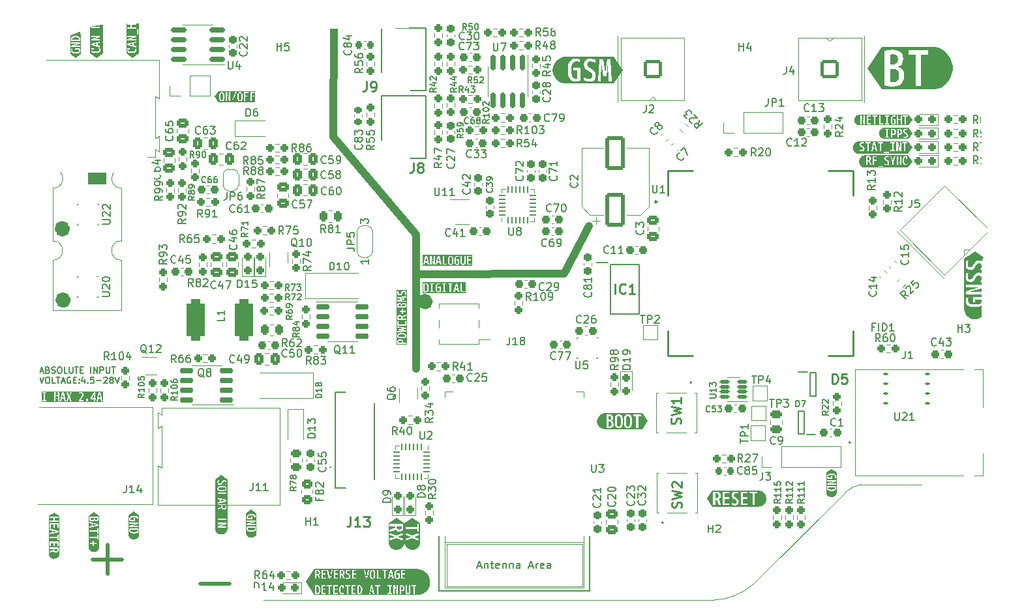
<source format=gbr>
%TF.GenerationSoftware,KiCad,Pcbnew,(6.0.9)*%
%TF.CreationDate,2022-11-25T15:53:44+02:00*%
%TF.ProjectId,Bird_detector_V1,42697264-5f64-4657-9465-63746f725f56,rev?*%
%TF.SameCoordinates,Original*%
%TF.FileFunction,Legend,Top*%
%TF.FilePolarity,Positive*%
%FSLAX46Y46*%
G04 Gerber Fmt 4.6, Leading zero omitted, Abs format (unit mm)*
G04 Created by KiCad (PCBNEW (6.0.9)) date 2022-11-25 15:53:44*
%MOMM*%
%LPD*%
G01*
G04 APERTURE LIST*
G04 Aperture macros list*
%AMRoundRect*
0 Rectangle with rounded corners*
0 $1 Rounding radius*
0 $2 $3 $4 $5 $6 $7 $8 $9 X,Y pos of 4 corners*
0 Add a 4 corners polygon primitive as box body*
4,1,4,$2,$3,$4,$5,$6,$7,$8,$9,$2,$3,0*
0 Add four circle primitives for the rounded corners*
1,1,$1+$1,$2,$3*
1,1,$1+$1,$4,$5*
1,1,$1+$1,$6,$7*
1,1,$1+$1,$8,$9*
0 Add four rect primitives between the rounded corners*
20,1,$1+$1,$2,$3,$4,$5,0*
20,1,$1+$1,$4,$5,$6,$7,0*
20,1,$1+$1,$6,$7,$8,$9,0*
20,1,$1+$1,$8,$9,$2,$3,0*%
%AMFreePoly0*
4,1,22,0.500000,-0.750000,0.000000,-0.750000,0.000000,-0.745033,-0.079941,-0.743568,-0.215256,-0.701293,-0.333266,-0.622738,-0.424486,-0.514219,-0.481581,-0.384460,-0.499164,-0.250000,-0.500000,-0.250000,-0.500000,0.250000,-0.499164,0.250000,-0.499963,0.256109,-0.478152,0.396186,-0.417904,0.524511,-0.324060,0.630769,-0.204165,0.706417,-0.067858,0.745374,0.000000,0.744959,0.000000,0.750000,
0.500000,0.750000,0.500000,-0.750000,0.500000,-0.750000,$1*%
%AMFreePoly1*
4,1,20,0.000000,0.744959,0.073905,0.744508,0.209726,0.703889,0.328688,0.626782,0.421226,0.519385,0.479903,0.390333,0.500000,0.250000,0.500000,-0.250000,0.499851,-0.262216,0.476331,-0.402017,0.414519,-0.529596,0.319384,-0.634700,0.198574,-0.708877,0.061801,-0.746166,0.000000,-0.745033,0.000000,-0.750000,-0.500000,-0.750000,-0.500000,0.750000,0.000000,0.750000,0.000000,0.744959,
0.000000,0.744959,$1*%
%AMFreePoly2*
4,1,22,0.550000,-0.750000,0.000000,-0.750000,0.000000,-0.745033,-0.079941,-0.743568,-0.215256,-0.701293,-0.333266,-0.622738,-0.424486,-0.514219,-0.481581,-0.384460,-0.499164,-0.250000,-0.500000,-0.250000,-0.500000,0.250000,-0.499164,0.250000,-0.499963,0.256109,-0.478152,0.396186,-0.417904,0.524511,-0.324060,0.630769,-0.204165,0.706417,-0.067858,0.745374,0.000000,0.744959,0.000000,0.750000,
0.550000,0.750000,0.550000,-0.750000,0.550000,-0.750000,$1*%
%AMFreePoly3*
4,1,20,0.000000,0.744959,0.073905,0.744508,0.209726,0.703889,0.328688,0.626782,0.421226,0.519385,0.479903,0.390333,0.500000,0.250000,0.500000,-0.250000,0.499851,-0.262216,0.476331,-0.402017,0.414519,-0.529596,0.319384,-0.634700,0.198574,-0.708877,0.061801,-0.746166,0.000000,-0.745033,0.000000,-0.750000,-0.550000,-0.750000,-0.550000,0.750000,0.000000,0.750000,0.000000,0.744959,
0.000000,0.744959,$1*%
G04 Aperture macros list end*
%ADD10C,0.130000*%
%ADD11C,1.005000*%
%ADD12C,0.010000*%
%ADD13C,1.000000*%
%ADD14C,0.150000*%
%TA.AperFunction,Profile*%
%ADD15C,0.100000*%
%TD*%
%ADD16C,0.500000*%
%ADD17C,0.254000*%
%ADD18C,0.200000*%
%ADD19C,0.120000*%
%TA.AperFunction,Profile*%
%ADD20C,0.120000*%
%TD*%
%ADD21C,0.100000*%
%ADD22R,1.700000X1.700000*%
%ADD23O,1.700000X1.700000*%
%ADD24C,3.000000*%
%ADD25R,2.500000X2.500000*%
%ADD26RoundRect,0.225000X0.225000X0.250000X-0.225000X0.250000X-0.225000X-0.250000X0.225000X-0.250000X0*%
%ADD27RoundRect,0.225000X0.250000X-0.225000X0.250000X0.225000X-0.250000X0.225000X-0.250000X-0.225000X0*%
%ADD28RoundRect,0.150000X-0.725000X-0.150000X0.725000X-0.150000X0.725000X0.150000X-0.725000X0.150000X0*%
%ADD29R,1.980000X3.960000*%
%ADD30O,1.980000X3.960000*%
%ADD31RoundRect,0.062500X-0.062500X0.350000X-0.062500X-0.350000X0.062500X-0.350000X0.062500X0.350000X0*%
%ADD32RoundRect,0.062500X-0.350000X0.062500X-0.350000X-0.062500X0.350000X-0.062500X0.350000X0.062500X0*%
%ADD33R,2.600000X2.600000*%
%ADD34RoundRect,0.150000X0.825000X0.150000X-0.825000X0.150000X-0.825000X-0.150000X0.825000X-0.150000X0*%
%ADD35RoundRect,0.237500X0.237500X-0.250000X0.237500X0.250000X-0.237500X0.250000X-0.237500X-0.250000X0*%
%ADD36RoundRect,0.237500X-0.300000X-0.237500X0.300000X-0.237500X0.300000X0.237500X-0.300000X0.237500X0*%
%ADD37RoundRect,0.237500X0.250000X0.237500X-0.250000X0.237500X-0.250000X-0.237500X0.250000X-0.237500X0*%
%ADD38RoundRect,0.237500X-0.237500X0.300000X-0.237500X-0.300000X0.237500X-0.300000X0.237500X0.300000X0*%
%ADD39RoundRect,0.237500X-0.237500X0.250000X-0.237500X-0.250000X0.237500X-0.250000X0.237500X0.250000X0*%
%ADD40RoundRect,0.237500X0.300000X0.237500X-0.300000X0.237500X-0.300000X-0.237500X0.300000X-0.237500X0*%
%ADD41R,1.500000X0.400000*%
%ADD42RoundRect,0.250000X0.450000X-0.262500X0.450000X0.262500X-0.450000X0.262500X-0.450000X-0.262500X0*%
%ADD43RoundRect,0.250000X1.000000X-1.950000X1.000000X1.950000X-1.000000X1.950000X-1.000000X-1.950000X0*%
%ADD44C,0.600000*%
%ADD45R,0.700000X1.000000*%
%ADD46RoundRect,0.250000X-0.337500X-0.475000X0.337500X-0.475000X0.337500X0.475000X-0.337500X0.475000X0*%
%ADD47R,1.600000X0.600000*%
%ADD48R,0.600000X1.600000*%
%ADD49RoundRect,0.237500X0.287500X0.237500X-0.287500X0.237500X-0.287500X-0.237500X0.287500X-0.237500X0*%
%ADD50R,0.400000X1.500000*%
%ADD51RoundRect,0.150000X-0.150000X0.825000X-0.150000X-0.825000X0.150000X-0.825000X0.150000X0.825000X0*%
%ADD52FreePoly0,90.000000*%
%ADD53FreePoly1,90.000000*%
%ADD54R,0.500000X0.350000*%
%ADD55RoundRect,0.250000X-0.475000X0.337500X-0.475000X-0.337500X0.475000X-0.337500X0.475000X0.337500X0*%
%ADD56RoundRect,0.237500X-0.250000X-0.237500X0.250000X-0.237500X0.250000X0.237500X-0.250000X0.237500X0*%
%ADD57RoundRect,0.250000X0.475000X-0.250000X0.475000X0.250000X-0.475000X0.250000X-0.475000X-0.250000X0*%
%ADD58R,0.900000X1.200000*%
%ADD59R,3.150000X1.000000*%
%ADD60C,3.600000*%
%ADD61C,5.700000*%
%ADD62RoundRect,0.125000X0.537500X0.125000X-0.537500X0.125000X-0.537500X-0.125000X0.537500X-0.125000X0*%
%ADD63RoundRect,0.250000X0.475000X-0.337500X0.475000X0.337500X-0.475000X0.337500X-0.475000X-0.337500X0*%
%ADD64R,1.500000X1.500000*%
%ADD65RoundRect,0.237500X0.237500X-0.300000X0.237500X0.300000X-0.237500X0.300000X-0.237500X-0.300000X0*%
%ADD66RoundRect,0.200100X-0.949900X0.949900X-0.949900X-0.949900X0.949900X-0.949900X0.949900X0.949900X0*%
%ADD67C,2.500000*%
%ADD68RoundRect,0.237500X-0.237500X0.287500X-0.237500X-0.287500X0.237500X-0.287500X0.237500X0.287500X0*%
%ADD69R,1.560000X0.650000*%
%ADD70R,3.000000X5.000000*%
%ADD71O,3.000000X5.000000*%
%ADD72RoundRect,0.237500X0.237500X-0.287500X0.237500X0.287500X-0.237500X0.287500X-0.237500X-0.287500X0*%
%ADD73RoundRect,0.200100X1.343361X0.000000X0.000000X1.343361X-1.343361X0.000000X0.000000X-1.343361X0*%
%ADD74R,1.150000X0.600000*%
%ADD75RoundRect,0.200100X0.949900X-0.949900X0.949900X0.949900X-0.949900X0.949900X-0.949900X-0.949900X0*%
%ADD76C,1.500000*%
%ADD77RoundRect,0.100000X0.200000X0.100000X-0.200000X0.100000X-0.200000X-0.100000X0.200000X-0.100000X0*%
%ADD78R,1.275000X1.275000*%
%ADD79C,1.275000*%
%ADD80RoundRect,0.250000X0.262500X0.450000X-0.262500X0.450000X-0.262500X-0.450000X0.262500X-0.450000X0*%
%ADD81R,1.500000X0.900000*%
%ADD82R,0.900000X1.500000*%
%ADD83R,0.900000X0.900000*%
%ADD84RoundRect,0.237500X0.380070X-0.044194X-0.044194X0.380070X-0.380070X0.044194X0.044194X-0.380070X0*%
%ADD85RoundRect,0.237500X0.344715X-0.008839X-0.008839X0.344715X-0.344715X0.008839X0.008839X-0.344715X0*%
%ADD86RoundRect,0.237500X0.044194X0.380070X-0.380070X-0.044194X-0.044194X-0.380070X0.380070X0.044194X0*%
%ADD87RoundRect,0.250000X0.337500X0.475000X-0.337500X0.475000X-0.337500X-0.475000X0.337500X-0.475000X0*%
%ADD88RoundRect,0.250000X-0.262500X-0.450000X0.262500X-0.450000X0.262500X0.450000X-0.262500X0.450000X0*%
%ADD89C,1.400000*%
%ADD90C,3.450000*%
%ADD91R,3.500000X1.800000*%
%ADD92RoundRect,0.600000X-0.600000X-2.100000X0.600000X-2.100000X0.600000X2.100000X-0.600000X2.100000X0*%
%ADD93R,1.475000X0.450000*%
%ADD94R,1.200000X0.900000*%
%ADD95RoundRect,0.237500X-0.008839X-0.344715X0.344715X0.008839X0.008839X0.344715X-0.344715X-0.008839X0*%
%ADD96RoundRect,0.150000X0.725000X0.150000X-0.725000X0.150000X-0.725000X-0.150000X0.725000X-0.150000X0*%
%ADD97RoundRect,0.062500X0.062500X-0.325000X0.062500X0.325000X-0.062500X0.325000X-0.062500X-0.325000X0*%
%ADD98RoundRect,0.062500X0.325000X-0.062500X0.325000X0.062500X-0.325000X0.062500X-0.325000X-0.062500X0*%
%ADD99R,2.450000X2.450000*%
%ADD100FreePoly2,90.000000*%
%ADD101R,1.500000X1.000000*%
%ADD102FreePoly3,90.000000*%
%ADD103RoundRect,0.250000X-0.450000X0.350000X-0.450000X-0.350000X0.450000X-0.350000X0.450000X0.350000X0*%
%ADD104R,2.000000X0.900000*%
%ADD105R,1.500000X1.200000*%
%ADD106R,1.400000X1.500000*%
%ADD107C,3.570000*%
G04 APERTURE END LIST*
D10*
X93505680Y-108302933D02*
X93886633Y-108302933D01*
X93429490Y-108531504D02*
X93696157Y-107731504D01*
X93962823Y-108531504D01*
X94496157Y-108112457D02*
X94610442Y-108150552D01*
X94648538Y-108188647D01*
X94686633Y-108264838D01*
X94686633Y-108379123D01*
X94648538Y-108455314D01*
X94610442Y-108493409D01*
X94534252Y-108531504D01*
X94229490Y-108531504D01*
X94229490Y-107731504D01*
X94496157Y-107731504D01*
X94572347Y-107769600D01*
X94610442Y-107807695D01*
X94648538Y-107883885D01*
X94648538Y-107960076D01*
X94610442Y-108036266D01*
X94572347Y-108074361D01*
X94496157Y-108112457D01*
X94229490Y-108112457D01*
X94991395Y-108493409D02*
X95105680Y-108531504D01*
X95296157Y-108531504D01*
X95372347Y-108493409D01*
X95410442Y-108455314D01*
X95448538Y-108379123D01*
X95448538Y-108302933D01*
X95410442Y-108226742D01*
X95372347Y-108188647D01*
X95296157Y-108150552D01*
X95143776Y-108112457D01*
X95067585Y-108074361D01*
X95029490Y-108036266D01*
X94991395Y-107960076D01*
X94991395Y-107883885D01*
X95029490Y-107807695D01*
X95067585Y-107769600D01*
X95143776Y-107731504D01*
X95334252Y-107731504D01*
X95448538Y-107769600D01*
X95943776Y-107731504D02*
X96096157Y-107731504D01*
X96172347Y-107769600D01*
X96248538Y-107845790D01*
X96286633Y-107998171D01*
X96286633Y-108264838D01*
X96248538Y-108417219D01*
X96172347Y-108493409D01*
X96096157Y-108531504D01*
X95943776Y-108531504D01*
X95867585Y-108493409D01*
X95791395Y-108417219D01*
X95753300Y-108264838D01*
X95753300Y-107998171D01*
X95791395Y-107845790D01*
X95867585Y-107769600D01*
X95943776Y-107731504D01*
X97010442Y-108531504D02*
X96629490Y-108531504D01*
X96629490Y-107731504D01*
X97277109Y-107731504D02*
X97277109Y-108379123D01*
X97315204Y-108455314D01*
X97353300Y-108493409D01*
X97429490Y-108531504D01*
X97581871Y-108531504D01*
X97658061Y-108493409D01*
X97696157Y-108455314D01*
X97734252Y-108379123D01*
X97734252Y-107731504D01*
X98000919Y-107731504D02*
X98458061Y-107731504D01*
X98229490Y-108531504D02*
X98229490Y-107731504D01*
X98724728Y-108112457D02*
X98991395Y-108112457D01*
X99105680Y-108531504D02*
X98724728Y-108531504D01*
X98724728Y-107731504D01*
X99105680Y-107731504D01*
X100058061Y-108531504D02*
X100058061Y-107731504D01*
X100439014Y-108531504D02*
X100439014Y-107731504D01*
X100896157Y-108531504D01*
X100896157Y-107731504D01*
X101277109Y-108531504D02*
X101277109Y-107731504D01*
X101581871Y-107731504D01*
X101658061Y-107769600D01*
X101696157Y-107807695D01*
X101734252Y-107883885D01*
X101734252Y-107998171D01*
X101696157Y-108074361D01*
X101658061Y-108112457D01*
X101581871Y-108150552D01*
X101277109Y-108150552D01*
X102077109Y-107731504D02*
X102077109Y-108379123D01*
X102115204Y-108455314D01*
X102153300Y-108493409D01*
X102229490Y-108531504D01*
X102381871Y-108531504D01*
X102458061Y-108493409D01*
X102496157Y-108455314D01*
X102534252Y-108379123D01*
X102534252Y-107731504D01*
X102800919Y-107731504D02*
X103258061Y-107731504D01*
X103029490Y-108531504D02*
X103029490Y-107731504D01*
X93429490Y-109019504D02*
X93696157Y-109819504D01*
X93962823Y-109019504D01*
X94381871Y-109019504D02*
X94534252Y-109019504D01*
X94610442Y-109057600D01*
X94686633Y-109133790D01*
X94724728Y-109286171D01*
X94724728Y-109552838D01*
X94686633Y-109705219D01*
X94610442Y-109781409D01*
X94534252Y-109819504D01*
X94381871Y-109819504D01*
X94305680Y-109781409D01*
X94229490Y-109705219D01*
X94191395Y-109552838D01*
X94191395Y-109286171D01*
X94229490Y-109133790D01*
X94305680Y-109057600D01*
X94381871Y-109019504D01*
X95448538Y-109819504D02*
X95067585Y-109819504D01*
X95067585Y-109019504D01*
X95600919Y-109019504D02*
X96058061Y-109019504D01*
X95829490Y-109819504D02*
X95829490Y-109019504D01*
X96286633Y-109590933D02*
X96667585Y-109590933D01*
X96210442Y-109819504D02*
X96477109Y-109019504D01*
X96743776Y-109819504D01*
X97429490Y-109057600D02*
X97353300Y-109019504D01*
X97239014Y-109019504D01*
X97124728Y-109057600D01*
X97048538Y-109133790D01*
X97010442Y-109209980D01*
X96972347Y-109362361D01*
X96972347Y-109476647D01*
X97010442Y-109629028D01*
X97048538Y-109705219D01*
X97124728Y-109781409D01*
X97239014Y-109819504D01*
X97315204Y-109819504D01*
X97429490Y-109781409D01*
X97467585Y-109743314D01*
X97467585Y-109476647D01*
X97315204Y-109476647D01*
X97810442Y-109400457D02*
X98077109Y-109400457D01*
X98191395Y-109819504D02*
X97810442Y-109819504D01*
X97810442Y-109019504D01*
X98191395Y-109019504D01*
X98534252Y-109743314D02*
X98572347Y-109781409D01*
X98534252Y-109819504D01*
X98496157Y-109781409D01*
X98534252Y-109743314D01*
X98534252Y-109819504D01*
X98534252Y-109324266D02*
X98572347Y-109362361D01*
X98534252Y-109400457D01*
X98496157Y-109362361D01*
X98534252Y-109324266D01*
X98534252Y-109400457D01*
X99258061Y-109286171D02*
X99258061Y-109819504D01*
X99067585Y-108981409D02*
X98877109Y-109552838D01*
X99372347Y-109552838D01*
X99677109Y-109743314D02*
X99715204Y-109781409D01*
X99677109Y-109819504D01*
X99639014Y-109781409D01*
X99677109Y-109743314D01*
X99677109Y-109819504D01*
X100439014Y-109019504D02*
X100058061Y-109019504D01*
X100019966Y-109400457D01*
X100058061Y-109362361D01*
X100134252Y-109324266D01*
X100324728Y-109324266D01*
X100400919Y-109362361D01*
X100439014Y-109400457D01*
X100477109Y-109476647D01*
X100477109Y-109667123D01*
X100439014Y-109743314D01*
X100400919Y-109781409D01*
X100324728Y-109819504D01*
X100134252Y-109819504D01*
X100058061Y-109781409D01*
X100019966Y-109743314D01*
X100819966Y-109514742D02*
X101429490Y-109514742D01*
X101772347Y-109095695D02*
X101810442Y-109057600D01*
X101886633Y-109019504D01*
X102077109Y-109019504D01*
X102153300Y-109057600D01*
X102191395Y-109095695D01*
X102229490Y-109171885D01*
X102229490Y-109248076D01*
X102191395Y-109362361D01*
X101734252Y-109819504D01*
X102229490Y-109819504D01*
X102686633Y-109362361D02*
X102610442Y-109324266D01*
X102572347Y-109286171D01*
X102534252Y-109209980D01*
X102534252Y-109171885D01*
X102572347Y-109095695D01*
X102610442Y-109057600D01*
X102686633Y-109019504D01*
X102839014Y-109019504D01*
X102915204Y-109057600D01*
X102953300Y-109095695D01*
X102991395Y-109171885D01*
X102991395Y-109209980D01*
X102953300Y-109286171D01*
X102915204Y-109324266D01*
X102839014Y-109362361D01*
X102686633Y-109362361D01*
X102610442Y-109400457D01*
X102572347Y-109438552D01*
X102534252Y-109514742D01*
X102534252Y-109667123D01*
X102572347Y-109743314D01*
X102610442Y-109781409D01*
X102686633Y-109819504D01*
X102839014Y-109819504D01*
X102915204Y-109781409D01*
X102953300Y-109743314D01*
X102991395Y-109667123D01*
X102991395Y-109514742D01*
X102953300Y-109438552D01*
X102915204Y-109400457D01*
X102839014Y-109362361D01*
X103219966Y-109019504D02*
X103486633Y-109819504D01*
X103753300Y-109019504D01*
D11*
X96870100Y-89763600D02*
G75*
G03*
X96870100Y-89763600I-502500J0D01*
G01*
D12*
X102006400Y-82499200D02*
X97180400Y-82499200D01*
X97180400Y-82499200D02*
X97180400Y-83921600D01*
X97180400Y-83921600D02*
X102006400Y-83921600D01*
X102006400Y-83921600D02*
X102006400Y-82499200D01*
G36*
X102006400Y-82499200D02*
G01*
X97180400Y-82499200D01*
X97180400Y-83921600D01*
X102006400Y-83921600D01*
X102006400Y-82499200D01*
G37*
D13*
X142367000Y-95681800D02*
X161493200Y-95580200D01*
D11*
X143961700Y-99212400D02*
G75*
G03*
X143961700Y-99212400I-502500J0D01*
G01*
D13*
X131572000Y-77825600D02*
X142341600Y-90500000D01*
X142316200Y-107950000D02*
X142341600Y-90500000D01*
D14*
X145288000Y-129667000D02*
X145288000Y-136779000D01*
D13*
X131597400Y-62814200D02*
X131572000Y-77825600D01*
D14*
X164846000Y-136779000D02*
X164846000Y-129667000D01*
D11*
X96971700Y-99025200D02*
G75*
G03*
X96971700Y-99025200I-502500J0D01*
G01*
D13*
X161493200Y-95580200D02*
X164769800Y-89382600D01*
D14*
X145288000Y-136779000D02*
X164846000Y-136779000D01*
D15*
X186000000Y-136000000D02*
X198000000Y-124000000D01*
X91500000Y-69000000D02*
X91500000Y-80000000D01*
X95151800Y-91338400D02*
X95177200Y-84491200D01*
X146253200Y-130683000D02*
X163855400Y-130683000D01*
X163855400Y-130683000D02*
X163855400Y-136220200D01*
X163855400Y-136220200D02*
X146253200Y-136220200D01*
X146253200Y-136220200D02*
X146253200Y-130683000D01*
X107289600Y-82600800D02*
X107289600Y-102000000D01*
X104021800Y-91333000D02*
X104047200Y-84485800D01*
X91500000Y-80000000D02*
G75*
G03*
X93000000Y-82000000I1750000J-250000D01*
G01*
X100000000Y-61999995D02*
G75*
G03*
X91500000Y-69000000I-78860J-8564955D01*
G01*
X95168400Y-100333800D02*
X104038400Y-100333800D01*
X91500000Y-130750000D02*
G75*
G03*
X99250000Y-138000000I7563800J318200D01*
G01*
X95151800Y-93838400D02*
X95168400Y-100333800D01*
X200000005Y-123000022D02*
G75*
G03*
X198000000Y-124000000I865995J-4232078D01*
G01*
X218000000Y-123000000D02*
X218000000Y-69000000D01*
X93000000Y-103500000D02*
X106000000Y-103500000D01*
X106324400Y-81985800D02*
X107289600Y-82600800D01*
X181000000Y-138000013D02*
G75*
G03*
X186000000Y-136000000I-247500J7868713D01*
G01*
X104047200Y-81985800D02*
X106324400Y-81985800D01*
X99250000Y-138000000D02*
X181000000Y-138000000D01*
X104021800Y-93833000D02*
X104038400Y-100333800D01*
X91500000Y-130750000D02*
X91500000Y-105000000D01*
X105999998Y-103499995D02*
G75*
G03*
X107289600Y-102000000I-654198J1866795D01*
G01*
X93000000Y-82000000D02*
X95177200Y-81991200D01*
X218000000Y-123000000D02*
X200000000Y-123000000D01*
X218000023Y-68999996D02*
G75*
G03*
X210000000Y-62000000I-8171123J-1267004D01*
G01*
X210000000Y-62000000D02*
X100000000Y-62000000D01*
X93000000Y-103500000D02*
G75*
G03*
X91500000Y-105000000I143800J-1643800D01*
G01*
D16*
%TO.C,C82*%
X104141961Y-132734057D02*
X100332438Y-132734057D01*
X102237200Y-130829295D02*
X102237200Y-134638819D01*
X118058961Y-135888457D02*
X114249438Y-135888457D01*
D14*
%TO.C,C85*%
X184624742Y-121565942D02*
X184577123Y-121613561D01*
X184434266Y-121661180D01*
X184339028Y-121661180D01*
X184196171Y-121613561D01*
X184100933Y-121518323D01*
X184053314Y-121423085D01*
X184005695Y-121232609D01*
X184005695Y-121089752D01*
X184053314Y-120899276D01*
X184100933Y-120804038D01*
X184196171Y-120708800D01*
X184339028Y-120661180D01*
X184434266Y-120661180D01*
X184577123Y-120708800D01*
X184624742Y-120756419D01*
X185196171Y-121089752D02*
X185100933Y-121042133D01*
X185053314Y-120994514D01*
X185005695Y-120899276D01*
X185005695Y-120851657D01*
X185053314Y-120756419D01*
X185100933Y-120708800D01*
X185196171Y-120661180D01*
X185386647Y-120661180D01*
X185481885Y-120708800D01*
X185529504Y-120756419D01*
X185577123Y-120851657D01*
X185577123Y-120899276D01*
X185529504Y-120994514D01*
X185481885Y-121042133D01*
X185386647Y-121089752D01*
X185196171Y-121089752D01*
X185100933Y-121137371D01*
X185053314Y-121184990D01*
X185005695Y-121280228D01*
X185005695Y-121470704D01*
X185053314Y-121565942D01*
X185100933Y-121613561D01*
X185196171Y-121661180D01*
X185386647Y-121661180D01*
X185481885Y-121613561D01*
X185529504Y-121565942D01*
X185577123Y-121470704D01*
X185577123Y-121280228D01*
X185529504Y-121184990D01*
X185481885Y-121137371D01*
X185386647Y-121089752D01*
X186481885Y-120661180D02*
X186005695Y-120661180D01*
X185958076Y-121137371D01*
X186005695Y-121089752D01*
X186100933Y-121042133D01*
X186339028Y-121042133D01*
X186434266Y-121089752D01*
X186481885Y-121137371D01*
X186529504Y-121232609D01*
X186529504Y-121470704D01*
X186481885Y-121565942D01*
X186434266Y-121613561D01*
X186339028Y-121661180D01*
X186100933Y-121661180D01*
X186005695Y-121613561D01*
X185958076Y-121565942D01*
%TO.C,C84*%
X133808742Y-66530457D02*
X133856361Y-66578076D01*
X133903980Y-66720933D01*
X133903980Y-66816171D01*
X133856361Y-66959028D01*
X133761123Y-67054266D01*
X133665885Y-67101885D01*
X133475409Y-67149504D01*
X133332552Y-67149504D01*
X133142076Y-67101885D01*
X133046838Y-67054266D01*
X132951600Y-66959028D01*
X132903980Y-66816171D01*
X132903980Y-66720933D01*
X132951600Y-66578076D01*
X132999219Y-66530457D01*
X133332552Y-65959028D02*
X133284933Y-66054266D01*
X133237314Y-66101885D01*
X133142076Y-66149504D01*
X133094457Y-66149504D01*
X132999219Y-66101885D01*
X132951600Y-66054266D01*
X132903980Y-65959028D01*
X132903980Y-65768552D01*
X132951600Y-65673314D01*
X132999219Y-65625695D01*
X133094457Y-65578076D01*
X133142076Y-65578076D01*
X133237314Y-65625695D01*
X133284933Y-65673314D01*
X133332552Y-65768552D01*
X133332552Y-65959028D01*
X133380171Y-66054266D01*
X133427790Y-66101885D01*
X133523028Y-66149504D01*
X133713504Y-66149504D01*
X133808742Y-66101885D01*
X133856361Y-66054266D01*
X133903980Y-65959028D01*
X133903980Y-65768552D01*
X133856361Y-65673314D01*
X133808742Y-65625695D01*
X133713504Y-65578076D01*
X133523028Y-65578076D01*
X133427790Y-65625695D01*
X133380171Y-65673314D01*
X133332552Y-65768552D01*
X133237314Y-64720933D02*
X133903980Y-64720933D01*
X132856361Y-64959028D02*
X133570647Y-65197123D01*
X133570647Y-64578076D01*
%TO.C,C83*%
X135231142Y-78824057D02*
X135278761Y-78871676D01*
X135326380Y-79014533D01*
X135326380Y-79109771D01*
X135278761Y-79252628D01*
X135183523Y-79347866D01*
X135088285Y-79395485D01*
X134897809Y-79443104D01*
X134754952Y-79443104D01*
X134564476Y-79395485D01*
X134469238Y-79347866D01*
X134374000Y-79252628D01*
X134326380Y-79109771D01*
X134326380Y-79014533D01*
X134374000Y-78871676D01*
X134421619Y-78824057D01*
X134754952Y-78252628D02*
X134707333Y-78347866D01*
X134659714Y-78395485D01*
X134564476Y-78443104D01*
X134516857Y-78443104D01*
X134421619Y-78395485D01*
X134374000Y-78347866D01*
X134326380Y-78252628D01*
X134326380Y-78062152D01*
X134374000Y-77966914D01*
X134421619Y-77919295D01*
X134516857Y-77871676D01*
X134564476Y-77871676D01*
X134659714Y-77919295D01*
X134707333Y-77966914D01*
X134754952Y-78062152D01*
X134754952Y-78252628D01*
X134802571Y-78347866D01*
X134850190Y-78395485D01*
X134945428Y-78443104D01*
X135135904Y-78443104D01*
X135231142Y-78395485D01*
X135278761Y-78347866D01*
X135326380Y-78252628D01*
X135326380Y-78062152D01*
X135278761Y-77966914D01*
X135231142Y-77919295D01*
X135135904Y-77871676D01*
X134945428Y-77871676D01*
X134850190Y-77919295D01*
X134802571Y-77966914D01*
X134754952Y-78062152D01*
X134326380Y-77538342D02*
X134326380Y-76919295D01*
X134707333Y-77252628D01*
X134707333Y-77109771D01*
X134754952Y-77014533D01*
X134802571Y-76966914D01*
X134897809Y-76919295D01*
X135135904Y-76919295D01*
X135231142Y-76966914D01*
X135278761Y-77014533D01*
X135326380Y-77109771D01*
X135326380Y-77395485D01*
X135278761Y-77490723D01*
X135231142Y-77538342D01*
%TO.C,Q11*%
X132448371Y-106033819D02*
X132353133Y-105986200D01*
X132257895Y-105890961D01*
X132115038Y-105748104D01*
X132019800Y-105700485D01*
X131924561Y-105700485D01*
X131972180Y-105938580D02*
X131876942Y-105890961D01*
X131781704Y-105795723D01*
X131734085Y-105605247D01*
X131734085Y-105271914D01*
X131781704Y-105081438D01*
X131876942Y-104986200D01*
X131972180Y-104938580D01*
X132162657Y-104938580D01*
X132257895Y-104986200D01*
X132353133Y-105081438D01*
X132400752Y-105271914D01*
X132400752Y-105605247D01*
X132353133Y-105795723D01*
X132257895Y-105890961D01*
X132162657Y-105938580D01*
X131972180Y-105938580D01*
X133353133Y-105938580D02*
X132781704Y-105938580D01*
X133067419Y-105938580D02*
X133067419Y-104938580D01*
X132972180Y-105081438D01*
X132876942Y-105176676D01*
X132781704Y-105224295D01*
X134305514Y-105938580D02*
X133734085Y-105938580D01*
X134019800Y-105938580D02*
X134019800Y-104938580D01*
X133924561Y-105081438D01*
X133829323Y-105176676D01*
X133734085Y-105224295D01*
%TO.C,J7*%
X93951466Y-66203580D02*
X93951466Y-66917866D01*
X93903847Y-67060723D01*
X93808609Y-67155961D01*
X93665752Y-67203580D01*
X93570514Y-67203580D01*
X94332419Y-66203580D02*
X94999085Y-66203580D01*
X94570514Y-67203580D01*
%TO.C,U2*%
X142798895Y-116089180D02*
X142798895Y-116898704D01*
X142846514Y-116993942D01*
X142894133Y-117041561D01*
X142989371Y-117089180D01*
X143179847Y-117089180D01*
X143275085Y-117041561D01*
X143322704Y-116993942D01*
X143370323Y-116898704D01*
X143370323Y-116089180D01*
X143798895Y-116184419D02*
X143846514Y-116136800D01*
X143941752Y-116089180D01*
X144179847Y-116089180D01*
X144275085Y-116136800D01*
X144322704Y-116184419D01*
X144370323Y-116279657D01*
X144370323Y-116374895D01*
X144322704Y-116517752D01*
X143751276Y-117089180D01*
X144370323Y-117089180D01*
%TO.C,U4*%
X117906895Y-67981580D02*
X117906895Y-68791104D01*
X117954514Y-68886342D01*
X118002133Y-68933961D01*
X118097371Y-68981580D01*
X118287847Y-68981580D01*
X118383085Y-68933961D01*
X118430704Y-68886342D01*
X118478323Y-68791104D01*
X118478323Y-67981580D01*
X119383085Y-68314914D02*
X119383085Y-68981580D01*
X119144990Y-67933961D02*
X118906895Y-68648247D01*
X119525942Y-68648247D01*
%TO.C,C43*%
X209821542Y-104852742D02*
X209773923Y-104900361D01*
X209631066Y-104947980D01*
X209535828Y-104947980D01*
X209392971Y-104900361D01*
X209297733Y-104805123D01*
X209250114Y-104709885D01*
X209202495Y-104519409D01*
X209202495Y-104376552D01*
X209250114Y-104186076D01*
X209297733Y-104090838D01*
X209392971Y-103995600D01*
X209535828Y-103947980D01*
X209631066Y-103947980D01*
X209773923Y-103995600D01*
X209821542Y-104043219D01*
X210678685Y-104281314D02*
X210678685Y-104947980D01*
X210440590Y-103900361D02*
X210202495Y-104614647D01*
X210821542Y-104614647D01*
X211107257Y-103947980D02*
X211726304Y-103947980D01*
X211392971Y-104328933D01*
X211535828Y-104328933D01*
X211631066Y-104376552D01*
X211678685Y-104424171D01*
X211726304Y-104519409D01*
X211726304Y-104757504D01*
X211678685Y-104852742D01*
X211631066Y-104900361D01*
X211535828Y-104947980D01*
X211250114Y-104947980D01*
X211154876Y-104900361D01*
X211107257Y-104852742D01*
%TO.C,R5*%
X215225333Y-77846180D02*
X214892000Y-77369990D01*
X214653904Y-77846180D02*
X214653904Y-76846180D01*
X215034857Y-76846180D01*
X215130095Y-76893800D01*
X215177714Y-76941419D01*
X215225333Y-77036657D01*
X215225333Y-77179514D01*
X215177714Y-77274752D01*
X215130095Y-77322371D01*
X215034857Y-77369990D01*
X214653904Y-77369990D01*
X216130095Y-76846180D02*
X215653904Y-76846180D01*
X215606285Y-77322371D01*
X215653904Y-77274752D01*
X215749142Y-77227133D01*
X215987238Y-77227133D01*
X216082476Y-77274752D01*
X216130095Y-77322371D01*
X216177714Y-77417609D01*
X216177714Y-77655704D01*
X216130095Y-77750942D01*
X216082476Y-77798561D01*
X215987238Y-77846180D01*
X215749142Y-77846180D01*
X215653904Y-77798561D01*
X215606285Y-77750942D01*
%TO.C,C32*%
X172010342Y-125052057D02*
X172057961Y-125099676D01*
X172105580Y-125242533D01*
X172105580Y-125337771D01*
X172057961Y-125480628D01*
X171962723Y-125575866D01*
X171867485Y-125623485D01*
X171677009Y-125671104D01*
X171534152Y-125671104D01*
X171343676Y-125623485D01*
X171248438Y-125575866D01*
X171153200Y-125480628D01*
X171105580Y-125337771D01*
X171105580Y-125242533D01*
X171153200Y-125099676D01*
X171200819Y-125052057D01*
X171105580Y-124718723D02*
X171105580Y-124099676D01*
X171486533Y-124433009D01*
X171486533Y-124290152D01*
X171534152Y-124194914D01*
X171581771Y-124147295D01*
X171677009Y-124099676D01*
X171915104Y-124099676D01*
X172010342Y-124147295D01*
X172057961Y-124194914D01*
X172105580Y-124290152D01*
X172105580Y-124575866D01*
X172057961Y-124671104D01*
X172010342Y-124718723D01*
X171200819Y-123718723D02*
X171153200Y-123671104D01*
X171105580Y-123575866D01*
X171105580Y-123337771D01*
X171153200Y-123242533D01*
X171200819Y-123194914D01*
X171296057Y-123147295D01*
X171391295Y-123147295D01*
X171534152Y-123194914D01*
X172105580Y-123766342D01*
X172105580Y-123147295D01*
%TO.C,R34*%
X144495780Y-114307857D02*
X144019590Y-114641190D01*
X144495780Y-114879285D02*
X143495780Y-114879285D01*
X143495780Y-114498333D01*
X143543400Y-114403095D01*
X143591019Y-114355476D01*
X143686257Y-114307857D01*
X143829114Y-114307857D01*
X143924352Y-114355476D01*
X143971971Y-114403095D01*
X144019590Y-114498333D01*
X144019590Y-114879285D01*
X143495780Y-113974523D02*
X143495780Y-113355476D01*
X143876733Y-113688809D01*
X143876733Y-113545952D01*
X143924352Y-113450714D01*
X143971971Y-113403095D01*
X144067209Y-113355476D01*
X144305304Y-113355476D01*
X144400542Y-113403095D01*
X144448161Y-113450714D01*
X144495780Y-113545952D01*
X144495780Y-113831666D01*
X144448161Y-113926904D01*
X144400542Y-113974523D01*
X143829114Y-112498333D02*
X144495780Y-112498333D01*
X143448161Y-112736428D02*
X144162447Y-112974523D01*
X144162447Y-112355476D01*
D10*
%TO.C,R44*%
X147554904Y-71481885D02*
X147173952Y-71748552D01*
X147554904Y-71939028D02*
X146754904Y-71939028D01*
X146754904Y-71634266D01*
X146793000Y-71558076D01*
X146831095Y-71519980D01*
X146907285Y-71481885D01*
X147021571Y-71481885D01*
X147097761Y-71519980D01*
X147135857Y-71558076D01*
X147173952Y-71634266D01*
X147173952Y-71939028D01*
X147021571Y-70796171D02*
X147554904Y-70796171D01*
X146716809Y-70986647D02*
X147288238Y-71177123D01*
X147288238Y-70681885D01*
X147021571Y-70034266D02*
X147554904Y-70034266D01*
X146716809Y-70224742D02*
X147288238Y-70415219D01*
X147288238Y-69919980D01*
D14*
%TO.C,C1*%
X196759533Y-115292142D02*
X196711914Y-115339761D01*
X196569057Y-115387380D01*
X196473819Y-115387380D01*
X196330961Y-115339761D01*
X196235723Y-115244523D01*
X196188104Y-115149285D01*
X196140485Y-114958809D01*
X196140485Y-114815952D01*
X196188104Y-114625476D01*
X196235723Y-114530238D01*
X196330961Y-114435000D01*
X196473819Y-114387380D01*
X196569057Y-114387380D01*
X196711914Y-114435000D01*
X196759533Y-114482619D01*
X197711914Y-115387380D02*
X197140485Y-115387380D01*
X197426200Y-115387380D02*
X197426200Y-114387380D01*
X197330961Y-114530238D01*
X197235723Y-114625476D01*
X197140485Y-114673095D01*
%TO.C,Q12*%
X107302371Y-105906819D02*
X107207133Y-105859200D01*
X107111895Y-105763961D01*
X106969038Y-105621104D01*
X106873800Y-105573485D01*
X106778561Y-105573485D01*
X106826180Y-105811580D02*
X106730942Y-105763961D01*
X106635704Y-105668723D01*
X106588085Y-105478247D01*
X106588085Y-105144914D01*
X106635704Y-104954438D01*
X106730942Y-104859200D01*
X106826180Y-104811580D01*
X107016657Y-104811580D01*
X107111895Y-104859200D01*
X107207133Y-104954438D01*
X107254752Y-105144914D01*
X107254752Y-105478247D01*
X107207133Y-105668723D01*
X107111895Y-105763961D01*
X107016657Y-105811580D01*
X106826180Y-105811580D01*
X108207133Y-105811580D02*
X107635704Y-105811580D01*
X107921419Y-105811580D02*
X107921419Y-104811580D01*
X107826180Y-104954438D01*
X107730942Y-105049676D01*
X107635704Y-105097295D01*
X108588085Y-104906819D02*
X108635704Y-104859200D01*
X108730942Y-104811580D01*
X108969038Y-104811580D01*
X109064276Y-104859200D01*
X109111895Y-104906819D01*
X109159514Y-105002057D01*
X109159514Y-105097295D01*
X109111895Y-105240152D01*
X108540466Y-105811580D01*
X109159514Y-105811580D01*
D10*
%TO.C,R78*%
X126752304Y-123297885D02*
X126371352Y-123564552D01*
X126752304Y-123755028D02*
X125952304Y-123755028D01*
X125952304Y-123450266D01*
X125990400Y-123374076D01*
X126028495Y-123335980D01*
X126104685Y-123297885D01*
X126218971Y-123297885D01*
X126295161Y-123335980D01*
X126333257Y-123374076D01*
X126371352Y-123450266D01*
X126371352Y-123755028D01*
X125952304Y-123031219D02*
X125952304Y-122497885D01*
X126752304Y-122840742D01*
X126295161Y-122078838D02*
X126257066Y-122155028D01*
X126218971Y-122193123D01*
X126142780Y-122231219D01*
X126104685Y-122231219D01*
X126028495Y-122193123D01*
X125990400Y-122155028D01*
X125952304Y-122078838D01*
X125952304Y-121926457D01*
X125990400Y-121850266D01*
X126028495Y-121812171D01*
X126104685Y-121774076D01*
X126142780Y-121774076D01*
X126218971Y-121812171D01*
X126257066Y-121850266D01*
X126295161Y-121926457D01*
X126295161Y-122078838D01*
X126333257Y-122155028D01*
X126371352Y-122193123D01*
X126447542Y-122231219D01*
X126599923Y-122231219D01*
X126676114Y-122193123D01*
X126714209Y-122155028D01*
X126752304Y-122078838D01*
X126752304Y-121926457D01*
X126714209Y-121850266D01*
X126676114Y-121812171D01*
X126599923Y-121774076D01*
X126447542Y-121774076D01*
X126371352Y-121812171D01*
X126333257Y-121850266D01*
X126295161Y-121926457D01*
D14*
%TO.C,R13*%
X201874380Y-84107257D02*
X201398190Y-84440590D01*
X201874380Y-84678685D02*
X200874380Y-84678685D01*
X200874380Y-84297733D01*
X200922000Y-84202495D01*
X200969619Y-84154876D01*
X201064857Y-84107257D01*
X201207714Y-84107257D01*
X201302952Y-84154876D01*
X201350571Y-84202495D01*
X201398190Y-84297733D01*
X201398190Y-84678685D01*
X201874380Y-83154876D02*
X201874380Y-83726304D01*
X201874380Y-83440590D02*
X200874380Y-83440590D01*
X201017238Y-83535828D01*
X201112476Y-83631066D01*
X201160095Y-83726304D01*
X200874380Y-82821542D02*
X200874380Y-82202495D01*
X201255333Y-82535828D01*
X201255333Y-82392971D01*
X201302952Y-82297733D01*
X201350571Y-82250114D01*
X201445809Y-82202495D01*
X201683904Y-82202495D01*
X201779142Y-82250114D01*
X201826761Y-82297733D01*
X201874380Y-82392971D01*
X201874380Y-82678685D01*
X201826761Y-82773923D01*
X201779142Y-82821542D01*
%TO.C,C2*%
X163205142Y-83758066D02*
X163252761Y-83805685D01*
X163300380Y-83948542D01*
X163300380Y-84043780D01*
X163252761Y-84186638D01*
X163157523Y-84281876D01*
X163062285Y-84329495D01*
X162871809Y-84377114D01*
X162728952Y-84377114D01*
X162538476Y-84329495D01*
X162443238Y-84281876D01*
X162348000Y-84186638D01*
X162300380Y-84043780D01*
X162300380Y-83948542D01*
X162348000Y-83805685D01*
X162395619Y-83758066D01*
X162395619Y-83377114D02*
X162348000Y-83329495D01*
X162300380Y-83234257D01*
X162300380Y-82996161D01*
X162348000Y-82900923D01*
X162395619Y-82853304D01*
X162490857Y-82805685D01*
X162586095Y-82805685D01*
X162728952Y-82853304D01*
X163300380Y-83424733D01*
X163300380Y-82805685D01*
D17*
%TO.C,SW2*%
X176688447Y-125996933D02*
X176748923Y-125815504D01*
X176748923Y-125513123D01*
X176688447Y-125392171D01*
X176627971Y-125331695D01*
X176507019Y-125271219D01*
X176386066Y-125271219D01*
X176265114Y-125331695D01*
X176204638Y-125392171D01*
X176144161Y-125513123D01*
X176083685Y-125755028D01*
X176023209Y-125875980D01*
X175962733Y-125936457D01*
X175841780Y-125996933D01*
X175720828Y-125996933D01*
X175599876Y-125936457D01*
X175539400Y-125875980D01*
X175478923Y-125755028D01*
X175478923Y-125452647D01*
X175539400Y-125271219D01*
X175478923Y-124847885D02*
X176748923Y-124545504D01*
X175841780Y-124303600D01*
X176748923Y-124061695D01*
X175478923Y-123759314D01*
X175599876Y-123335980D02*
X175539400Y-123275504D01*
X175478923Y-123154552D01*
X175478923Y-122852171D01*
X175539400Y-122731219D01*
X175599876Y-122670742D01*
X175720828Y-122610266D01*
X175841780Y-122610266D01*
X176023209Y-122670742D01*
X176748923Y-123396457D01*
X176748923Y-122610266D01*
D14*
%TO.C,R60*%
X202531742Y-104414580D02*
X202198409Y-103938390D01*
X201960314Y-104414580D02*
X201960314Y-103414580D01*
X202341266Y-103414580D01*
X202436504Y-103462200D01*
X202484123Y-103509819D01*
X202531742Y-103605057D01*
X202531742Y-103747914D01*
X202484123Y-103843152D01*
X202436504Y-103890771D01*
X202341266Y-103938390D01*
X201960314Y-103938390D01*
X203388885Y-103414580D02*
X203198409Y-103414580D01*
X203103171Y-103462200D01*
X203055552Y-103509819D01*
X202960314Y-103652676D01*
X202912695Y-103843152D01*
X202912695Y-104224104D01*
X202960314Y-104319342D01*
X203007933Y-104366961D01*
X203103171Y-104414580D01*
X203293647Y-104414580D01*
X203388885Y-104366961D01*
X203436504Y-104319342D01*
X203484123Y-104224104D01*
X203484123Y-103986009D01*
X203436504Y-103890771D01*
X203388885Y-103843152D01*
X203293647Y-103795533D01*
X203103171Y-103795533D01*
X203007933Y-103843152D01*
X202960314Y-103890771D01*
X202912695Y-103986009D01*
X204103171Y-103414580D02*
X204198409Y-103414580D01*
X204293647Y-103462200D01*
X204341266Y-103509819D01*
X204388885Y-103605057D01*
X204436504Y-103795533D01*
X204436504Y-104033628D01*
X204388885Y-104224104D01*
X204341266Y-104319342D01*
X204293647Y-104366961D01*
X204198409Y-104414580D01*
X204103171Y-104414580D01*
X204007933Y-104366961D01*
X203960314Y-104319342D01*
X203912695Y-104224104D01*
X203865076Y-104033628D01*
X203865076Y-103795533D01*
X203912695Y-103605057D01*
X203960314Y-103509819D01*
X204007933Y-103462200D01*
X204103171Y-103414580D01*
%TO.C,C50*%
X125518942Y-106325942D02*
X125471323Y-106373561D01*
X125328466Y-106421180D01*
X125233228Y-106421180D01*
X125090371Y-106373561D01*
X124995133Y-106278323D01*
X124947514Y-106183085D01*
X124899895Y-105992609D01*
X124899895Y-105849752D01*
X124947514Y-105659276D01*
X124995133Y-105564038D01*
X125090371Y-105468800D01*
X125233228Y-105421180D01*
X125328466Y-105421180D01*
X125471323Y-105468800D01*
X125518942Y-105516419D01*
X126423704Y-105421180D02*
X125947514Y-105421180D01*
X125899895Y-105897371D01*
X125947514Y-105849752D01*
X126042752Y-105802133D01*
X126280847Y-105802133D01*
X126376085Y-105849752D01*
X126423704Y-105897371D01*
X126471323Y-105992609D01*
X126471323Y-106230704D01*
X126423704Y-106325942D01*
X126376085Y-106373561D01*
X126280847Y-106421180D01*
X126042752Y-106421180D01*
X125947514Y-106373561D01*
X125899895Y-106325942D01*
X127090371Y-105421180D02*
X127185609Y-105421180D01*
X127280847Y-105468800D01*
X127328466Y-105516419D01*
X127376085Y-105611657D01*
X127423704Y-105802133D01*
X127423704Y-106040228D01*
X127376085Y-106230704D01*
X127328466Y-106325942D01*
X127280847Y-106373561D01*
X127185609Y-106421180D01*
X127090371Y-106421180D01*
X126995133Y-106373561D01*
X126947514Y-106325942D01*
X126899895Y-106230704D01*
X126852276Y-106040228D01*
X126852276Y-105802133D01*
X126899895Y-105611657D01*
X126947514Y-105516419D01*
X126995133Y-105468800D01*
X127090371Y-105421180D01*
%TO.C,C63*%
X114292142Y-77340942D02*
X114244523Y-77388561D01*
X114101666Y-77436180D01*
X114006428Y-77436180D01*
X113863571Y-77388561D01*
X113768333Y-77293323D01*
X113720714Y-77198085D01*
X113673095Y-77007609D01*
X113673095Y-76864752D01*
X113720714Y-76674276D01*
X113768333Y-76579038D01*
X113863571Y-76483800D01*
X114006428Y-76436180D01*
X114101666Y-76436180D01*
X114244523Y-76483800D01*
X114292142Y-76531419D01*
X115149285Y-76436180D02*
X114958809Y-76436180D01*
X114863571Y-76483800D01*
X114815952Y-76531419D01*
X114720714Y-76674276D01*
X114673095Y-76864752D01*
X114673095Y-77245704D01*
X114720714Y-77340942D01*
X114768333Y-77388561D01*
X114863571Y-77436180D01*
X115054047Y-77436180D01*
X115149285Y-77388561D01*
X115196904Y-77340942D01*
X115244523Y-77245704D01*
X115244523Y-77007609D01*
X115196904Y-76912371D01*
X115149285Y-76864752D01*
X115054047Y-76817133D01*
X114863571Y-76817133D01*
X114768333Y-76864752D01*
X114720714Y-76912371D01*
X114673095Y-77007609D01*
X115577857Y-76436180D02*
X116196904Y-76436180D01*
X115863571Y-76817133D01*
X116006428Y-76817133D01*
X116101666Y-76864752D01*
X116149285Y-76912371D01*
X116196904Y-77007609D01*
X116196904Y-77245704D01*
X116149285Y-77340942D01*
X116101666Y-77388561D01*
X116006428Y-77436180D01*
X115720714Y-77436180D01*
X115625476Y-77388561D01*
X115577857Y-77340942D01*
%TO.C,R103*%
X156030752Y-77388980D02*
X155697419Y-76912790D01*
X155459323Y-77388980D02*
X155459323Y-76388980D01*
X155840276Y-76388980D01*
X155935514Y-76436600D01*
X155983133Y-76484219D01*
X156030752Y-76579457D01*
X156030752Y-76722314D01*
X155983133Y-76817552D01*
X155935514Y-76865171D01*
X155840276Y-76912790D01*
X155459323Y-76912790D01*
X156983133Y-77388980D02*
X156411704Y-77388980D01*
X156697419Y-77388980D02*
X156697419Y-76388980D01*
X156602180Y-76531838D01*
X156506942Y-76627076D01*
X156411704Y-76674695D01*
X157602180Y-76388980D02*
X157697419Y-76388980D01*
X157792657Y-76436600D01*
X157840276Y-76484219D01*
X157887895Y-76579457D01*
X157935514Y-76769933D01*
X157935514Y-77008028D01*
X157887895Y-77198504D01*
X157840276Y-77293742D01*
X157792657Y-77341361D01*
X157697419Y-77388980D01*
X157602180Y-77388980D01*
X157506942Y-77341361D01*
X157459323Y-77293742D01*
X157411704Y-77198504D01*
X157364085Y-77008028D01*
X157364085Y-76769933D01*
X157411704Y-76579457D01*
X157459323Y-76484219D01*
X157506942Y-76436600D01*
X157602180Y-76388980D01*
X158268847Y-76388980D02*
X158887895Y-76388980D01*
X158554561Y-76769933D01*
X158697419Y-76769933D01*
X158792657Y-76817552D01*
X158840276Y-76865171D01*
X158887895Y-76960409D01*
X158887895Y-77198504D01*
X158840276Y-77293742D01*
X158792657Y-77341361D01*
X158697419Y-77388980D01*
X158411704Y-77388980D01*
X158316466Y-77341361D01*
X158268847Y-77293742D01*
D18*
%TO.C,U1*%
X172999495Y-84085180D02*
X172999495Y-84894704D01*
X173047114Y-84989942D01*
X173094733Y-85037561D01*
X173189971Y-85085180D01*
X173380447Y-85085180D01*
X173475685Y-85037561D01*
X173523304Y-84989942D01*
X173570923Y-84894704D01*
X173570923Y-84085180D01*
X174570923Y-85085180D02*
X173999495Y-85085180D01*
X174285209Y-85085180D02*
X174285209Y-84085180D01*
X174189971Y-84228038D01*
X174094733Y-84323276D01*
X173999495Y-84370895D01*
D10*
%TO.C,R115*%
X189617304Y-124898038D02*
X189236352Y-125164704D01*
X189617304Y-125355180D02*
X188817304Y-125355180D01*
X188817304Y-125050419D01*
X188855400Y-124974228D01*
X188893495Y-124936133D01*
X188969685Y-124898038D01*
X189083971Y-124898038D01*
X189160161Y-124936133D01*
X189198257Y-124974228D01*
X189236352Y-125050419D01*
X189236352Y-125355180D01*
X189617304Y-124136133D02*
X189617304Y-124593276D01*
X189617304Y-124364704D02*
X188817304Y-124364704D01*
X188931590Y-124440895D01*
X189007780Y-124517085D01*
X189045876Y-124593276D01*
X189617304Y-123374228D02*
X189617304Y-123831371D01*
X189617304Y-123602800D02*
X188817304Y-123602800D01*
X188931590Y-123678990D01*
X189007780Y-123755180D01*
X189045876Y-123831371D01*
X188817304Y-122650419D02*
X188817304Y-123031371D01*
X189198257Y-123069466D01*
X189160161Y-123031371D01*
X189122066Y-122955180D01*
X189122066Y-122764704D01*
X189160161Y-122688514D01*
X189198257Y-122650419D01*
X189274447Y-122612323D01*
X189464923Y-122612323D01*
X189541114Y-122650419D01*
X189579209Y-122688514D01*
X189617304Y-122764704D01*
X189617304Y-122955180D01*
X189579209Y-123031371D01*
X189541114Y-123069466D01*
%TO.C,R106*%
X111283704Y-111588438D02*
X110902752Y-111855104D01*
X111283704Y-112045580D02*
X110483704Y-112045580D01*
X110483704Y-111740819D01*
X110521800Y-111664628D01*
X110559895Y-111626533D01*
X110636085Y-111588438D01*
X110750371Y-111588438D01*
X110826561Y-111626533D01*
X110864657Y-111664628D01*
X110902752Y-111740819D01*
X110902752Y-112045580D01*
X111283704Y-110826533D02*
X111283704Y-111283676D01*
X111283704Y-111055104D02*
X110483704Y-111055104D01*
X110597990Y-111131295D01*
X110674180Y-111207485D01*
X110712276Y-111283676D01*
X110483704Y-110331295D02*
X110483704Y-110255104D01*
X110521800Y-110178914D01*
X110559895Y-110140819D01*
X110636085Y-110102723D01*
X110788466Y-110064628D01*
X110978942Y-110064628D01*
X111131323Y-110102723D01*
X111207514Y-110140819D01*
X111245609Y-110178914D01*
X111283704Y-110255104D01*
X111283704Y-110331295D01*
X111245609Y-110407485D01*
X111207514Y-110445580D01*
X111131323Y-110483676D01*
X110978942Y-110521771D01*
X110788466Y-110521771D01*
X110636085Y-110483676D01*
X110559895Y-110445580D01*
X110521800Y-110407485D01*
X110483704Y-110331295D01*
X110483704Y-109378914D02*
X110483704Y-109531295D01*
X110521800Y-109607485D01*
X110559895Y-109645580D01*
X110674180Y-109721771D01*
X110826561Y-109759866D01*
X111131323Y-109759866D01*
X111207514Y-109721771D01*
X111245609Y-109683676D01*
X111283704Y-109607485D01*
X111283704Y-109455104D01*
X111245609Y-109378914D01*
X111207514Y-109340819D01*
X111131323Y-109302723D01*
X110940847Y-109302723D01*
X110864657Y-109340819D01*
X110826561Y-109378914D01*
X110788466Y-109455104D01*
X110788466Y-109607485D01*
X110826561Y-109683676D01*
X110864657Y-109721771D01*
X110940847Y-109759866D01*
D14*
%TO.C,Q10*%
X126834971Y-92114619D02*
X126739733Y-92067000D01*
X126644495Y-91971761D01*
X126501638Y-91828904D01*
X126406400Y-91781285D01*
X126311161Y-91781285D01*
X126358780Y-92019380D02*
X126263542Y-91971761D01*
X126168304Y-91876523D01*
X126120685Y-91686047D01*
X126120685Y-91352714D01*
X126168304Y-91162238D01*
X126263542Y-91067000D01*
X126358780Y-91019380D01*
X126549257Y-91019380D01*
X126644495Y-91067000D01*
X126739733Y-91162238D01*
X126787352Y-91352714D01*
X126787352Y-91686047D01*
X126739733Y-91876523D01*
X126644495Y-91971761D01*
X126549257Y-92019380D01*
X126358780Y-92019380D01*
X127739733Y-92019380D02*
X127168304Y-92019380D01*
X127454019Y-92019380D02*
X127454019Y-91019380D01*
X127358780Y-91162238D01*
X127263542Y-91257476D01*
X127168304Y-91305095D01*
X128358780Y-91019380D02*
X128454019Y-91019380D01*
X128549257Y-91067000D01*
X128596876Y-91114619D01*
X128644495Y-91209857D01*
X128692114Y-91400333D01*
X128692114Y-91638428D01*
X128644495Y-91828904D01*
X128596876Y-91924142D01*
X128549257Y-91971761D01*
X128454019Y-92019380D01*
X128358780Y-92019380D01*
X128263542Y-91971761D01*
X128215923Y-91924142D01*
X128168304Y-91828904D01*
X128120685Y-91638428D01*
X128120685Y-91400333D01*
X128168304Y-91209857D01*
X128215923Y-91114619D01*
X128263542Y-91067000D01*
X128358780Y-91019380D01*
%TO.C,U7*%
X152349295Y-65619380D02*
X152349295Y-66428904D01*
X152396914Y-66524142D01*
X152444533Y-66571761D01*
X152539771Y-66619380D01*
X152730247Y-66619380D01*
X152825485Y-66571761D01*
X152873104Y-66524142D01*
X152920723Y-66428904D01*
X152920723Y-65619380D01*
X153301676Y-65619380D02*
X153968342Y-65619380D01*
X153539771Y-66619380D01*
%TO.C,JP6*%
X117733866Y-85024980D02*
X117733866Y-85739266D01*
X117686247Y-85882123D01*
X117591009Y-85977361D01*
X117448152Y-86024980D01*
X117352914Y-86024980D01*
X118210057Y-86024980D02*
X118210057Y-85024980D01*
X118591009Y-85024980D01*
X118686247Y-85072600D01*
X118733866Y-85120219D01*
X118781485Y-85215457D01*
X118781485Y-85358314D01*
X118733866Y-85453552D01*
X118686247Y-85501171D01*
X118591009Y-85548790D01*
X118210057Y-85548790D01*
X119638628Y-85024980D02*
X119448152Y-85024980D01*
X119352914Y-85072600D01*
X119305295Y-85120219D01*
X119210057Y-85263076D01*
X119162438Y-85453552D01*
X119162438Y-85834504D01*
X119210057Y-85929742D01*
X119257676Y-85977361D01*
X119352914Y-86024980D01*
X119543390Y-86024980D01*
X119638628Y-85977361D01*
X119686247Y-85929742D01*
X119733866Y-85834504D01*
X119733866Y-85596409D01*
X119686247Y-85501171D01*
X119638628Y-85453552D01*
X119543390Y-85405933D01*
X119352914Y-85405933D01*
X119257676Y-85453552D01*
X119210057Y-85501171D01*
X119162438Y-85596409D01*
%TO.C,U20*%
X101540580Y-98555095D02*
X102350104Y-98555095D01*
X102445342Y-98507476D01*
X102492961Y-98459857D01*
X102540580Y-98364619D01*
X102540580Y-98174142D01*
X102492961Y-98078904D01*
X102445342Y-98031285D01*
X102350104Y-97983666D01*
X101540580Y-97983666D01*
X101635819Y-97555095D02*
X101588200Y-97507476D01*
X101540580Y-97412238D01*
X101540580Y-97174142D01*
X101588200Y-97078904D01*
X101635819Y-97031285D01*
X101731057Y-96983666D01*
X101826295Y-96983666D01*
X101969152Y-97031285D01*
X102540580Y-97602714D01*
X102540580Y-96983666D01*
X101540580Y-96364619D02*
X101540580Y-96269380D01*
X101588200Y-96174142D01*
X101635819Y-96126523D01*
X101731057Y-96078904D01*
X101921533Y-96031285D01*
X102159628Y-96031285D01*
X102350104Y-96078904D01*
X102445342Y-96126523D01*
X102492961Y-96174142D01*
X102540580Y-96269380D01*
X102540580Y-96364619D01*
X102492961Y-96459857D01*
X102445342Y-96507476D01*
X102350104Y-96555095D01*
X102159628Y-96602714D01*
X101921533Y-96602714D01*
X101731057Y-96555095D01*
X101635819Y-96507476D01*
X101588200Y-96459857D01*
X101540580Y-96364619D01*
%TO.C,C46*%
X118949742Y-91828857D02*
X118997361Y-91876476D01*
X119044980Y-92019333D01*
X119044980Y-92114571D01*
X118997361Y-92257428D01*
X118902123Y-92352666D01*
X118806885Y-92400285D01*
X118616409Y-92447904D01*
X118473552Y-92447904D01*
X118283076Y-92400285D01*
X118187838Y-92352666D01*
X118092600Y-92257428D01*
X118044980Y-92114571D01*
X118044980Y-92019333D01*
X118092600Y-91876476D01*
X118140219Y-91828857D01*
X118378314Y-90971714D02*
X119044980Y-90971714D01*
X117997361Y-91209809D02*
X118711647Y-91447904D01*
X118711647Y-90828857D01*
X118044980Y-90019333D02*
X118044980Y-90209809D01*
X118092600Y-90305047D01*
X118140219Y-90352666D01*
X118283076Y-90447904D01*
X118473552Y-90495523D01*
X118854504Y-90495523D01*
X118949742Y-90447904D01*
X118997361Y-90400285D01*
X119044980Y-90305047D01*
X119044980Y-90114571D01*
X118997361Y-90019333D01*
X118949742Y-89971714D01*
X118854504Y-89924095D01*
X118616409Y-89924095D01*
X118521171Y-89971714D01*
X118473552Y-90019333D01*
X118425933Y-90114571D01*
X118425933Y-90305047D01*
X118473552Y-90400285D01*
X118521171Y-90447904D01*
X118616409Y-90495523D01*
%TO.C,R47*%
X145638780Y-81186257D02*
X145162590Y-81519590D01*
X145638780Y-81757685D02*
X144638780Y-81757685D01*
X144638780Y-81376733D01*
X144686400Y-81281495D01*
X144734019Y-81233876D01*
X144829257Y-81186257D01*
X144972114Y-81186257D01*
X145067352Y-81233876D01*
X145114971Y-81281495D01*
X145162590Y-81376733D01*
X145162590Y-81757685D01*
X144972114Y-80329114D02*
X145638780Y-80329114D01*
X144591161Y-80567209D02*
X145305447Y-80805304D01*
X145305447Y-80186257D01*
X144638780Y-79900542D02*
X144638780Y-79233876D01*
X145638780Y-79662447D01*
D10*
%TO.C,R43*%
X148380514Y-72015304D02*
X148113847Y-71634352D01*
X147923371Y-72015304D02*
X147923371Y-71215304D01*
X148228133Y-71215304D01*
X148304323Y-71253400D01*
X148342419Y-71291495D01*
X148380514Y-71367685D01*
X148380514Y-71481971D01*
X148342419Y-71558161D01*
X148304323Y-71596257D01*
X148228133Y-71634352D01*
X147923371Y-71634352D01*
X149066228Y-71481971D02*
X149066228Y-72015304D01*
X148875752Y-71177209D02*
X148685276Y-71748638D01*
X149180514Y-71748638D01*
X149409085Y-71215304D02*
X149904323Y-71215304D01*
X149637657Y-71520066D01*
X149751942Y-71520066D01*
X149828133Y-71558161D01*
X149866228Y-71596257D01*
X149904323Y-71672447D01*
X149904323Y-71862923D01*
X149866228Y-71939114D01*
X149828133Y-71977209D01*
X149751942Y-72015304D01*
X149523371Y-72015304D01*
X149447180Y-71977209D01*
X149409085Y-71939114D01*
D14*
%TO.C,R82*%
X113352342Y-97251780D02*
X113019009Y-96775590D01*
X112780914Y-97251780D02*
X112780914Y-96251780D01*
X113161866Y-96251780D01*
X113257104Y-96299400D01*
X113304723Y-96347019D01*
X113352342Y-96442257D01*
X113352342Y-96585114D01*
X113304723Y-96680352D01*
X113257104Y-96727971D01*
X113161866Y-96775590D01*
X112780914Y-96775590D01*
X113923771Y-96680352D02*
X113828533Y-96632733D01*
X113780914Y-96585114D01*
X113733295Y-96489876D01*
X113733295Y-96442257D01*
X113780914Y-96347019D01*
X113828533Y-96299400D01*
X113923771Y-96251780D01*
X114114247Y-96251780D01*
X114209485Y-96299400D01*
X114257104Y-96347019D01*
X114304723Y-96442257D01*
X114304723Y-96489876D01*
X114257104Y-96585114D01*
X114209485Y-96632733D01*
X114114247Y-96680352D01*
X113923771Y-96680352D01*
X113828533Y-96727971D01*
X113780914Y-96775590D01*
X113733295Y-96870828D01*
X113733295Y-97061304D01*
X113780914Y-97156542D01*
X113828533Y-97204161D01*
X113923771Y-97251780D01*
X114114247Y-97251780D01*
X114209485Y-97204161D01*
X114257104Y-97156542D01*
X114304723Y-97061304D01*
X114304723Y-96870828D01*
X114257104Y-96775590D01*
X114209485Y-96727971D01*
X114114247Y-96680352D01*
X114685676Y-96347019D02*
X114733295Y-96299400D01*
X114828533Y-96251780D01*
X115066628Y-96251780D01*
X115161866Y-96299400D01*
X115209485Y-96347019D01*
X115257104Y-96442257D01*
X115257104Y-96537495D01*
X115209485Y-96680352D01*
X114638057Y-97251780D01*
X115257104Y-97251780D01*
%TO.C,C20*%
X168073342Y-125229857D02*
X168120961Y-125277476D01*
X168168580Y-125420333D01*
X168168580Y-125515571D01*
X168120961Y-125658428D01*
X168025723Y-125753666D01*
X167930485Y-125801285D01*
X167740009Y-125848904D01*
X167597152Y-125848904D01*
X167406676Y-125801285D01*
X167311438Y-125753666D01*
X167216200Y-125658428D01*
X167168580Y-125515571D01*
X167168580Y-125420333D01*
X167216200Y-125277476D01*
X167263819Y-125229857D01*
X167263819Y-124848904D02*
X167216200Y-124801285D01*
X167168580Y-124706047D01*
X167168580Y-124467952D01*
X167216200Y-124372714D01*
X167263819Y-124325095D01*
X167359057Y-124277476D01*
X167454295Y-124277476D01*
X167597152Y-124325095D01*
X168168580Y-124896523D01*
X168168580Y-124277476D01*
X167168580Y-123658428D02*
X167168580Y-123563190D01*
X167216200Y-123467952D01*
X167263819Y-123420333D01*
X167359057Y-123372714D01*
X167549533Y-123325095D01*
X167787628Y-123325095D01*
X167978104Y-123372714D01*
X168073342Y-123420333D01*
X168120961Y-123467952D01*
X168168580Y-123563190D01*
X168168580Y-123658428D01*
X168120961Y-123753666D01*
X168073342Y-123801285D01*
X167978104Y-123848904D01*
X167787628Y-123896523D01*
X167549533Y-123896523D01*
X167359057Y-123848904D01*
X167263819Y-123801285D01*
X167216200Y-123753666D01*
X167168580Y-123658428D01*
%TO.C,R40*%
X139819142Y-116504980D02*
X139485809Y-116028790D01*
X139247714Y-116504980D02*
X139247714Y-115504980D01*
X139628666Y-115504980D01*
X139723904Y-115552600D01*
X139771523Y-115600219D01*
X139819142Y-115695457D01*
X139819142Y-115838314D01*
X139771523Y-115933552D01*
X139723904Y-115981171D01*
X139628666Y-116028790D01*
X139247714Y-116028790D01*
X140676285Y-115838314D02*
X140676285Y-116504980D01*
X140438190Y-115457361D02*
X140200095Y-116171647D01*
X140819142Y-116171647D01*
X141390571Y-115504980D02*
X141485809Y-115504980D01*
X141581047Y-115552600D01*
X141628666Y-115600219D01*
X141676285Y-115695457D01*
X141723904Y-115885933D01*
X141723904Y-116124028D01*
X141676285Y-116314504D01*
X141628666Y-116409742D01*
X141581047Y-116457361D01*
X141485809Y-116504980D01*
X141390571Y-116504980D01*
X141295333Y-116457361D01*
X141247714Y-116409742D01*
X141200095Y-116314504D01*
X141152476Y-116124028D01*
X141152476Y-115885933D01*
X141200095Y-115695457D01*
X141247714Y-115600219D01*
X141295333Y-115552600D01*
X141390571Y-115504980D01*
D10*
%TO.C,R84*%
X127107904Y-103308085D02*
X126726952Y-103574752D01*
X127107904Y-103765228D02*
X126307904Y-103765228D01*
X126307904Y-103460466D01*
X126346000Y-103384276D01*
X126384095Y-103346180D01*
X126460285Y-103308085D01*
X126574571Y-103308085D01*
X126650761Y-103346180D01*
X126688857Y-103384276D01*
X126726952Y-103460466D01*
X126726952Y-103765228D01*
X126650761Y-102850942D02*
X126612666Y-102927133D01*
X126574571Y-102965228D01*
X126498380Y-103003323D01*
X126460285Y-103003323D01*
X126384095Y-102965228D01*
X126346000Y-102927133D01*
X126307904Y-102850942D01*
X126307904Y-102698561D01*
X126346000Y-102622371D01*
X126384095Y-102584276D01*
X126460285Y-102546180D01*
X126498380Y-102546180D01*
X126574571Y-102584276D01*
X126612666Y-102622371D01*
X126650761Y-102698561D01*
X126650761Y-102850942D01*
X126688857Y-102927133D01*
X126726952Y-102965228D01*
X126803142Y-103003323D01*
X126955523Y-103003323D01*
X127031714Y-102965228D01*
X127069809Y-102927133D01*
X127107904Y-102850942D01*
X127107904Y-102698561D01*
X127069809Y-102622371D01*
X127031714Y-102584276D01*
X126955523Y-102546180D01*
X126803142Y-102546180D01*
X126726952Y-102584276D01*
X126688857Y-102622371D01*
X126650761Y-102698561D01*
X126574571Y-101860466D02*
X127107904Y-101860466D01*
X126269809Y-102050942D02*
X126841238Y-102241419D01*
X126841238Y-101746180D01*
D14*
%TO.C,C9*%
X188910933Y-117654342D02*
X188863314Y-117701961D01*
X188720457Y-117749580D01*
X188625219Y-117749580D01*
X188482361Y-117701961D01*
X188387123Y-117606723D01*
X188339504Y-117511485D01*
X188291885Y-117321009D01*
X188291885Y-117178152D01*
X188339504Y-116987676D01*
X188387123Y-116892438D01*
X188482361Y-116797200D01*
X188625219Y-116749580D01*
X188720457Y-116749580D01*
X188863314Y-116797200D01*
X188910933Y-116844819D01*
X189387123Y-117749580D02*
X189577600Y-117749580D01*
X189672838Y-117701961D01*
X189720457Y-117654342D01*
X189815695Y-117511485D01*
X189863314Y-117321009D01*
X189863314Y-116940057D01*
X189815695Y-116844819D01*
X189768076Y-116797200D01*
X189672838Y-116749580D01*
X189482361Y-116749580D01*
X189387123Y-116797200D01*
X189339504Y-116844819D01*
X189291885Y-116940057D01*
X189291885Y-117178152D01*
X189339504Y-117273390D01*
X189387123Y-117321009D01*
X189482361Y-117368628D01*
X189672838Y-117368628D01*
X189768076Y-117321009D01*
X189815695Y-117273390D01*
X189863314Y-117178152D01*
%TO.C,R104*%
X102411352Y-106776780D02*
X102078019Y-106300590D01*
X101839923Y-106776780D02*
X101839923Y-105776780D01*
X102220876Y-105776780D01*
X102316114Y-105824400D01*
X102363733Y-105872019D01*
X102411352Y-105967257D01*
X102411352Y-106110114D01*
X102363733Y-106205352D01*
X102316114Y-106252971D01*
X102220876Y-106300590D01*
X101839923Y-106300590D01*
X103363733Y-106776780D02*
X102792304Y-106776780D01*
X103078019Y-106776780D02*
X103078019Y-105776780D01*
X102982780Y-105919638D01*
X102887542Y-106014876D01*
X102792304Y-106062495D01*
X103982780Y-105776780D02*
X104078019Y-105776780D01*
X104173257Y-105824400D01*
X104220876Y-105872019D01*
X104268495Y-105967257D01*
X104316114Y-106157733D01*
X104316114Y-106395828D01*
X104268495Y-106586304D01*
X104220876Y-106681542D01*
X104173257Y-106729161D01*
X104078019Y-106776780D01*
X103982780Y-106776780D01*
X103887542Y-106729161D01*
X103839923Y-106681542D01*
X103792304Y-106586304D01*
X103744685Y-106395828D01*
X103744685Y-106157733D01*
X103792304Y-105967257D01*
X103839923Y-105872019D01*
X103887542Y-105824400D01*
X103982780Y-105776780D01*
X105173257Y-106110114D02*
X105173257Y-106776780D01*
X104935161Y-105729161D02*
X104697066Y-106443447D01*
X105316114Y-106443447D01*
D10*
%TO.C,R90*%
X113455514Y-80498904D02*
X113188847Y-80117952D01*
X112998371Y-80498904D02*
X112998371Y-79698904D01*
X113303133Y-79698904D01*
X113379323Y-79737000D01*
X113417419Y-79775095D01*
X113455514Y-79851285D01*
X113455514Y-79965571D01*
X113417419Y-80041761D01*
X113379323Y-80079857D01*
X113303133Y-80117952D01*
X112998371Y-80117952D01*
X113836466Y-80498904D02*
X113988847Y-80498904D01*
X114065038Y-80460809D01*
X114103133Y-80422714D01*
X114179323Y-80308428D01*
X114217419Y-80156047D01*
X114217419Y-79851285D01*
X114179323Y-79775095D01*
X114141228Y-79737000D01*
X114065038Y-79698904D01*
X113912657Y-79698904D01*
X113836466Y-79737000D01*
X113798371Y-79775095D01*
X113760276Y-79851285D01*
X113760276Y-80041761D01*
X113798371Y-80117952D01*
X113836466Y-80156047D01*
X113912657Y-80194142D01*
X114065038Y-80194142D01*
X114141228Y-80156047D01*
X114179323Y-80117952D01*
X114217419Y-80041761D01*
X114712657Y-79698904D02*
X114788847Y-79698904D01*
X114865038Y-79737000D01*
X114903133Y-79775095D01*
X114941228Y-79851285D01*
X114979323Y-80003666D01*
X114979323Y-80194142D01*
X114941228Y-80346523D01*
X114903133Y-80422714D01*
X114865038Y-80460809D01*
X114788847Y-80498904D01*
X114712657Y-80498904D01*
X114636466Y-80460809D01*
X114598371Y-80422714D01*
X114560276Y-80346523D01*
X114522180Y-80194142D01*
X114522180Y-80003666D01*
X114560276Y-79851285D01*
X114598371Y-79775095D01*
X114636466Y-79737000D01*
X114712657Y-79698904D01*
D14*
%TO.C,D6*%
X120242104Y-75134980D02*
X120242104Y-74134980D01*
X120480200Y-74134980D01*
X120623057Y-74182600D01*
X120718295Y-74277838D01*
X120765914Y-74373076D01*
X120813533Y-74563552D01*
X120813533Y-74706409D01*
X120765914Y-74896885D01*
X120718295Y-74992123D01*
X120623057Y-75087361D01*
X120480200Y-75134980D01*
X120242104Y-75134980D01*
X121670676Y-74134980D02*
X121480200Y-74134980D01*
X121384961Y-74182600D01*
X121337342Y-74230219D01*
X121242104Y-74373076D01*
X121194485Y-74563552D01*
X121194485Y-74944504D01*
X121242104Y-75039742D01*
X121289723Y-75087361D01*
X121384961Y-75134980D01*
X121575438Y-75134980D01*
X121670676Y-75087361D01*
X121718295Y-75039742D01*
X121765914Y-74944504D01*
X121765914Y-74706409D01*
X121718295Y-74611171D01*
X121670676Y-74563552D01*
X121575438Y-74515933D01*
X121384961Y-74515933D01*
X121289723Y-74563552D01*
X121242104Y-74611171D01*
X121194485Y-74706409D01*
%TO.C,J18*%
X154435276Y-103846380D02*
X154435276Y-104560666D01*
X154387657Y-104703523D01*
X154292419Y-104798761D01*
X154149561Y-104846380D01*
X154054323Y-104846380D01*
X155435276Y-104846380D02*
X154863847Y-104846380D01*
X155149561Y-104846380D02*
X155149561Y-103846380D01*
X155054323Y-103989238D01*
X154959085Y-104084476D01*
X154863847Y-104132095D01*
X156006704Y-104274952D02*
X155911466Y-104227333D01*
X155863847Y-104179714D01*
X155816228Y-104084476D01*
X155816228Y-104036857D01*
X155863847Y-103941619D01*
X155911466Y-103894000D01*
X156006704Y-103846380D01*
X156197180Y-103846380D01*
X156292419Y-103894000D01*
X156340038Y-103941619D01*
X156387657Y-104036857D01*
X156387657Y-104084476D01*
X156340038Y-104179714D01*
X156292419Y-104227333D01*
X156197180Y-104274952D01*
X156006704Y-104274952D01*
X155911466Y-104322571D01*
X155863847Y-104370190D01*
X155816228Y-104465428D01*
X155816228Y-104655904D01*
X155863847Y-104751142D01*
X155911466Y-104798761D01*
X156006704Y-104846380D01*
X156197180Y-104846380D01*
X156292419Y-104798761D01*
X156340038Y-104751142D01*
X156387657Y-104655904D01*
X156387657Y-104465428D01*
X156340038Y-104370190D01*
X156292419Y-104322571D01*
X156197180Y-104274952D01*
%TO.C,H3*%
X212623495Y-103169980D02*
X212623495Y-102169980D01*
X212623495Y-102646171D02*
X213194923Y-102646171D01*
X213194923Y-103169980D02*
X213194923Y-102169980D01*
X213575876Y-102169980D02*
X214194923Y-102169980D01*
X213861590Y-102550933D01*
X214004447Y-102550933D01*
X214099685Y-102598552D01*
X214147304Y-102646171D01*
X214194923Y-102741409D01*
X214194923Y-102979504D01*
X214147304Y-103074742D01*
X214099685Y-103122361D01*
X214004447Y-103169980D01*
X213718733Y-103169980D01*
X213623495Y-103122361D01*
X213575876Y-103074742D01*
D10*
%TO.C,U13*%
X180409904Y-111734476D02*
X181057523Y-111734476D01*
X181133714Y-111696380D01*
X181171809Y-111658285D01*
X181209904Y-111582095D01*
X181209904Y-111429714D01*
X181171809Y-111353523D01*
X181133714Y-111315428D01*
X181057523Y-111277333D01*
X180409904Y-111277333D01*
X181209904Y-110477333D02*
X181209904Y-110934476D01*
X181209904Y-110705904D02*
X180409904Y-110705904D01*
X180524190Y-110782095D01*
X180600380Y-110858285D01*
X180638476Y-110934476D01*
X180409904Y-110210666D02*
X180409904Y-109715428D01*
X180714666Y-109982095D01*
X180714666Y-109867809D01*
X180752761Y-109791619D01*
X180790857Y-109753523D01*
X180867047Y-109715428D01*
X181057523Y-109715428D01*
X181133714Y-109753523D01*
X181171809Y-109791619D01*
X181209904Y-109867809D01*
X181209904Y-110096380D01*
X181171809Y-110172571D01*
X181133714Y-110210666D01*
D14*
%TO.C,H5*%
X124238095Y-66602380D02*
X124238095Y-65602380D01*
X124238095Y-66078571D02*
X124809523Y-66078571D01*
X124809523Y-66602380D02*
X124809523Y-65602380D01*
X125761904Y-65602380D02*
X125285714Y-65602380D01*
X125238095Y-66078571D01*
X125285714Y-66030952D01*
X125380952Y-65983333D01*
X125619047Y-65983333D01*
X125714285Y-66030952D01*
X125761904Y-66078571D01*
X125809523Y-66173809D01*
X125809523Y-66411904D01*
X125761904Y-66507142D01*
X125714285Y-66554761D01*
X125619047Y-66602380D01*
X125380952Y-66602380D01*
X125285714Y-66554761D01*
X125238095Y-66507142D01*
%TO.C,C22*%
X120278142Y-66682857D02*
X120325761Y-66730476D01*
X120373380Y-66873333D01*
X120373380Y-66968571D01*
X120325761Y-67111428D01*
X120230523Y-67206666D01*
X120135285Y-67254285D01*
X119944809Y-67301904D01*
X119801952Y-67301904D01*
X119611476Y-67254285D01*
X119516238Y-67206666D01*
X119421000Y-67111428D01*
X119373380Y-66968571D01*
X119373380Y-66873333D01*
X119421000Y-66730476D01*
X119468619Y-66682857D01*
X119468619Y-66301904D02*
X119421000Y-66254285D01*
X119373380Y-66159047D01*
X119373380Y-65920952D01*
X119421000Y-65825714D01*
X119468619Y-65778095D01*
X119563857Y-65730476D01*
X119659095Y-65730476D01*
X119801952Y-65778095D01*
X120373380Y-66349523D01*
X120373380Y-65730476D01*
X119468619Y-65349523D02*
X119421000Y-65301904D01*
X119373380Y-65206666D01*
X119373380Y-64968571D01*
X119421000Y-64873333D01*
X119468619Y-64825714D01*
X119563857Y-64778095D01*
X119659095Y-64778095D01*
X119801952Y-64825714D01*
X120373380Y-65397142D01*
X120373380Y-64778095D01*
%TO.C,C11*%
X167276542Y-92863942D02*
X167228923Y-92911561D01*
X167086066Y-92959180D01*
X166990828Y-92959180D01*
X166847971Y-92911561D01*
X166752733Y-92816323D01*
X166705114Y-92721085D01*
X166657495Y-92530609D01*
X166657495Y-92387752D01*
X166705114Y-92197276D01*
X166752733Y-92102038D01*
X166847971Y-92006800D01*
X166990828Y-91959180D01*
X167086066Y-91959180D01*
X167228923Y-92006800D01*
X167276542Y-92054419D01*
X168228923Y-92959180D02*
X167657495Y-92959180D01*
X167943209Y-92959180D02*
X167943209Y-91959180D01*
X167847971Y-92102038D01*
X167752733Y-92197276D01*
X167657495Y-92244895D01*
X169181304Y-92959180D02*
X168609876Y-92959180D01*
X168895590Y-92959180D02*
X168895590Y-91959180D01*
X168800352Y-92102038D01*
X168705114Y-92197276D01*
X168609876Y-92244895D01*
%TO.C,C70*%
X159834342Y-87453742D02*
X159786723Y-87501361D01*
X159643866Y-87548980D01*
X159548628Y-87548980D01*
X159405771Y-87501361D01*
X159310533Y-87406123D01*
X159262914Y-87310885D01*
X159215295Y-87120409D01*
X159215295Y-86977552D01*
X159262914Y-86787076D01*
X159310533Y-86691838D01*
X159405771Y-86596600D01*
X159548628Y-86548980D01*
X159643866Y-86548980D01*
X159786723Y-86596600D01*
X159834342Y-86644219D01*
X160167676Y-86548980D02*
X160834342Y-86548980D01*
X160405771Y-87548980D01*
X161405771Y-86548980D02*
X161501009Y-86548980D01*
X161596247Y-86596600D01*
X161643866Y-86644219D01*
X161691485Y-86739457D01*
X161739104Y-86929933D01*
X161739104Y-87168028D01*
X161691485Y-87358504D01*
X161643866Y-87453742D01*
X161596247Y-87501361D01*
X161501009Y-87548980D01*
X161405771Y-87548980D01*
X161310533Y-87501361D01*
X161262914Y-87453742D01*
X161215295Y-87358504D01*
X161167676Y-87168028D01*
X161167676Y-86929933D01*
X161215295Y-86739457D01*
X161262914Y-86644219D01*
X161310533Y-86596600D01*
X161405771Y-86548980D01*
%TO.C,C45*%
X111091742Y-94133942D02*
X111044123Y-94181561D01*
X110901266Y-94229180D01*
X110806028Y-94229180D01*
X110663171Y-94181561D01*
X110567933Y-94086323D01*
X110520314Y-93991085D01*
X110472695Y-93800609D01*
X110472695Y-93657752D01*
X110520314Y-93467276D01*
X110567933Y-93372038D01*
X110663171Y-93276800D01*
X110806028Y-93229180D01*
X110901266Y-93229180D01*
X111044123Y-93276800D01*
X111091742Y-93324419D01*
X111948885Y-93562514D02*
X111948885Y-94229180D01*
X111710790Y-93181561D02*
X111472695Y-93895847D01*
X112091742Y-93895847D01*
X112948885Y-93229180D02*
X112472695Y-93229180D01*
X112425076Y-93705371D01*
X112472695Y-93657752D01*
X112567933Y-93610133D01*
X112806028Y-93610133D01*
X112901266Y-93657752D01*
X112948885Y-93705371D01*
X112996504Y-93800609D01*
X112996504Y-94038704D01*
X112948885Y-94133942D01*
X112901266Y-94181561D01*
X112806028Y-94229180D01*
X112567933Y-94229180D01*
X112472695Y-94181561D01*
X112425076Y-94133942D01*
D10*
%TO.C,R71*%
X120453104Y-90303285D02*
X120072152Y-90569952D01*
X120453104Y-90760428D02*
X119653104Y-90760428D01*
X119653104Y-90455666D01*
X119691200Y-90379476D01*
X119729295Y-90341380D01*
X119805485Y-90303285D01*
X119919771Y-90303285D01*
X119995961Y-90341380D01*
X120034057Y-90379476D01*
X120072152Y-90455666D01*
X120072152Y-90760428D01*
X119653104Y-90036619D02*
X119653104Y-89503285D01*
X120453104Y-89846142D01*
X120453104Y-88779476D02*
X120453104Y-89236619D01*
X120453104Y-89008047D02*
X119653104Y-89008047D01*
X119767390Y-89084238D01*
X119843580Y-89160428D01*
X119881676Y-89236619D01*
%TO.C,R89*%
X113544304Y-85553485D02*
X113163352Y-85820152D01*
X113544304Y-86010628D02*
X112744304Y-86010628D01*
X112744304Y-85705866D01*
X112782400Y-85629676D01*
X112820495Y-85591580D01*
X112896685Y-85553485D01*
X113010971Y-85553485D01*
X113087161Y-85591580D01*
X113125257Y-85629676D01*
X113163352Y-85705866D01*
X113163352Y-86010628D01*
X113087161Y-85096342D02*
X113049066Y-85172533D01*
X113010971Y-85210628D01*
X112934780Y-85248723D01*
X112896685Y-85248723D01*
X112820495Y-85210628D01*
X112782400Y-85172533D01*
X112744304Y-85096342D01*
X112744304Y-84943961D01*
X112782400Y-84867771D01*
X112820495Y-84829676D01*
X112896685Y-84791580D01*
X112934780Y-84791580D01*
X113010971Y-84829676D01*
X113049066Y-84867771D01*
X113087161Y-84943961D01*
X113087161Y-85096342D01*
X113125257Y-85172533D01*
X113163352Y-85210628D01*
X113239542Y-85248723D01*
X113391923Y-85248723D01*
X113468114Y-85210628D01*
X113506209Y-85172533D01*
X113544304Y-85096342D01*
X113544304Y-84943961D01*
X113506209Y-84867771D01*
X113468114Y-84829676D01*
X113391923Y-84791580D01*
X113239542Y-84791580D01*
X113163352Y-84829676D01*
X113125257Y-84867771D01*
X113087161Y-84943961D01*
X113544304Y-84410628D02*
X113544304Y-84258247D01*
X113506209Y-84182057D01*
X113468114Y-84143961D01*
X113353828Y-84067771D01*
X113201447Y-84029676D01*
X112896685Y-84029676D01*
X112820495Y-84067771D01*
X112782400Y-84105866D01*
X112744304Y-84182057D01*
X112744304Y-84334438D01*
X112782400Y-84410628D01*
X112820495Y-84448723D01*
X112896685Y-84486819D01*
X113087161Y-84486819D01*
X113163352Y-84448723D01*
X113201447Y-84410628D01*
X113239542Y-84334438D01*
X113239542Y-84182057D01*
X113201447Y-84105866D01*
X113163352Y-84067771D01*
X113087161Y-84029676D01*
D14*
%TO.C,C65*%
X110665742Y-77681057D02*
X110713361Y-77728676D01*
X110760980Y-77871533D01*
X110760980Y-77966771D01*
X110713361Y-78109628D01*
X110618123Y-78204866D01*
X110522885Y-78252485D01*
X110332409Y-78300104D01*
X110189552Y-78300104D01*
X109999076Y-78252485D01*
X109903838Y-78204866D01*
X109808600Y-78109628D01*
X109760980Y-77966771D01*
X109760980Y-77871533D01*
X109808600Y-77728676D01*
X109856219Y-77681057D01*
X109760980Y-76823914D02*
X109760980Y-77014390D01*
X109808600Y-77109628D01*
X109856219Y-77157247D01*
X109999076Y-77252485D01*
X110189552Y-77300104D01*
X110570504Y-77300104D01*
X110665742Y-77252485D01*
X110713361Y-77204866D01*
X110760980Y-77109628D01*
X110760980Y-76919152D01*
X110713361Y-76823914D01*
X110665742Y-76776295D01*
X110570504Y-76728676D01*
X110332409Y-76728676D01*
X110237171Y-76776295D01*
X110189552Y-76823914D01*
X110141933Y-76919152D01*
X110141933Y-77109628D01*
X110189552Y-77204866D01*
X110237171Y-77252485D01*
X110332409Y-77300104D01*
X109760980Y-75823914D02*
X109760980Y-76300104D01*
X110237171Y-76347723D01*
X110189552Y-76300104D01*
X110141933Y-76204866D01*
X110141933Y-75966771D01*
X110189552Y-75871533D01*
X110237171Y-75823914D01*
X110332409Y-75776295D01*
X110570504Y-75776295D01*
X110665742Y-75823914D01*
X110713361Y-75871533D01*
X110760980Y-75966771D01*
X110760980Y-76204866D01*
X110713361Y-76300104D01*
X110665742Y-76347723D01*
%TO.C,R56*%
X135377180Y-68892657D02*
X134900990Y-69225990D01*
X135377180Y-69464085D02*
X134377180Y-69464085D01*
X134377180Y-69083133D01*
X134424800Y-68987895D01*
X134472419Y-68940276D01*
X134567657Y-68892657D01*
X134710514Y-68892657D01*
X134805752Y-68940276D01*
X134853371Y-68987895D01*
X134900990Y-69083133D01*
X134900990Y-69464085D01*
X134377180Y-67987895D02*
X134377180Y-68464085D01*
X134853371Y-68511704D01*
X134805752Y-68464085D01*
X134758133Y-68368847D01*
X134758133Y-68130752D01*
X134805752Y-68035514D01*
X134853371Y-67987895D01*
X134948609Y-67940276D01*
X135186704Y-67940276D01*
X135281942Y-67987895D01*
X135329561Y-68035514D01*
X135377180Y-68130752D01*
X135377180Y-68368847D01*
X135329561Y-68464085D01*
X135281942Y-68511704D01*
X134377180Y-67083133D02*
X134377180Y-67273609D01*
X134424800Y-67368847D01*
X134472419Y-67416466D01*
X134615276Y-67511704D01*
X134805752Y-67559323D01*
X135186704Y-67559323D01*
X135281942Y-67511704D01*
X135329561Y-67464085D01*
X135377180Y-67368847D01*
X135377180Y-67178371D01*
X135329561Y-67083133D01*
X135281942Y-67035514D01*
X135186704Y-66987895D01*
X134948609Y-66987895D01*
X134853371Y-67035514D01*
X134805752Y-67083133D01*
X134758133Y-67178371D01*
X134758133Y-67368847D01*
X134805752Y-67464085D01*
X134853371Y-67511704D01*
X134948609Y-67559323D01*
%TO.C,R48*%
X158411942Y-66390780D02*
X158078609Y-65914590D01*
X157840514Y-66390780D02*
X157840514Y-65390780D01*
X158221466Y-65390780D01*
X158316704Y-65438400D01*
X158364323Y-65486019D01*
X158411942Y-65581257D01*
X158411942Y-65724114D01*
X158364323Y-65819352D01*
X158316704Y-65866971D01*
X158221466Y-65914590D01*
X157840514Y-65914590D01*
X159269085Y-65724114D02*
X159269085Y-66390780D01*
X159030990Y-65343161D02*
X158792895Y-66057447D01*
X159411942Y-66057447D01*
X159935752Y-65819352D02*
X159840514Y-65771733D01*
X159792895Y-65724114D01*
X159745276Y-65628876D01*
X159745276Y-65581257D01*
X159792895Y-65486019D01*
X159840514Y-65438400D01*
X159935752Y-65390780D01*
X160126228Y-65390780D01*
X160221466Y-65438400D01*
X160269085Y-65486019D01*
X160316704Y-65581257D01*
X160316704Y-65628876D01*
X160269085Y-65724114D01*
X160221466Y-65771733D01*
X160126228Y-65819352D01*
X159935752Y-65819352D01*
X159840514Y-65866971D01*
X159792895Y-65914590D01*
X159745276Y-66009828D01*
X159745276Y-66200304D01*
X159792895Y-66295542D01*
X159840514Y-66343161D01*
X159935752Y-66390780D01*
X160126228Y-66390780D01*
X160221466Y-66343161D01*
X160269085Y-66295542D01*
X160316704Y-66200304D01*
X160316704Y-66009828D01*
X160269085Y-65914590D01*
X160221466Y-65866971D01*
X160126228Y-65819352D01*
%TO.C,TP3*%
X188196695Y-111948980D02*
X188768123Y-111948980D01*
X188482409Y-112948980D02*
X188482409Y-111948980D01*
X189101457Y-112948980D02*
X189101457Y-111948980D01*
X189482409Y-111948980D01*
X189577647Y-111996600D01*
X189625266Y-112044219D01*
X189672885Y-112139457D01*
X189672885Y-112282314D01*
X189625266Y-112377552D01*
X189577647Y-112425171D01*
X189482409Y-112472790D01*
X189101457Y-112472790D01*
X190006219Y-111948980D02*
X190625266Y-111948980D01*
X190291933Y-112329933D01*
X190434790Y-112329933D01*
X190530028Y-112377552D01*
X190577647Y-112425171D01*
X190625266Y-112520409D01*
X190625266Y-112758504D01*
X190577647Y-112853742D01*
X190530028Y-112901361D01*
X190434790Y-112948980D01*
X190149076Y-112948980D01*
X190053838Y-112901361D01*
X190006219Y-112853742D01*
%TO.C,C47*%
X116274442Y-97435942D02*
X116226823Y-97483561D01*
X116083966Y-97531180D01*
X115988728Y-97531180D01*
X115845871Y-97483561D01*
X115750633Y-97388323D01*
X115703014Y-97293085D01*
X115655395Y-97102609D01*
X115655395Y-96959752D01*
X115703014Y-96769276D01*
X115750633Y-96674038D01*
X115845871Y-96578800D01*
X115988728Y-96531180D01*
X116083966Y-96531180D01*
X116226823Y-96578800D01*
X116274442Y-96626419D01*
X117131585Y-96864514D02*
X117131585Y-97531180D01*
X116893490Y-96483561D02*
X116655395Y-97197847D01*
X117274442Y-97197847D01*
X117560157Y-96531180D02*
X118226823Y-96531180D01*
X117798252Y-97531180D01*
%TO.C,C72*%
X156127742Y-82889157D02*
X156175361Y-82936776D01*
X156222980Y-83079633D01*
X156222980Y-83174871D01*
X156175361Y-83317728D01*
X156080123Y-83412966D01*
X155984885Y-83460585D01*
X155794409Y-83508204D01*
X155651552Y-83508204D01*
X155461076Y-83460585D01*
X155365838Y-83412966D01*
X155270600Y-83317728D01*
X155222980Y-83174871D01*
X155222980Y-83079633D01*
X155270600Y-82936776D01*
X155318219Y-82889157D01*
X155222980Y-82555823D02*
X155222980Y-81889157D01*
X156222980Y-82317728D01*
X155318219Y-81555823D02*
X155270600Y-81508204D01*
X155222980Y-81412966D01*
X155222980Y-81174871D01*
X155270600Y-81079633D01*
X155318219Y-81032014D01*
X155413457Y-80984395D01*
X155508695Y-80984395D01*
X155651552Y-81032014D01*
X156222980Y-81603442D01*
X156222980Y-80984395D01*
%TO.C,R64*%
X121986442Y-135230480D02*
X121653109Y-134754290D01*
X121415014Y-135230480D02*
X121415014Y-134230480D01*
X121795966Y-134230480D01*
X121891204Y-134278100D01*
X121938823Y-134325719D01*
X121986442Y-134420957D01*
X121986442Y-134563814D01*
X121938823Y-134659052D01*
X121891204Y-134706671D01*
X121795966Y-134754290D01*
X121415014Y-134754290D01*
X122843585Y-134230480D02*
X122653109Y-134230480D01*
X122557871Y-134278100D01*
X122510252Y-134325719D01*
X122415014Y-134468576D01*
X122367395Y-134659052D01*
X122367395Y-135040004D01*
X122415014Y-135135242D01*
X122462633Y-135182861D01*
X122557871Y-135230480D01*
X122748347Y-135230480D01*
X122843585Y-135182861D01*
X122891204Y-135135242D01*
X122938823Y-135040004D01*
X122938823Y-134801909D01*
X122891204Y-134706671D01*
X122843585Y-134659052D01*
X122748347Y-134611433D01*
X122557871Y-134611433D01*
X122462633Y-134659052D01*
X122415014Y-134706671D01*
X122367395Y-134801909D01*
X123795966Y-134563814D02*
X123795966Y-135230480D01*
X123557871Y-134182861D02*
X123319776Y-134897147D01*
X123938823Y-134897147D01*
%TO.C,J4*%
X190369866Y-68641980D02*
X190369866Y-69356266D01*
X190322247Y-69499123D01*
X190227009Y-69594361D01*
X190084152Y-69641980D01*
X189988914Y-69641980D01*
X191274628Y-68975314D02*
X191274628Y-69641980D01*
X191036533Y-68594361D02*
X190798438Y-69308647D01*
X191417485Y-69308647D01*
%TO.C,D14*%
X121340714Y-136729080D02*
X121340714Y-135729080D01*
X121578809Y-135729080D01*
X121721666Y-135776700D01*
X121816904Y-135871938D01*
X121864523Y-135967176D01*
X121912142Y-136157652D01*
X121912142Y-136300509D01*
X121864523Y-136490985D01*
X121816904Y-136586223D01*
X121721666Y-136681461D01*
X121578809Y-136729080D01*
X121340714Y-136729080D01*
X122864523Y-136729080D02*
X122293095Y-136729080D01*
X122578809Y-136729080D02*
X122578809Y-135729080D01*
X122483571Y-135871938D01*
X122388333Y-135967176D01*
X122293095Y-136014795D01*
X123721666Y-136062414D02*
X123721666Y-136729080D01*
X123483571Y-135681461D02*
X123245476Y-136395747D01*
X123864523Y-136395747D01*
%TO.C,D19*%
X170098980Y-107995885D02*
X169098980Y-107995885D01*
X169098980Y-107757790D01*
X169146600Y-107614933D01*
X169241838Y-107519695D01*
X169337076Y-107472076D01*
X169527552Y-107424457D01*
X169670409Y-107424457D01*
X169860885Y-107472076D01*
X169956123Y-107519695D01*
X170051361Y-107614933D01*
X170098980Y-107757790D01*
X170098980Y-107995885D01*
X170098980Y-106472076D02*
X170098980Y-107043504D01*
X170098980Y-106757790D02*
X169098980Y-106757790D01*
X169241838Y-106853028D01*
X169337076Y-106948266D01*
X169384695Y-107043504D01*
X170098980Y-105995885D02*
X170098980Y-105805409D01*
X170051361Y-105710171D01*
X170003742Y-105662552D01*
X169860885Y-105567314D01*
X169670409Y-105519695D01*
X169289457Y-105519695D01*
X169194219Y-105567314D01*
X169146600Y-105614933D01*
X169098980Y-105710171D01*
X169098980Y-105900647D01*
X169146600Y-105995885D01*
X169194219Y-106043504D01*
X169289457Y-106091123D01*
X169527552Y-106091123D01*
X169622790Y-106043504D01*
X169670409Y-105995885D01*
X169718028Y-105900647D01*
X169718028Y-105710171D01*
X169670409Y-105614933D01*
X169622790Y-105567314D01*
X169527552Y-105519695D01*
%TO.C,R17*%
X215225333Y-81300580D02*
X214892000Y-80824390D01*
X214653905Y-81300580D02*
X214653905Y-80300580D01*
X215034857Y-80300580D01*
X215130095Y-80348200D01*
X215177714Y-80395819D01*
X215225333Y-80491057D01*
X215225333Y-80633914D01*
X215177714Y-80729152D01*
X215130095Y-80776771D01*
X215034857Y-80824390D01*
X214653905Y-80824390D01*
X216177714Y-81300580D02*
X215606286Y-81300580D01*
X215892000Y-81300580D02*
X215892000Y-80300580D01*
X215796762Y-80443438D01*
X215701524Y-80538676D01*
X215606286Y-80586295D01*
X216511048Y-80300580D02*
X217177714Y-80300580D01*
X216749143Y-81300580D01*
D10*
%TO.C,R59*%
X148418504Y-77476285D02*
X148037552Y-77742952D01*
X148418504Y-77933428D02*
X147618504Y-77933428D01*
X147618504Y-77628666D01*
X147656600Y-77552476D01*
X147694695Y-77514380D01*
X147770885Y-77476285D01*
X147885171Y-77476285D01*
X147961361Y-77514380D01*
X147999457Y-77552476D01*
X148037552Y-77628666D01*
X148037552Y-77933428D01*
X147618504Y-76752476D02*
X147618504Y-77133428D01*
X147999457Y-77171523D01*
X147961361Y-77133428D01*
X147923266Y-77057238D01*
X147923266Y-76866761D01*
X147961361Y-76790571D01*
X147999457Y-76752476D01*
X148075647Y-76714380D01*
X148266123Y-76714380D01*
X148342314Y-76752476D01*
X148380409Y-76790571D01*
X148418504Y-76866761D01*
X148418504Y-77057238D01*
X148380409Y-77133428D01*
X148342314Y-77171523D01*
X148418504Y-76333428D02*
X148418504Y-76181047D01*
X148380409Y-76104857D01*
X148342314Y-76066761D01*
X148228028Y-75990571D01*
X148075647Y-75952476D01*
X147770885Y-75952476D01*
X147694695Y-75990571D01*
X147656600Y-76028666D01*
X147618504Y-76104857D01*
X147618504Y-76257238D01*
X147656600Y-76333428D01*
X147694695Y-76371523D01*
X147770885Y-76409619D01*
X147961361Y-76409619D01*
X148037552Y-76371523D01*
X148075647Y-76333428D01*
X148113742Y-76257238D01*
X148113742Y-76104857D01*
X148075647Y-76028666D01*
X148037552Y-75990571D01*
X147961361Y-75952476D01*
%TO.C,R52*%
X149523514Y-70821504D02*
X149256847Y-70440552D01*
X149066371Y-70821504D02*
X149066371Y-70021504D01*
X149371133Y-70021504D01*
X149447323Y-70059600D01*
X149485419Y-70097695D01*
X149523514Y-70173885D01*
X149523514Y-70288171D01*
X149485419Y-70364361D01*
X149447323Y-70402457D01*
X149371133Y-70440552D01*
X149066371Y-70440552D01*
X150247323Y-70021504D02*
X149866371Y-70021504D01*
X149828276Y-70402457D01*
X149866371Y-70364361D01*
X149942561Y-70326266D01*
X150133038Y-70326266D01*
X150209228Y-70364361D01*
X150247323Y-70402457D01*
X150285419Y-70478647D01*
X150285419Y-70669123D01*
X150247323Y-70745314D01*
X150209228Y-70783409D01*
X150133038Y-70821504D01*
X149942561Y-70821504D01*
X149866371Y-70783409D01*
X149828276Y-70745314D01*
X150590180Y-70097695D02*
X150628276Y-70059600D01*
X150704466Y-70021504D01*
X150894942Y-70021504D01*
X150971133Y-70059600D01*
X151009228Y-70097695D01*
X151047323Y-70173885D01*
X151047323Y-70250076D01*
X151009228Y-70364361D01*
X150552085Y-70821504D01*
X151047323Y-70821504D01*
D14*
%TO.C,U5*%
X163014095Y-106945180D02*
X163014095Y-107754704D01*
X163061714Y-107849942D01*
X163109333Y-107897561D01*
X163204571Y-107945180D01*
X163395047Y-107945180D01*
X163490285Y-107897561D01*
X163537904Y-107849942D01*
X163585523Y-107754704D01*
X163585523Y-106945180D01*
X164537904Y-106945180D02*
X164061714Y-106945180D01*
X164014095Y-107421371D01*
X164061714Y-107373752D01*
X164156952Y-107326133D01*
X164395047Y-107326133D01*
X164490285Y-107373752D01*
X164537904Y-107421371D01*
X164585523Y-107516609D01*
X164585523Y-107754704D01*
X164537904Y-107849942D01*
X164490285Y-107897561D01*
X164395047Y-107945180D01*
X164156952Y-107945180D01*
X164061714Y-107897561D01*
X164014095Y-107849942D01*
%TO.C,R7*%
X215225333Y-79598780D02*
X214892000Y-79122590D01*
X214653904Y-79598780D02*
X214653904Y-78598780D01*
X215034857Y-78598780D01*
X215130095Y-78646400D01*
X215177714Y-78694019D01*
X215225333Y-78789257D01*
X215225333Y-78932114D01*
X215177714Y-79027352D01*
X215130095Y-79074971D01*
X215034857Y-79122590D01*
X214653904Y-79122590D01*
X215558666Y-78598780D02*
X216225333Y-78598780D01*
X215796761Y-79598780D01*
%TO.C,U11*%
X144735704Y-84440780D02*
X144735704Y-85250304D01*
X144783323Y-85345542D01*
X144830942Y-85393161D01*
X144926180Y-85440780D01*
X145116657Y-85440780D01*
X145211895Y-85393161D01*
X145259514Y-85345542D01*
X145307133Y-85250304D01*
X145307133Y-84440780D01*
X146307133Y-85440780D02*
X145735704Y-85440780D01*
X146021419Y-85440780D02*
X146021419Y-84440780D01*
X145926180Y-84583638D01*
X145830942Y-84678876D01*
X145735704Y-84726495D01*
X147259514Y-85440780D02*
X146688085Y-85440780D01*
X146973800Y-85440780D02*
X146973800Y-84440780D01*
X146878561Y-84583638D01*
X146783323Y-84678876D01*
X146688085Y-84726495D01*
%TO.C,R30*%
X144876780Y-124239257D02*
X144400590Y-124572590D01*
X144876780Y-124810685D02*
X143876780Y-124810685D01*
X143876780Y-124429733D01*
X143924400Y-124334495D01*
X143972019Y-124286876D01*
X144067257Y-124239257D01*
X144210114Y-124239257D01*
X144305352Y-124286876D01*
X144352971Y-124334495D01*
X144400590Y-124429733D01*
X144400590Y-124810685D01*
X143876780Y-123905923D02*
X143876780Y-123286876D01*
X144257733Y-123620209D01*
X144257733Y-123477352D01*
X144305352Y-123382114D01*
X144352971Y-123334495D01*
X144448209Y-123286876D01*
X144686304Y-123286876D01*
X144781542Y-123334495D01*
X144829161Y-123382114D01*
X144876780Y-123477352D01*
X144876780Y-123763066D01*
X144829161Y-123858304D01*
X144781542Y-123905923D01*
X143876780Y-122667828D02*
X143876780Y-122572590D01*
X143924400Y-122477352D01*
X143972019Y-122429733D01*
X144067257Y-122382114D01*
X144257733Y-122334495D01*
X144495828Y-122334495D01*
X144686304Y-122382114D01*
X144781542Y-122429733D01*
X144829161Y-122477352D01*
X144876780Y-122572590D01*
X144876780Y-122667828D01*
X144829161Y-122763066D01*
X144781542Y-122810685D01*
X144686304Y-122858304D01*
X144495828Y-122905923D01*
X144257733Y-122905923D01*
X144067257Y-122858304D01*
X143972019Y-122810685D01*
X143924400Y-122763066D01*
X143876780Y-122667828D01*
%TO.C,C77*%
X160393142Y-106638342D02*
X160345523Y-106685961D01*
X160202666Y-106733580D01*
X160107428Y-106733580D01*
X159964571Y-106685961D01*
X159869333Y-106590723D01*
X159821714Y-106495485D01*
X159774095Y-106305009D01*
X159774095Y-106162152D01*
X159821714Y-105971676D01*
X159869333Y-105876438D01*
X159964571Y-105781200D01*
X160107428Y-105733580D01*
X160202666Y-105733580D01*
X160345523Y-105781200D01*
X160393142Y-105828819D01*
X160726476Y-105733580D02*
X161393142Y-105733580D01*
X160964571Y-106733580D01*
X161678857Y-105733580D02*
X162345523Y-105733580D01*
X161916952Y-106733580D01*
%TO.C,R6*%
X215225333Y-76042780D02*
X214892000Y-75566590D01*
X214653904Y-76042780D02*
X214653904Y-75042780D01*
X215034857Y-75042780D01*
X215130095Y-75090400D01*
X215177714Y-75138019D01*
X215225333Y-75233257D01*
X215225333Y-75376114D01*
X215177714Y-75471352D01*
X215130095Y-75518971D01*
X215034857Y-75566590D01*
X214653904Y-75566590D01*
X216082476Y-75042780D02*
X215892000Y-75042780D01*
X215796761Y-75090400D01*
X215749142Y-75138019D01*
X215653904Y-75280876D01*
X215606285Y-75471352D01*
X215606285Y-75852304D01*
X215653904Y-75947542D01*
X215701523Y-75995161D01*
X215796761Y-76042780D01*
X215987238Y-76042780D01*
X216082476Y-75995161D01*
X216130095Y-75947542D01*
X216177714Y-75852304D01*
X216177714Y-75614209D01*
X216130095Y-75518971D01*
X216082476Y-75471352D01*
X215987238Y-75423733D01*
X215796761Y-75423733D01*
X215701523Y-75471352D01*
X215653904Y-75518971D01*
X215606285Y-75614209D01*
%TO.C,J14*%
X104702076Y-123074180D02*
X104702076Y-123788466D01*
X104654457Y-123931323D01*
X104559219Y-124026561D01*
X104416361Y-124074180D01*
X104321123Y-124074180D01*
X105702076Y-124074180D02*
X105130647Y-124074180D01*
X105416361Y-124074180D02*
X105416361Y-123074180D01*
X105321123Y-123217038D01*
X105225885Y-123312276D01*
X105130647Y-123359895D01*
X106559219Y-123407514D02*
X106559219Y-124074180D01*
X106321123Y-123026561D02*
X106083028Y-123740847D01*
X106702076Y-123740847D01*
%TO.C,R54*%
X155998942Y-79116180D02*
X155665609Y-78639990D01*
X155427514Y-79116180D02*
X155427514Y-78116180D01*
X155808466Y-78116180D01*
X155903704Y-78163800D01*
X155951323Y-78211419D01*
X155998942Y-78306657D01*
X155998942Y-78449514D01*
X155951323Y-78544752D01*
X155903704Y-78592371D01*
X155808466Y-78639990D01*
X155427514Y-78639990D01*
X156903704Y-78116180D02*
X156427514Y-78116180D01*
X156379895Y-78592371D01*
X156427514Y-78544752D01*
X156522752Y-78497133D01*
X156760847Y-78497133D01*
X156856085Y-78544752D01*
X156903704Y-78592371D01*
X156951323Y-78687609D01*
X156951323Y-78925704D01*
X156903704Y-79020942D01*
X156856085Y-79068561D01*
X156760847Y-79116180D01*
X156522752Y-79116180D01*
X156427514Y-79068561D01*
X156379895Y-79020942D01*
X157808466Y-78449514D02*
X157808466Y-79116180D01*
X157570371Y-78068561D02*
X157332276Y-78782847D01*
X157951323Y-78782847D01*
%TO.C,R109*%
X157173752Y-99029780D02*
X156840419Y-98553590D01*
X156602323Y-99029780D02*
X156602323Y-98029780D01*
X156983276Y-98029780D01*
X157078514Y-98077400D01*
X157126133Y-98125019D01*
X157173752Y-98220257D01*
X157173752Y-98363114D01*
X157126133Y-98458352D01*
X157078514Y-98505971D01*
X156983276Y-98553590D01*
X156602323Y-98553590D01*
X158126133Y-99029780D02*
X157554704Y-99029780D01*
X157840419Y-99029780D02*
X157840419Y-98029780D01*
X157745180Y-98172638D01*
X157649942Y-98267876D01*
X157554704Y-98315495D01*
X158745180Y-98029780D02*
X158840419Y-98029780D01*
X158935657Y-98077400D01*
X158983276Y-98125019D01*
X159030895Y-98220257D01*
X159078514Y-98410733D01*
X159078514Y-98648828D01*
X159030895Y-98839304D01*
X158983276Y-98934542D01*
X158935657Y-98982161D01*
X158840419Y-99029780D01*
X158745180Y-99029780D01*
X158649942Y-98982161D01*
X158602323Y-98934542D01*
X158554704Y-98839304D01*
X158507085Y-98648828D01*
X158507085Y-98410733D01*
X158554704Y-98220257D01*
X158602323Y-98125019D01*
X158649942Y-98077400D01*
X158745180Y-98029780D01*
X159554704Y-99029780D02*
X159745180Y-99029780D01*
X159840419Y-98982161D01*
X159888038Y-98934542D01*
X159983276Y-98791685D01*
X160030895Y-98601209D01*
X160030895Y-98220257D01*
X159983276Y-98125019D01*
X159935657Y-98077400D01*
X159840419Y-98029780D01*
X159649942Y-98029780D01*
X159554704Y-98077400D01*
X159507085Y-98125019D01*
X159459466Y-98220257D01*
X159459466Y-98458352D01*
X159507085Y-98553590D01*
X159554704Y-98601209D01*
X159649942Y-98648828D01*
X159840419Y-98648828D01*
X159935657Y-98601209D01*
X159983276Y-98553590D01*
X160030895Y-98458352D01*
%TO.C,R98*%
X168524180Y-107424457D02*
X168047990Y-107757790D01*
X168524180Y-107995885D02*
X167524180Y-107995885D01*
X167524180Y-107614933D01*
X167571800Y-107519695D01*
X167619419Y-107472076D01*
X167714657Y-107424457D01*
X167857514Y-107424457D01*
X167952752Y-107472076D01*
X168000371Y-107519695D01*
X168047990Y-107614933D01*
X168047990Y-107995885D01*
X168524180Y-106948266D02*
X168524180Y-106757790D01*
X168476561Y-106662552D01*
X168428942Y-106614933D01*
X168286085Y-106519695D01*
X168095609Y-106472076D01*
X167714657Y-106472076D01*
X167619419Y-106519695D01*
X167571800Y-106567314D01*
X167524180Y-106662552D01*
X167524180Y-106853028D01*
X167571800Y-106948266D01*
X167619419Y-106995885D01*
X167714657Y-107043504D01*
X167952752Y-107043504D01*
X168047990Y-106995885D01*
X168095609Y-106948266D01*
X168143228Y-106853028D01*
X168143228Y-106662552D01*
X168095609Y-106567314D01*
X168047990Y-106519695D01*
X167952752Y-106472076D01*
X167952752Y-105900647D02*
X167905133Y-105995885D01*
X167857514Y-106043504D01*
X167762276Y-106091123D01*
X167714657Y-106091123D01*
X167619419Y-106043504D01*
X167571800Y-105995885D01*
X167524180Y-105900647D01*
X167524180Y-105710171D01*
X167571800Y-105614933D01*
X167619419Y-105567314D01*
X167714657Y-105519695D01*
X167762276Y-105519695D01*
X167857514Y-105567314D01*
X167905133Y-105614933D01*
X167952752Y-105710171D01*
X167952752Y-105900647D01*
X168000371Y-105995885D01*
X168047990Y-106043504D01*
X168143228Y-106091123D01*
X168333704Y-106091123D01*
X168428942Y-106043504D01*
X168476561Y-105995885D01*
X168524180Y-105900647D01*
X168524180Y-105710171D01*
X168476561Y-105614933D01*
X168428942Y-105567314D01*
X168333704Y-105519695D01*
X168143228Y-105519695D01*
X168047990Y-105567314D01*
X168000371Y-105614933D01*
X167952752Y-105710171D01*
%TO.C,D15*%
X119132014Y-97404180D02*
X119132014Y-96404180D01*
X119370109Y-96404180D01*
X119512966Y-96451800D01*
X119608204Y-96547038D01*
X119655823Y-96642276D01*
X119703442Y-96832752D01*
X119703442Y-96975609D01*
X119655823Y-97166085D01*
X119608204Y-97261323D01*
X119512966Y-97356561D01*
X119370109Y-97404180D01*
X119132014Y-97404180D01*
X120655823Y-97404180D02*
X120084395Y-97404180D01*
X120370109Y-97404180D02*
X120370109Y-96404180D01*
X120274871Y-96547038D01*
X120179633Y-96642276D01*
X120084395Y-96689895D01*
X121560585Y-96404180D02*
X121084395Y-96404180D01*
X121036776Y-96880371D01*
X121084395Y-96832752D01*
X121179633Y-96785133D01*
X121417728Y-96785133D01*
X121512966Y-96832752D01*
X121560585Y-96880371D01*
X121608204Y-96975609D01*
X121608204Y-97213704D01*
X121560585Y-97308942D01*
X121512966Y-97356561D01*
X121417728Y-97404180D01*
X121179633Y-97404180D01*
X121084395Y-97356561D01*
X121036776Y-97308942D01*
D10*
%TO.C,C66*%
X114954114Y-83699314D02*
X114916019Y-83737409D01*
X114801733Y-83775504D01*
X114725542Y-83775504D01*
X114611257Y-83737409D01*
X114535066Y-83661219D01*
X114496971Y-83585028D01*
X114458876Y-83432647D01*
X114458876Y-83318361D01*
X114496971Y-83165980D01*
X114535066Y-83089790D01*
X114611257Y-83013600D01*
X114725542Y-82975504D01*
X114801733Y-82975504D01*
X114916019Y-83013600D01*
X114954114Y-83051695D01*
X115639828Y-82975504D02*
X115487447Y-82975504D01*
X115411257Y-83013600D01*
X115373161Y-83051695D01*
X115296971Y-83165980D01*
X115258876Y-83318361D01*
X115258876Y-83623123D01*
X115296971Y-83699314D01*
X115335066Y-83737409D01*
X115411257Y-83775504D01*
X115563638Y-83775504D01*
X115639828Y-83737409D01*
X115677923Y-83699314D01*
X115716019Y-83623123D01*
X115716019Y-83432647D01*
X115677923Y-83356457D01*
X115639828Y-83318361D01*
X115563638Y-83280266D01*
X115411257Y-83280266D01*
X115335066Y-83318361D01*
X115296971Y-83356457D01*
X115258876Y-83432647D01*
X116401733Y-82975504D02*
X116249352Y-82975504D01*
X116173161Y-83013600D01*
X116135066Y-83051695D01*
X116058876Y-83165980D01*
X116020780Y-83318361D01*
X116020780Y-83623123D01*
X116058876Y-83699314D01*
X116096971Y-83737409D01*
X116173161Y-83775504D01*
X116325542Y-83775504D01*
X116401733Y-83737409D01*
X116439828Y-83699314D01*
X116477923Y-83623123D01*
X116477923Y-83432647D01*
X116439828Y-83356457D01*
X116401733Y-83318361D01*
X116325542Y-83280266D01*
X116173161Y-83280266D01*
X116096971Y-83318361D01*
X116058876Y-83356457D01*
X116020780Y-83432647D01*
D14*
%TO.C,J5*%
X206625866Y-85990180D02*
X206625866Y-86704466D01*
X206578247Y-86847323D01*
X206483009Y-86942561D01*
X206340152Y-86990180D01*
X206244914Y-86990180D01*
X207578247Y-85990180D02*
X207102057Y-85990180D01*
X207054438Y-86466371D01*
X207102057Y-86418752D01*
X207197295Y-86371133D01*
X207435390Y-86371133D01*
X207530628Y-86418752D01*
X207578247Y-86466371D01*
X207625866Y-86561609D01*
X207625866Y-86799704D01*
X207578247Y-86894942D01*
X207530628Y-86942561D01*
X207435390Y-86990180D01*
X207197295Y-86990180D01*
X207102057Y-86942561D01*
X207054438Y-86894942D01*
%TO.C,R93*%
X109951780Y-93733857D02*
X109475590Y-94067190D01*
X109951780Y-94305285D02*
X108951780Y-94305285D01*
X108951780Y-93924333D01*
X108999400Y-93829095D01*
X109047019Y-93781476D01*
X109142257Y-93733857D01*
X109285114Y-93733857D01*
X109380352Y-93781476D01*
X109427971Y-93829095D01*
X109475590Y-93924333D01*
X109475590Y-94305285D01*
X109951780Y-93257666D02*
X109951780Y-93067190D01*
X109904161Y-92971952D01*
X109856542Y-92924333D01*
X109713685Y-92829095D01*
X109523209Y-92781476D01*
X109142257Y-92781476D01*
X109047019Y-92829095D01*
X108999400Y-92876714D01*
X108951780Y-92971952D01*
X108951780Y-93162428D01*
X108999400Y-93257666D01*
X109047019Y-93305285D01*
X109142257Y-93352904D01*
X109380352Y-93352904D01*
X109475590Y-93305285D01*
X109523209Y-93257666D01*
X109570828Y-93162428D01*
X109570828Y-92971952D01*
X109523209Y-92876714D01*
X109475590Y-92829095D01*
X109380352Y-92781476D01*
X108951780Y-92448142D02*
X108951780Y-91829095D01*
X109332733Y-92162428D01*
X109332733Y-92019571D01*
X109380352Y-91924333D01*
X109427971Y-91876714D01*
X109523209Y-91829095D01*
X109761304Y-91829095D01*
X109856542Y-91876714D01*
X109904161Y-91924333D01*
X109951780Y-92019571D01*
X109951780Y-92305285D01*
X109904161Y-92400523D01*
X109856542Y-92448142D01*
D10*
%TO.C,R73*%
X125799914Y-97770904D02*
X125533247Y-97389952D01*
X125342771Y-97770904D02*
X125342771Y-96970904D01*
X125647533Y-96970904D01*
X125723723Y-97009000D01*
X125761819Y-97047095D01*
X125799914Y-97123285D01*
X125799914Y-97237571D01*
X125761819Y-97313761D01*
X125723723Y-97351857D01*
X125647533Y-97389952D01*
X125342771Y-97389952D01*
X126066580Y-96970904D02*
X126599914Y-96970904D01*
X126257057Y-97770904D01*
X126828485Y-96970904D02*
X127323723Y-96970904D01*
X127057057Y-97275666D01*
X127171342Y-97275666D01*
X127247533Y-97313761D01*
X127285628Y-97351857D01*
X127323723Y-97428047D01*
X127323723Y-97618523D01*
X127285628Y-97694714D01*
X127247533Y-97732809D01*
X127171342Y-97770904D01*
X126942771Y-97770904D01*
X126866580Y-97732809D01*
X126828485Y-97694714D01*
%TO.C,C39*%
X152152314Y-84512085D02*
X152190409Y-84550180D01*
X152228504Y-84664466D01*
X152228504Y-84740657D01*
X152190409Y-84854942D01*
X152114219Y-84931133D01*
X152038028Y-84969228D01*
X151885647Y-85007323D01*
X151771361Y-85007323D01*
X151618980Y-84969228D01*
X151542790Y-84931133D01*
X151466600Y-84854942D01*
X151428504Y-84740657D01*
X151428504Y-84664466D01*
X151466600Y-84550180D01*
X151504695Y-84512085D01*
X151428504Y-84245419D02*
X151428504Y-83750180D01*
X151733266Y-84016847D01*
X151733266Y-83902561D01*
X151771361Y-83826371D01*
X151809457Y-83788276D01*
X151885647Y-83750180D01*
X152076123Y-83750180D01*
X152152314Y-83788276D01*
X152190409Y-83826371D01*
X152228504Y-83902561D01*
X152228504Y-84131133D01*
X152190409Y-84207323D01*
X152152314Y-84245419D01*
X152228504Y-83369228D02*
X152228504Y-83216847D01*
X152190409Y-83140657D01*
X152152314Y-83102561D01*
X152038028Y-83026371D01*
X151885647Y-82988276D01*
X151580885Y-82988276D01*
X151504695Y-83026371D01*
X151466600Y-83064466D01*
X151428504Y-83140657D01*
X151428504Y-83293038D01*
X151466600Y-83369228D01*
X151504695Y-83407323D01*
X151580885Y-83445419D01*
X151771361Y-83445419D01*
X151847552Y-83407323D01*
X151885647Y-83369228D01*
X151923742Y-83293038D01*
X151923742Y-83140657D01*
X151885647Y-83064466D01*
X151847552Y-83026371D01*
X151771361Y-82988276D01*
%TO.C,R69*%
X126218904Y-101047485D02*
X125837952Y-101314152D01*
X126218904Y-101504628D02*
X125418904Y-101504628D01*
X125418904Y-101199866D01*
X125457000Y-101123676D01*
X125495095Y-101085580D01*
X125571285Y-101047485D01*
X125685571Y-101047485D01*
X125761761Y-101085580D01*
X125799857Y-101123676D01*
X125837952Y-101199866D01*
X125837952Y-101504628D01*
X125418904Y-100361771D02*
X125418904Y-100514152D01*
X125457000Y-100590342D01*
X125495095Y-100628438D01*
X125609380Y-100704628D01*
X125761761Y-100742723D01*
X126066523Y-100742723D01*
X126142714Y-100704628D01*
X126180809Y-100666533D01*
X126218904Y-100590342D01*
X126218904Y-100437961D01*
X126180809Y-100361771D01*
X126142714Y-100323676D01*
X126066523Y-100285580D01*
X125876047Y-100285580D01*
X125799857Y-100323676D01*
X125761761Y-100361771D01*
X125723666Y-100437961D01*
X125723666Y-100590342D01*
X125761761Y-100666533D01*
X125799857Y-100704628D01*
X125876047Y-100742723D01*
X126218904Y-99904628D02*
X126218904Y-99752247D01*
X126180809Y-99676057D01*
X126142714Y-99637961D01*
X126028428Y-99561771D01*
X125876047Y-99523676D01*
X125571285Y-99523676D01*
X125495095Y-99561771D01*
X125457000Y-99599866D01*
X125418904Y-99676057D01*
X125418904Y-99828438D01*
X125457000Y-99904628D01*
X125495095Y-99942723D01*
X125571285Y-99980819D01*
X125761761Y-99980819D01*
X125837952Y-99942723D01*
X125876047Y-99904628D01*
X125914142Y-99828438D01*
X125914142Y-99676057D01*
X125876047Y-99599866D01*
X125837952Y-99561771D01*
X125761761Y-99523676D01*
D14*
%TO.C,R24*%
X197708780Y-77147657D02*
X197232590Y-77480990D01*
X197708780Y-77719085D02*
X196708780Y-77719085D01*
X196708780Y-77338133D01*
X196756400Y-77242895D01*
X196804019Y-77195276D01*
X196899257Y-77147657D01*
X197042114Y-77147657D01*
X197137352Y-77195276D01*
X197184971Y-77242895D01*
X197232590Y-77338133D01*
X197232590Y-77719085D01*
X196804019Y-76766704D02*
X196756400Y-76719085D01*
X196708780Y-76623847D01*
X196708780Y-76385752D01*
X196756400Y-76290514D01*
X196804019Y-76242895D01*
X196899257Y-76195276D01*
X196994495Y-76195276D01*
X197137352Y-76242895D01*
X197708780Y-76814323D01*
X197708780Y-76195276D01*
X197042114Y-75338133D02*
X197708780Y-75338133D01*
X196661161Y-75576228D02*
X197375447Y-75814323D01*
X197375447Y-75195276D01*
D17*
%TO.C,D5*%
X196319019Y-109870723D02*
X196319019Y-108600723D01*
X196621400Y-108600723D01*
X196802828Y-108661200D01*
X196923780Y-108782152D01*
X196984257Y-108903104D01*
X197044733Y-109145009D01*
X197044733Y-109326438D01*
X196984257Y-109568342D01*
X196923780Y-109689295D01*
X196802828Y-109810247D01*
X196621400Y-109870723D01*
X196319019Y-109870723D01*
X198193780Y-108600723D02*
X197589019Y-108600723D01*
X197528542Y-109205485D01*
X197589019Y-109145009D01*
X197709971Y-109084533D01*
X198012352Y-109084533D01*
X198133304Y-109145009D01*
X198193780Y-109205485D01*
X198254257Y-109326438D01*
X198254257Y-109628819D01*
X198193780Y-109749771D01*
X198133304Y-109810247D01*
X198012352Y-109870723D01*
X197709971Y-109870723D01*
X197589019Y-109810247D01*
X197528542Y-109749771D01*
D14*
%TO.C,C28*%
X159648142Y-72651857D02*
X159695761Y-72699476D01*
X159743380Y-72842333D01*
X159743380Y-72937571D01*
X159695761Y-73080428D01*
X159600523Y-73175666D01*
X159505285Y-73223285D01*
X159314809Y-73270904D01*
X159171952Y-73270904D01*
X158981476Y-73223285D01*
X158886238Y-73175666D01*
X158791000Y-73080428D01*
X158743380Y-72937571D01*
X158743380Y-72842333D01*
X158791000Y-72699476D01*
X158838619Y-72651857D01*
X158838619Y-72270904D02*
X158791000Y-72223285D01*
X158743380Y-72128047D01*
X158743380Y-71889952D01*
X158791000Y-71794714D01*
X158838619Y-71747095D01*
X158933857Y-71699476D01*
X159029095Y-71699476D01*
X159171952Y-71747095D01*
X159743380Y-72318523D01*
X159743380Y-71699476D01*
X159171952Y-71128047D02*
X159124333Y-71223285D01*
X159076714Y-71270904D01*
X158981476Y-71318523D01*
X158933857Y-71318523D01*
X158838619Y-71270904D01*
X158791000Y-71223285D01*
X158743380Y-71128047D01*
X158743380Y-70937571D01*
X158791000Y-70842333D01*
X158838619Y-70794714D01*
X158933857Y-70747095D01*
X158981476Y-70747095D01*
X159076714Y-70794714D01*
X159124333Y-70842333D01*
X159171952Y-70937571D01*
X159171952Y-71128047D01*
X159219571Y-71223285D01*
X159267190Y-71270904D01*
X159362428Y-71318523D01*
X159552904Y-71318523D01*
X159648142Y-71270904D01*
X159695761Y-71223285D01*
X159743380Y-71128047D01*
X159743380Y-70937571D01*
X159695761Y-70842333D01*
X159648142Y-70794714D01*
X159552904Y-70747095D01*
X159362428Y-70747095D01*
X159267190Y-70794714D01*
X159219571Y-70842333D01*
X159171952Y-70937571D01*
%TO.C,C55*%
X130506742Y-120708657D02*
X130554361Y-120756276D01*
X130601980Y-120899133D01*
X130601980Y-120994371D01*
X130554361Y-121137228D01*
X130459123Y-121232466D01*
X130363885Y-121280085D01*
X130173409Y-121327704D01*
X130030552Y-121327704D01*
X129840076Y-121280085D01*
X129744838Y-121232466D01*
X129649600Y-121137228D01*
X129601980Y-120994371D01*
X129601980Y-120899133D01*
X129649600Y-120756276D01*
X129697219Y-120708657D01*
X129601980Y-119803895D02*
X129601980Y-120280085D01*
X130078171Y-120327704D01*
X130030552Y-120280085D01*
X129982933Y-120184847D01*
X129982933Y-119946752D01*
X130030552Y-119851514D01*
X130078171Y-119803895D01*
X130173409Y-119756276D01*
X130411504Y-119756276D01*
X130506742Y-119803895D01*
X130554361Y-119851514D01*
X130601980Y-119946752D01*
X130601980Y-120184847D01*
X130554361Y-120280085D01*
X130506742Y-120327704D01*
X129601980Y-118851514D02*
X129601980Y-119327704D01*
X130078171Y-119375323D01*
X130030552Y-119327704D01*
X129982933Y-119232466D01*
X129982933Y-118994371D01*
X130030552Y-118899133D01*
X130078171Y-118851514D01*
X130173409Y-118803895D01*
X130411504Y-118803895D01*
X130506742Y-118851514D01*
X130554361Y-118899133D01*
X130601980Y-118994371D01*
X130601980Y-119232466D01*
X130554361Y-119327704D01*
X130506742Y-119375323D01*
%TO.C,R12*%
X205336380Y-86875857D02*
X204860190Y-87209190D01*
X205336380Y-87447285D02*
X204336380Y-87447285D01*
X204336380Y-87066333D01*
X204384000Y-86971095D01*
X204431619Y-86923476D01*
X204526857Y-86875857D01*
X204669714Y-86875857D01*
X204764952Y-86923476D01*
X204812571Y-86971095D01*
X204860190Y-87066333D01*
X204860190Y-87447285D01*
X205336380Y-85923476D02*
X205336380Y-86494904D01*
X205336380Y-86209190D02*
X204336380Y-86209190D01*
X204479238Y-86304428D01*
X204574476Y-86399666D01*
X204622095Y-86494904D01*
X204431619Y-85542523D02*
X204384000Y-85494904D01*
X204336380Y-85399666D01*
X204336380Y-85161571D01*
X204384000Y-85066333D01*
X204431619Y-85018714D01*
X204526857Y-84971095D01*
X204622095Y-84971095D01*
X204764952Y-85018714D01*
X205336380Y-85590142D01*
X205336380Y-84971095D01*
%TO.C,J2*%
X172158066Y-73671180D02*
X172158066Y-74385466D01*
X172110447Y-74528323D01*
X172015209Y-74623561D01*
X171872352Y-74671180D01*
X171777114Y-74671180D01*
X172586638Y-73766419D02*
X172634257Y-73718800D01*
X172729495Y-73671180D01*
X172967590Y-73671180D01*
X173062828Y-73718800D01*
X173110447Y-73766419D01*
X173158066Y-73861657D01*
X173158066Y-73956895D01*
X173110447Y-74099752D01*
X172539019Y-74671180D01*
X173158066Y-74671180D01*
%TO.C,C61*%
X118737142Y-87529942D02*
X118689523Y-87577561D01*
X118546666Y-87625180D01*
X118451428Y-87625180D01*
X118308571Y-87577561D01*
X118213333Y-87482323D01*
X118165714Y-87387085D01*
X118118095Y-87196609D01*
X118118095Y-87053752D01*
X118165714Y-86863276D01*
X118213333Y-86768038D01*
X118308571Y-86672800D01*
X118451428Y-86625180D01*
X118546666Y-86625180D01*
X118689523Y-86672800D01*
X118737142Y-86720419D01*
X119594285Y-86625180D02*
X119403809Y-86625180D01*
X119308571Y-86672800D01*
X119260952Y-86720419D01*
X119165714Y-86863276D01*
X119118095Y-87053752D01*
X119118095Y-87434704D01*
X119165714Y-87529942D01*
X119213333Y-87577561D01*
X119308571Y-87625180D01*
X119499047Y-87625180D01*
X119594285Y-87577561D01*
X119641904Y-87529942D01*
X119689523Y-87434704D01*
X119689523Y-87196609D01*
X119641904Y-87101371D01*
X119594285Y-87053752D01*
X119499047Y-87006133D01*
X119308571Y-87006133D01*
X119213333Y-87053752D01*
X119165714Y-87101371D01*
X119118095Y-87196609D01*
X120641904Y-87625180D02*
X120070476Y-87625180D01*
X120356190Y-87625180D02*
X120356190Y-86625180D01*
X120260952Y-86768038D01*
X120165714Y-86863276D01*
X120070476Y-86910895D01*
%TO.C,TP4*%
X185885295Y-108850180D02*
X186456723Y-108850180D01*
X186171009Y-109850180D02*
X186171009Y-108850180D01*
X186790057Y-109850180D02*
X186790057Y-108850180D01*
X187171009Y-108850180D01*
X187266247Y-108897800D01*
X187313866Y-108945419D01*
X187361485Y-109040657D01*
X187361485Y-109183514D01*
X187313866Y-109278752D01*
X187266247Y-109326371D01*
X187171009Y-109373990D01*
X186790057Y-109373990D01*
X188218628Y-109183514D02*
X188218628Y-109850180D01*
X187980533Y-108802561D02*
X187742438Y-109516847D01*
X188361485Y-109516847D01*
%TO.C,FID1*%
X201823771Y-102519171D02*
X201490438Y-102519171D01*
X201490438Y-103042980D02*
X201490438Y-102042980D01*
X201966628Y-102042980D01*
X202347580Y-103042980D02*
X202347580Y-102042980D01*
X202823771Y-103042980D02*
X202823771Y-102042980D01*
X203061866Y-102042980D01*
X203204723Y-102090600D01*
X203299961Y-102185838D01*
X203347580Y-102281076D01*
X203395200Y-102471552D01*
X203395200Y-102614409D01*
X203347580Y-102804885D01*
X203299961Y-102900123D01*
X203204723Y-102995361D01*
X203061866Y-103042980D01*
X202823771Y-103042980D01*
X204347580Y-103042980D02*
X203776152Y-103042980D01*
X204061866Y-103042980D02*
X204061866Y-102042980D01*
X203966628Y-102185838D01*
X203871390Y-102281076D01*
X203776152Y-102328695D01*
%TO.C,U21*%
X204451104Y-113650780D02*
X204451104Y-114460304D01*
X204498723Y-114555542D01*
X204546342Y-114603161D01*
X204641580Y-114650780D01*
X204832057Y-114650780D01*
X204927295Y-114603161D01*
X204974914Y-114555542D01*
X205022533Y-114460304D01*
X205022533Y-113650780D01*
X205451104Y-113746019D02*
X205498723Y-113698400D01*
X205593961Y-113650780D01*
X205832057Y-113650780D01*
X205927295Y-113698400D01*
X205974914Y-113746019D01*
X206022533Y-113841257D01*
X206022533Y-113936495D01*
X205974914Y-114079352D01*
X205403485Y-114650780D01*
X206022533Y-114650780D01*
X206974914Y-114650780D02*
X206403485Y-114650780D01*
X206689200Y-114650780D02*
X206689200Y-113650780D01*
X206593961Y-113793638D01*
X206498723Y-113888876D01*
X206403485Y-113936495D01*
%TO.C,U22*%
X101579364Y-89118879D02*
X102388888Y-89118879D01*
X102484126Y-89071260D01*
X102531745Y-89023641D01*
X102579364Y-88928403D01*
X102579364Y-88737926D01*
X102531745Y-88642688D01*
X102484126Y-88595069D01*
X102388888Y-88547450D01*
X101579364Y-88547450D01*
X101674603Y-88118879D02*
X101626984Y-88071260D01*
X101579364Y-87976022D01*
X101579364Y-87737926D01*
X101626984Y-87642688D01*
X101674603Y-87595069D01*
X101769841Y-87547450D01*
X101865079Y-87547450D01*
X102007936Y-87595069D01*
X102579364Y-88166498D01*
X102579364Y-87547450D01*
X101674603Y-87166498D02*
X101626984Y-87118879D01*
X101579364Y-87023641D01*
X101579364Y-86785545D01*
X101626984Y-86690307D01*
X101674603Y-86642688D01*
X101769841Y-86595069D01*
X101865079Y-86595069D01*
X102007936Y-86642688D01*
X102579364Y-87214117D01*
X102579364Y-86595069D01*
%TO.C,C12*%
X191050942Y-78919342D02*
X191003323Y-78966961D01*
X190860466Y-79014580D01*
X190765228Y-79014580D01*
X190622371Y-78966961D01*
X190527133Y-78871723D01*
X190479514Y-78776485D01*
X190431895Y-78586009D01*
X190431895Y-78443152D01*
X190479514Y-78252676D01*
X190527133Y-78157438D01*
X190622371Y-78062200D01*
X190765228Y-78014580D01*
X190860466Y-78014580D01*
X191003323Y-78062200D01*
X191050942Y-78109819D01*
X192003323Y-79014580D02*
X191431895Y-79014580D01*
X191717609Y-79014580D02*
X191717609Y-78014580D01*
X191622371Y-78157438D01*
X191527133Y-78252676D01*
X191431895Y-78300295D01*
X192384276Y-78109819D02*
X192431895Y-78062200D01*
X192527133Y-78014580D01*
X192765228Y-78014580D01*
X192860466Y-78062200D01*
X192908085Y-78109819D01*
X192955704Y-78205057D01*
X192955704Y-78300295D01*
X192908085Y-78443152D01*
X192336657Y-79014580D01*
X192955704Y-79014580D01*
D10*
%TO.C,R112*%
X191115904Y-124898038D02*
X190734952Y-125164704D01*
X191115904Y-125355180D02*
X190315904Y-125355180D01*
X190315904Y-125050419D01*
X190354000Y-124974228D01*
X190392095Y-124936133D01*
X190468285Y-124898038D01*
X190582571Y-124898038D01*
X190658761Y-124936133D01*
X190696857Y-124974228D01*
X190734952Y-125050419D01*
X190734952Y-125355180D01*
X191115904Y-124136133D02*
X191115904Y-124593276D01*
X191115904Y-124364704D02*
X190315904Y-124364704D01*
X190430190Y-124440895D01*
X190506380Y-124517085D01*
X190544476Y-124593276D01*
X191115904Y-123374228D02*
X191115904Y-123831371D01*
X191115904Y-123602800D02*
X190315904Y-123602800D01*
X190430190Y-123678990D01*
X190506380Y-123755180D01*
X190544476Y-123831371D01*
X190392095Y-123069466D02*
X190354000Y-123031371D01*
X190315904Y-122955180D01*
X190315904Y-122764704D01*
X190354000Y-122688514D01*
X190392095Y-122650419D01*
X190468285Y-122612323D01*
X190544476Y-122612323D01*
X190658761Y-122650419D01*
X191115904Y-123107561D01*
X191115904Y-122612323D01*
D17*
%TO.C,SW1*%
X176586847Y-115082933D02*
X176647323Y-114901504D01*
X176647323Y-114599123D01*
X176586847Y-114478171D01*
X176526371Y-114417695D01*
X176405419Y-114357219D01*
X176284466Y-114357219D01*
X176163514Y-114417695D01*
X176103038Y-114478171D01*
X176042561Y-114599123D01*
X175982085Y-114841028D01*
X175921609Y-114961980D01*
X175861133Y-115022457D01*
X175740180Y-115082933D01*
X175619228Y-115082933D01*
X175498276Y-115022457D01*
X175437800Y-114961980D01*
X175377323Y-114841028D01*
X175377323Y-114538647D01*
X175437800Y-114357219D01*
X175377323Y-113933885D02*
X176647323Y-113631504D01*
X175740180Y-113389600D01*
X176647323Y-113147695D01*
X175377323Y-112845314D01*
X176647323Y-111696266D02*
X176647323Y-112421980D01*
X176647323Y-112059123D02*
X175377323Y-112059123D01*
X175558752Y-112180076D01*
X175679704Y-112301028D01*
X175740180Y-112421980D01*
D10*
%TO.C,R42*%
X144913304Y-71481885D02*
X144532352Y-71748552D01*
X144913304Y-71939028D02*
X144113304Y-71939028D01*
X144113304Y-71634266D01*
X144151400Y-71558076D01*
X144189495Y-71519980D01*
X144265685Y-71481885D01*
X144379971Y-71481885D01*
X144456161Y-71519980D01*
X144494257Y-71558076D01*
X144532352Y-71634266D01*
X144532352Y-71939028D01*
X144379971Y-70796171D02*
X144913304Y-70796171D01*
X144075209Y-70986647D02*
X144646638Y-71177123D01*
X144646638Y-70681885D01*
X144189495Y-70415219D02*
X144151400Y-70377123D01*
X144113304Y-70300933D01*
X144113304Y-70110457D01*
X144151400Y-70034266D01*
X144189495Y-69996171D01*
X144265685Y-69958076D01*
X144341876Y-69958076D01*
X144456161Y-69996171D01*
X144913304Y-70453314D01*
X144913304Y-69958076D01*
%TO.C,R50*%
X148837714Y-63912704D02*
X148571047Y-63531752D01*
X148380571Y-63912704D02*
X148380571Y-63112704D01*
X148685333Y-63112704D01*
X148761523Y-63150800D01*
X148799619Y-63188895D01*
X148837714Y-63265085D01*
X148837714Y-63379371D01*
X148799619Y-63455561D01*
X148761523Y-63493657D01*
X148685333Y-63531752D01*
X148380571Y-63531752D01*
X149561523Y-63112704D02*
X149180571Y-63112704D01*
X149142476Y-63493657D01*
X149180571Y-63455561D01*
X149256761Y-63417466D01*
X149447238Y-63417466D01*
X149523428Y-63455561D01*
X149561523Y-63493657D01*
X149599619Y-63569847D01*
X149599619Y-63760323D01*
X149561523Y-63836514D01*
X149523428Y-63874609D01*
X149447238Y-63912704D01*
X149256761Y-63912704D01*
X149180571Y-63874609D01*
X149142476Y-63836514D01*
X150094857Y-63112704D02*
X150171047Y-63112704D01*
X150247238Y-63150800D01*
X150285333Y-63188895D01*
X150323428Y-63265085D01*
X150361523Y-63417466D01*
X150361523Y-63607942D01*
X150323428Y-63760323D01*
X150285333Y-63836514D01*
X150247238Y-63874609D01*
X150171047Y-63912704D01*
X150094857Y-63912704D01*
X150018666Y-63874609D01*
X149980571Y-63836514D01*
X149942476Y-63760323D01*
X149904380Y-63607942D01*
X149904380Y-63417466D01*
X149942476Y-63265085D01*
X149980571Y-63188895D01*
X150018666Y-63150800D01*
X150094857Y-63112704D01*
D14*
%TO.C,H1*%
X127990695Y-128290580D02*
X127990695Y-127290580D01*
X127990695Y-127766771D02*
X128562123Y-127766771D01*
X128562123Y-128290580D02*
X128562123Y-127290580D01*
X129562123Y-128290580D02*
X128990695Y-128290580D01*
X129276409Y-128290580D02*
X129276409Y-127290580D01*
X129181171Y-127433438D01*
X129085933Y-127528676D01*
X128990695Y-127576295D01*
%TO.C,JP1*%
X188015666Y-72807580D02*
X188015666Y-73521866D01*
X187968047Y-73664723D01*
X187872809Y-73759961D01*
X187729952Y-73807580D01*
X187634714Y-73807580D01*
X188491857Y-73807580D02*
X188491857Y-72807580D01*
X188872809Y-72807580D01*
X188968047Y-72855200D01*
X189015666Y-72902819D01*
X189063285Y-72998057D01*
X189063285Y-73140914D01*
X189015666Y-73236152D01*
X188968047Y-73283771D01*
X188872809Y-73331390D01*
X188491857Y-73331390D01*
X190015666Y-73807580D02*
X189444238Y-73807580D01*
X189729952Y-73807580D02*
X189729952Y-72807580D01*
X189634714Y-72950438D01*
X189539476Y-73045676D01*
X189444238Y-73093295D01*
D10*
%TO.C,C53*%
X180435314Y-113468114D02*
X180397219Y-113506209D01*
X180282933Y-113544304D01*
X180206742Y-113544304D01*
X180092457Y-113506209D01*
X180016266Y-113430019D01*
X179978171Y-113353828D01*
X179940076Y-113201447D01*
X179940076Y-113087161D01*
X179978171Y-112934780D01*
X180016266Y-112858590D01*
X180092457Y-112782400D01*
X180206742Y-112744304D01*
X180282933Y-112744304D01*
X180397219Y-112782400D01*
X180435314Y-112820495D01*
X181159123Y-112744304D02*
X180778171Y-112744304D01*
X180740076Y-113125257D01*
X180778171Y-113087161D01*
X180854361Y-113049066D01*
X181044838Y-113049066D01*
X181121028Y-113087161D01*
X181159123Y-113125257D01*
X181197219Y-113201447D01*
X181197219Y-113391923D01*
X181159123Y-113468114D01*
X181121028Y-113506209D01*
X181044838Y-113544304D01*
X180854361Y-113544304D01*
X180778171Y-113506209D01*
X180740076Y-113468114D01*
X181463885Y-112744304D02*
X181959123Y-112744304D01*
X181692457Y-113049066D01*
X181806742Y-113049066D01*
X181882933Y-113087161D01*
X181921028Y-113125257D01*
X181959123Y-113201447D01*
X181959123Y-113391923D01*
X181921028Y-113468114D01*
X181882933Y-113506209D01*
X181806742Y-113544304D01*
X181578171Y-113544304D01*
X181501980Y-113506209D01*
X181463885Y-113468114D01*
D17*
%TO.C,J9*%
X135873066Y-70627723D02*
X135873066Y-71534866D01*
X135812590Y-71716295D01*
X135691638Y-71837247D01*
X135510209Y-71897723D01*
X135389257Y-71897723D01*
X136538304Y-71897723D02*
X136780209Y-71897723D01*
X136901161Y-71837247D01*
X136961638Y-71776771D01*
X137082590Y-71595342D01*
X137143066Y-71353438D01*
X137143066Y-70869628D01*
X137082590Y-70748676D01*
X137022114Y-70688200D01*
X136901161Y-70627723D01*
X136659257Y-70627723D01*
X136538304Y-70688200D01*
X136477828Y-70748676D01*
X136417352Y-70869628D01*
X136417352Y-71172009D01*
X136477828Y-71292961D01*
X136538304Y-71353438D01*
X136659257Y-71413914D01*
X136901161Y-71413914D01*
X137022114Y-71353438D01*
X137082590Y-71292961D01*
X137143066Y-71172009D01*
D14*
%TO.C,R81*%
X130548142Y-90240380D02*
X130214809Y-89764190D01*
X129976714Y-90240380D02*
X129976714Y-89240380D01*
X130357666Y-89240380D01*
X130452904Y-89288000D01*
X130500523Y-89335619D01*
X130548142Y-89430857D01*
X130548142Y-89573714D01*
X130500523Y-89668952D01*
X130452904Y-89716571D01*
X130357666Y-89764190D01*
X129976714Y-89764190D01*
X131119571Y-89668952D02*
X131024333Y-89621333D01*
X130976714Y-89573714D01*
X130929095Y-89478476D01*
X130929095Y-89430857D01*
X130976714Y-89335619D01*
X131024333Y-89288000D01*
X131119571Y-89240380D01*
X131310047Y-89240380D01*
X131405285Y-89288000D01*
X131452904Y-89335619D01*
X131500523Y-89430857D01*
X131500523Y-89478476D01*
X131452904Y-89573714D01*
X131405285Y-89621333D01*
X131310047Y-89668952D01*
X131119571Y-89668952D01*
X131024333Y-89716571D01*
X130976714Y-89764190D01*
X130929095Y-89859428D01*
X130929095Y-90049904D01*
X130976714Y-90145142D01*
X131024333Y-90192761D01*
X131119571Y-90240380D01*
X131310047Y-90240380D01*
X131405285Y-90192761D01*
X131452904Y-90145142D01*
X131500523Y-90049904D01*
X131500523Y-89859428D01*
X131452904Y-89764190D01*
X131405285Y-89716571D01*
X131310047Y-89668952D01*
X132452904Y-90240380D02*
X131881476Y-90240380D01*
X132167190Y-90240380D02*
X132167190Y-89240380D01*
X132071952Y-89383238D01*
X131976714Y-89478476D01*
X131881476Y-89526095D01*
%TO.C,U3*%
X165074695Y-120381780D02*
X165074695Y-121191304D01*
X165122314Y-121286542D01*
X165169933Y-121334161D01*
X165265171Y-121381780D01*
X165455647Y-121381780D01*
X165550885Y-121334161D01*
X165598504Y-121286542D01*
X165646123Y-121191304D01*
X165646123Y-120381780D01*
X166027076Y-120381780D02*
X166646123Y-120381780D01*
X166312790Y-120762733D01*
X166455647Y-120762733D01*
X166550885Y-120810352D01*
X166598504Y-120857971D01*
X166646123Y-120953209D01*
X166646123Y-121191304D01*
X166598504Y-121286542D01*
X166550885Y-121334161D01*
X166455647Y-121381780D01*
X166169933Y-121381780D01*
X166074695Y-121334161D01*
X166027076Y-121286542D01*
X150305095Y-133603466D02*
X150781285Y-133603466D01*
X150209857Y-133889180D02*
X150543190Y-132889180D01*
X150876523Y-133889180D01*
X151209857Y-133222514D02*
X151209857Y-133889180D01*
X151209857Y-133317752D02*
X151257476Y-133270133D01*
X151352714Y-133222514D01*
X151495571Y-133222514D01*
X151590809Y-133270133D01*
X151638428Y-133365371D01*
X151638428Y-133889180D01*
X151971761Y-133222514D02*
X152352714Y-133222514D01*
X152114619Y-132889180D02*
X152114619Y-133746323D01*
X152162238Y-133841561D01*
X152257476Y-133889180D01*
X152352714Y-133889180D01*
X153067000Y-133841561D02*
X152971761Y-133889180D01*
X152781285Y-133889180D01*
X152686047Y-133841561D01*
X152638428Y-133746323D01*
X152638428Y-133365371D01*
X152686047Y-133270133D01*
X152781285Y-133222514D01*
X152971761Y-133222514D01*
X153067000Y-133270133D01*
X153114619Y-133365371D01*
X153114619Y-133460609D01*
X152638428Y-133555847D01*
X153543190Y-133222514D02*
X153543190Y-133889180D01*
X153543190Y-133317752D02*
X153590809Y-133270133D01*
X153686047Y-133222514D01*
X153828904Y-133222514D01*
X153924142Y-133270133D01*
X153971761Y-133365371D01*
X153971761Y-133889180D01*
X154447952Y-133222514D02*
X154447952Y-133889180D01*
X154447952Y-133317752D02*
X154495571Y-133270133D01*
X154590809Y-133222514D01*
X154733666Y-133222514D01*
X154828904Y-133270133D01*
X154876523Y-133365371D01*
X154876523Y-133889180D01*
X155781285Y-133889180D02*
X155781285Y-133365371D01*
X155733666Y-133270133D01*
X155638428Y-133222514D01*
X155447952Y-133222514D01*
X155352714Y-133270133D01*
X155781285Y-133841561D02*
X155686047Y-133889180D01*
X155447952Y-133889180D01*
X155352714Y-133841561D01*
X155305095Y-133746323D01*
X155305095Y-133651085D01*
X155352714Y-133555847D01*
X155447952Y-133508228D01*
X155686047Y-133508228D01*
X155781285Y-133460609D01*
X156971761Y-133603466D02*
X157447952Y-133603466D01*
X156876523Y-133889180D02*
X157209857Y-132889180D01*
X157543190Y-133889180D01*
X157876523Y-133889180D02*
X157876523Y-133222514D01*
X157876523Y-133412990D02*
X157924142Y-133317752D01*
X157971761Y-133270133D01*
X158067000Y-133222514D01*
X158162238Y-133222514D01*
X158876523Y-133841561D02*
X158781285Y-133889180D01*
X158590809Y-133889180D01*
X158495571Y-133841561D01*
X158447952Y-133746323D01*
X158447952Y-133365371D01*
X158495571Y-133270133D01*
X158590809Y-133222514D01*
X158781285Y-133222514D01*
X158876523Y-133270133D01*
X158924142Y-133365371D01*
X158924142Y-133460609D01*
X158447952Y-133555847D01*
X159781285Y-133889180D02*
X159781285Y-133365371D01*
X159733666Y-133270133D01*
X159638428Y-133222514D01*
X159447952Y-133222514D01*
X159352714Y-133270133D01*
X159781285Y-133841561D02*
X159686047Y-133889180D01*
X159447952Y-133889180D01*
X159352714Y-133841561D01*
X159305095Y-133746323D01*
X159305095Y-133651085D01*
X159352714Y-133555847D01*
X159447952Y-133508228D01*
X159686047Y-133508228D01*
X159781285Y-133460609D01*
%TO.C,C15*%
X206122542Y-93784657D02*
X206170161Y-93832276D01*
X206217780Y-93975133D01*
X206217780Y-94070371D01*
X206170161Y-94213228D01*
X206074923Y-94308466D01*
X205979685Y-94356085D01*
X205789209Y-94403704D01*
X205646352Y-94403704D01*
X205455876Y-94356085D01*
X205360638Y-94308466D01*
X205265400Y-94213228D01*
X205217780Y-94070371D01*
X205217780Y-93975133D01*
X205265400Y-93832276D01*
X205313019Y-93784657D01*
X206217780Y-92832276D02*
X206217780Y-93403704D01*
X206217780Y-93117990D02*
X205217780Y-93117990D01*
X205360638Y-93213228D01*
X205455876Y-93308466D01*
X205503495Y-93403704D01*
X205217780Y-91927514D02*
X205217780Y-92403704D01*
X205693971Y-92451323D01*
X205646352Y-92403704D01*
X205598733Y-92308466D01*
X205598733Y-92070371D01*
X205646352Y-91975133D01*
X205693971Y-91927514D01*
X205789209Y-91879895D01*
X206027304Y-91879895D01*
X206122542Y-91927514D01*
X206170161Y-91975133D01*
X206217780Y-92070371D01*
X206217780Y-92308466D01*
X206170161Y-92403704D01*
X206122542Y-92451323D01*
D10*
%TO.C,R72*%
X125850714Y-98990104D02*
X125584047Y-98609152D01*
X125393571Y-98990104D02*
X125393571Y-98190104D01*
X125698333Y-98190104D01*
X125774523Y-98228200D01*
X125812619Y-98266295D01*
X125850714Y-98342485D01*
X125850714Y-98456771D01*
X125812619Y-98532961D01*
X125774523Y-98571057D01*
X125698333Y-98609152D01*
X125393571Y-98609152D01*
X126117380Y-98190104D02*
X126650714Y-98190104D01*
X126307857Y-98990104D01*
X126917380Y-98266295D02*
X126955476Y-98228200D01*
X127031666Y-98190104D01*
X127222142Y-98190104D01*
X127298333Y-98228200D01*
X127336428Y-98266295D01*
X127374523Y-98342485D01*
X127374523Y-98418676D01*
X127336428Y-98532961D01*
X126879285Y-98990104D01*
X127374523Y-98990104D01*
D14*
%TO.C,R23*%
X179031651Y-75623487D02*
X178930636Y-76195906D01*
X179435712Y-76027548D02*
X178728605Y-76734654D01*
X178459231Y-76465280D01*
X178425559Y-76364265D01*
X178425559Y-76296922D01*
X178459231Y-76195906D01*
X178560246Y-76094891D01*
X178661262Y-76061219D01*
X178728605Y-76061219D01*
X178829620Y-76094891D01*
X179098994Y-76364265D01*
X178122513Y-75993876D02*
X178055170Y-75993876D01*
X177954155Y-75960204D01*
X177785796Y-75791845D01*
X177752124Y-75690830D01*
X177752124Y-75623487D01*
X177785796Y-75522471D01*
X177853139Y-75455128D01*
X177987826Y-75387784D01*
X178795949Y-75387784D01*
X178358216Y-74950051D01*
X177415407Y-75421456D02*
X176977674Y-74983723D01*
X177482750Y-74950051D01*
X177381735Y-74849036D01*
X177348063Y-74748021D01*
X177348063Y-74680677D01*
X177381735Y-74579662D01*
X177550094Y-74411303D01*
X177651109Y-74377632D01*
X177718452Y-74377632D01*
X177819468Y-74411303D01*
X178021498Y-74613334D01*
X178055170Y-74714349D01*
X178055170Y-74781693D01*
%TO.C,C7*%
X177040850Y-80502552D02*
X177040850Y-80569895D01*
X176973506Y-80704582D01*
X176906163Y-80771926D01*
X176771475Y-80839269D01*
X176636788Y-80839269D01*
X176535773Y-80805598D01*
X176367414Y-80704582D01*
X176266399Y-80603567D01*
X176165384Y-80435208D01*
X176131712Y-80334193D01*
X176131712Y-80199506D01*
X176199056Y-80064819D01*
X176266399Y-79997475D01*
X176401086Y-79930132D01*
X176468430Y-79930132D01*
X176636788Y-79627086D02*
X177108193Y-79155682D01*
X177512254Y-80165834D01*
D10*
%TO.C,R102*%
X151771304Y-75545838D02*
X151390352Y-75812504D01*
X151771304Y-76002980D02*
X150971304Y-76002980D01*
X150971304Y-75698219D01*
X151009400Y-75622028D01*
X151047495Y-75583933D01*
X151123685Y-75545838D01*
X151237971Y-75545838D01*
X151314161Y-75583933D01*
X151352257Y-75622028D01*
X151390352Y-75698219D01*
X151390352Y-76002980D01*
X151771304Y-74783933D02*
X151771304Y-75241076D01*
X151771304Y-75012504D02*
X150971304Y-75012504D01*
X151085590Y-75088695D01*
X151161780Y-75164885D01*
X151199876Y-75241076D01*
X150971304Y-74288695D02*
X150971304Y-74212504D01*
X151009400Y-74136314D01*
X151047495Y-74098219D01*
X151123685Y-74060123D01*
X151276066Y-74022028D01*
X151466542Y-74022028D01*
X151618923Y-74060123D01*
X151695114Y-74098219D01*
X151733209Y-74136314D01*
X151771304Y-74212504D01*
X151771304Y-74288695D01*
X151733209Y-74364885D01*
X151695114Y-74402980D01*
X151618923Y-74441076D01*
X151466542Y-74479171D01*
X151276066Y-74479171D01*
X151123685Y-74441076D01*
X151047495Y-74402980D01*
X151009400Y-74364885D01*
X150971304Y-74288695D01*
X151047495Y-73717266D02*
X151009400Y-73679171D01*
X150971304Y-73602980D01*
X150971304Y-73412504D01*
X151009400Y-73336314D01*
X151047495Y-73298219D01*
X151123685Y-73260123D01*
X151199876Y-73260123D01*
X151314161Y-73298219D01*
X151771304Y-73755361D01*
X151771304Y-73260123D01*
D14*
%TO.C,R86*%
X126763542Y-79725780D02*
X126430209Y-79249590D01*
X126192114Y-79725780D02*
X126192114Y-78725780D01*
X126573066Y-78725780D01*
X126668304Y-78773400D01*
X126715923Y-78821019D01*
X126763542Y-78916257D01*
X126763542Y-79059114D01*
X126715923Y-79154352D01*
X126668304Y-79201971D01*
X126573066Y-79249590D01*
X126192114Y-79249590D01*
X127334971Y-79154352D02*
X127239733Y-79106733D01*
X127192114Y-79059114D01*
X127144495Y-78963876D01*
X127144495Y-78916257D01*
X127192114Y-78821019D01*
X127239733Y-78773400D01*
X127334971Y-78725780D01*
X127525447Y-78725780D01*
X127620685Y-78773400D01*
X127668304Y-78821019D01*
X127715923Y-78916257D01*
X127715923Y-78963876D01*
X127668304Y-79059114D01*
X127620685Y-79106733D01*
X127525447Y-79154352D01*
X127334971Y-79154352D01*
X127239733Y-79201971D01*
X127192114Y-79249590D01*
X127144495Y-79344828D01*
X127144495Y-79535304D01*
X127192114Y-79630542D01*
X127239733Y-79678161D01*
X127334971Y-79725780D01*
X127525447Y-79725780D01*
X127620685Y-79678161D01*
X127668304Y-79630542D01*
X127715923Y-79535304D01*
X127715923Y-79344828D01*
X127668304Y-79249590D01*
X127620685Y-79201971D01*
X127525447Y-79154352D01*
X128573066Y-78725780D02*
X128382590Y-78725780D01*
X128287352Y-78773400D01*
X128239733Y-78821019D01*
X128144495Y-78963876D01*
X128096876Y-79154352D01*
X128096876Y-79535304D01*
X128144495Y-79630542D01*
X128192114Y-79678161D01*
X128287352Y-79725780D01*
X128477828Y-79725780D01*
X128573066Y-79678161D01*
X128620685Y-79630542D01*
X128668304Y-79535304D01*
X128668304Y-79297209D01*
X128620685Y-79201971D01*
X128573066Y-79154352D01*
X128477828Y-79106733D01*
X128287352Y-79106733D01*
X128192114Y-79154352D01*
X128144495Y-79201971D01*
X128096876Y-79297209D01*
D10*
%TO.C,R111*%
X192639904Y-124898038D02*
X192258952Y-125164704D01*
X192639904Y-125355180D02*
X191839904Y-125355180D01*
X191839904Y-125050419D01*
X191878000Y-124974228D01*
X191916095Y-124936133D01*
X191992285Y-124898038D01*
X192106571Y-124898038D01*
X192182761Y-124936133D01*
X192220857Y-124974228D01*
X192258952Y-125050419D01*
X192258952Y-125355180D01*
X192639904Y-124136133D02*
X192639904Y-124593276D01*
X192639904Y-124364704D02*
X191839904Y-124364704D01*
X191954190Y-124440895D01*
X192030380Y-124517085D01*
X192068476Y-124593276D01*
X192639904Y-123374228D02*
X192639904Y-123831371D01*
X192639904Y-123602800D02*
X191839904Y-123602800D01*
X191954190Y-123678990D01*
X192030380Y-123755180D01*
X192068476Y-123831371D01*
X192639904Y-122612323D02*
X192639904Y-123069466D01*
X192639904Y-122840895D02*
X191839904Y-122840895D01*
X191954190Y-122917085D01*
X192030380Y-122993276D01*
X192068476Y-123069466D01*
D14*
%TO.C,C49*%
X118711742Y-107062542D02*
X118664123Y-107110161D01*
X118521266Y-107157780D01*
X118426028Y-107157780D01*
X118283171Y-107110161D01*
X118187933Y-107014923D01*
X118140314Y-106919685D01*
X118092695Y-106729209D01*
X118092695Y-106586352D01*
X118140314Y-106395876D01*
X118187933Y-106300638D01*
X118283171Y-106205400D01*
X118426028Y-106157780D01*
X118521266Y-106157780D01*
X118664123Y-106205400D01*
X118711742Y-106253019D01*
X119568885Y-106491114D02*
X119568885Y-107157780D01*
X119330790Y-106110161D02*
X119092695Y-106824447D01*
X119711742Y-106824447D01*
X120140314Y-107157780D02*
X120330790Y-107157780D01*
X120426028Y-107110161D01*
X120473647Y-107062542D01*
X120568885Y-106919685D01*
X120616504Y-106729209D01*
X120616504Y-106348257D01*
X120568885Y-106253019D01*
X120521266Y-106205400D01*
X120426028Y-106157780D01*
X120235552Y-106157780D01*
X120140314Y-106205400D01*
X120092695Y-106253019D01*
X120045076Y-106348257D01*
X120045076Y-106586352D01*
X120092695Y-106681590D01*
X120140314Y-106729209D01*
X120235552Y-106776828D01*
X120426028Y-106776828D01*
X120521266Y-106729209D01*
X120568885Y-106681590D01*
X120616504Y-106586352D01*
%TO.C,R62*%
X125518942Y-105074980D02*
X125185609Y-104598790D01*
X124947514Y-105074980D02*
X124947514Y-104074980D01*
X125328466Y-104074980D01*
X125423704Y-104122600D01*
X125471323Y-104170219D01*
X125518942Y-104265457D01*
X125518942Y-104408314D01*
X125471323Y-104503552D01*
X125423704Y-104551171D01*
X125328466Y-104598790D01*
X124947514Y-104598790D01*
X126376085Y-104074980D02*
X126185609Y-104074980D01*
X126090371Y-104122600D01*
X126042752Y-104170219D01*
X125947514Y-104313076D01*
X125899895Y-104503552D01*
X125899895Y-104884504D01*
X125947514Y-104979742D01*
X125995133Y-105027361D01*
X126090371Y-105074980D01*
X126280847Y-105074980D01*
X126376085Y-105027361D01*
X126423704Y-104979742D01*
X126471323Y-104884504D01*
X126471323Y-104646409D01*
X126423704Y-104551171D01*
X126376085Y-104503552D01*
X126280847Y-104455933D01*
X126090371Y-104455933D01*
X125995133Y-104503552D01*
X125947514Y-104551171D01*
X125899895Y-104646409D01*
X126852276Y-104170219D02*
X126899895Y-104122600D01*
X126995133Y-104074980D01*
X127233228Y-104074980D01*
X127328466Y-104122600D01*
X127376085Y-104170219D01*
X127423704Y-104265457D01*
X127423704Y-104360695D01*
X127376085Y-104503552D01*
X126804657Y-105074980D01*
X127423704Y-105074980D01*
%TO.C,C42*%
X149244342Y-84615257D02*
X149291961Y-84662876D01*
X149339580Y-84805733D01*
X149339580Y-84900971D01*
X149291961Y-85043828D01*
X149196723Y-85139066D01*
X149101485Y-85186685D01*
X148911009Y-85234304D01*
X148768152Y-85234304D01*
X148577676Y-85186685D01*
X148482438Y-85139066D01*
X148387200Y-85043828D01*
X148339580Y-84900971D01*
X148339580Y-84805733D01*
X148387200Y-84662876D01*
X148434819Y-84615257D01*
X148672914Y-83758114D02*
X149339580Y-83758114D01*
X148291961Y-83996209D02*
X149006247Y-84234304D01*
X149006247Y-83615257D01*
X148434819Y-83281923D02*
X148387200Y-83234304D01*
X148339580Y-83139066D01*
X148339580Y-82900971D01*
X148387200Y-82805733D01*
X148434819Y-82758114D01*
X148530057Y-82710495D01*
X148625295Y-82710495D01*
X148768152Y-82758114D01*
X149339580Y-83329542D01*
X149339580Y-82710495D01*
%TO.C,R20*%
X186377342Y-80284580D02*
X186044009Y-79808390D01*
X185805914Y-80284580D02*
X185805914Y-79284580D01*
X186186866Y-79284580D01*
X186282104Y-79332200D01*
X186329723Y-79379819D01*
X186377342Y-79475057D01*
X186377342Y-79617914D01*
X186329723Y-79713152D01*
X186282104Y-79760771D01*
X186186866Y-79808390D01*
X185805914Y-79808390D01*
X186758295Y-79379819D02*
X186805914Y-79332200D01*
X186901152Y-79284580D01*
X187139247Y-79284580D01*
X187234485Y-79332200D01*
X187282104Y-79379819D01*
X187329723Y-79475057D01*
X187329723Y-79570295D01*
X187282104Y-79713152D01*
X186710676Y-80284580D01*
X187329723Y-80284580D01*
X187948771Y-79284580D02*
X188044009Y-79284580D01*
X188139247Y-79332200D01*
X188186866Y-79379819D01*
X188234485Y-79475057D01*
X188282104Y-79665533D01*
X188282104Y-79903628D01*
X188234485Y-80094104D01*
X188186866Y-80189342D01*
X188139247Y-80236961D01*
X188044009Y-80284580D01*
X187948771Y-80284580D01*
X187853533Y-80236961D01*
X187805914Y-80189342D01*
X187758295Y-80094104D01*
X187710676Y-79903628D01*
X187710676Y-79665533D01*
X187758295Y-79475057D01*
X187805914Y-79379819D01*
X187853533Y-79332200D01*
X187948771Y-79284580D01*
%TO.C,C59*%
X130598942Y-81188542D02*
X130551323Y-81236161D01*
X130408466Y-81283780D01*
X130313228Y-81283780D01*
X130170371Y-81236161D01*
X130075133Y-81140923D01*
X130027514Y-81045685D01*
X129979895Y-80855209D01*
X129979895Y-80712352D01*
X130027514Y-80521876D01*
X130075133Y-80426638D01*
X130170371Y-80331400D01*
X130313228Y-80283780D01*
X130408466Y-80283780D01*
X130551323Y-80331400D01*
X130598942Y-80379019D01*
X131503704Y-80283780D02*
X131027514Y-80283780D01*
X130979895Y-80759971D01*
X131027514Y-80712352D01*
X131122752Y-80664733D01*
X131360847Y-80664733D01*
X131456085Y-80712352D01*
X131503704Y-80759971D01*
X131551323Y-80855209D01*
X131551323Y-81093304D01*
X131503704Y-81188542D01*
X131456085Y-81236161D01*
X131360847Y-81283780D01*
X131122752Y-81283780D01*
X131027514Y-81236161D01*
X130979895Y-81188542D01*
X132027514Y-81283780D02*
X132217990Y-81283780D01*
X132313228Y-81236161D01*
X132360847Y-81188542D01*
X132456085Y-81045685D01*
X132503704Y-80855209D01*
X132503704Y-80474257D01*
X132456085Y-80379019D01*
X132408466Y-80331400D01*
X132313228Y-80283780D01*
X132122752Y-80283780D01*
X132027514Y-80331400D01*
X131979895Y-80379019D01*
X131932276Y-80474257D01*
X131932276Y-80712352D01*
X131979895Y-80807590D01*
X132027514Y-80855209D01*
X132122752Y-80902828D01*
X132313228Y-80902828D01*
X132408466Y-80855209D01*
X132456085Y-80807590D01*
X132503704Y-80712352D01*
D17*
%TO.C,J13*%
X133769704Y-127193523D02*
X133769704Y-128100666D01*
X133709228Y-128282095D01*
X133588276Y-128403047D01*
X133406847Y-128463523D01*
X133285895Y-128463523D01*
X135039704Y-128463523D02*
X134313990Y-128463523D01*
X134676847Y-128463523D02*
X134676847Y-127193523D01*
X134555895Y-127374952D01*
X134434942Y-127495904D01*
X134313990Y-127556380D01*
X135463038Y-127193523D02*
X136249228Y-127193523D01*
X135825895Y-127677333D01*
X136007323Y-127677333D01*
X136128276Y-127737809D01*
X136188752Y-127798285D01*
X136249228Y-127919238D01*
X136249228Y-128221619D01*
X136188752Y-128342571D01*
X136128276Y-128403047D01*
X136007323Y-128463523D01*
X135644466Y-128463523D01*
X135523514Y-128403047D01*
X135463038Y-128342571D01*
D14*
%TO.C,R58*%
X158462742Y-64688980D02*
X158129409Y-64212790D01*
X157891314Y-64688980D02*
X157891314Y-63688980D01*
X158272266Y-63688980D01*
X158367504Y-63736600D01*
X158415123Y-63784219D01*
X158462742Y-63879457D01*
X158462742Y-64022314D01*
X158415123Y-64117552D01*
X158367504Y-64165171D01*
X158272266Y-64212790D01*
X157891314Y-64212790D01*
X159367504Y-63688980D02*
X158891314Y-63688980D01*
X158843695Y-64165171D01*
X158891314Y-64117552D01*
X158986552Y-64069933D01*
X159224647Y-64069933D01*
X159319885Y-64117552D01*
X159367504Y-64165171D01*
X159415123Y-64260409D01*
X159415123Y-64498504D01*
X159367504Y-64593742D01*
X159319885Y-64641361D01*
X159224647Y-64688980D01*
X158986552Y-64688980D01*
X158891314Y-64641361D01*
X158843695Y-64593742D01*
X159986552Y-64117552D02*
X159891314Y-64069933D01*
X159843695Y-64022314D01*
X159796076Y-63927076D01*
X159796076Y-63879457D01*
X159843695Y-63784219D01*
X159891314Y-63736600D01*
X159986552Y-63688980D01*
X160177028Y-63688980D01*
X160272266Y-63736600D01*
X160319885Y-63784219D01*
X160367504Y-63879457D01*
X160367504Y-63927076D01*
X160319885Y-64022314D01*
X160272266Y-64069933D01*
X160177028Y-64117552D01*
X159986552Y-64117552D01*
X159891314Y-64165171D01*
X159843695Y-64212790D01*
X159796076Y-64308028D01*
X159796076Y-64498504D01*
X159843695Y-64593742D01*
X159891314Y-64641361D01*
X159986552Y-64688980D01*
X160177028Y-64688980D01*
X160272266Y-64641361D01*
X160319885Y-64593742D01*
X160367504Y-64498504D01*
X160367504Y-64308028D01*
X160319885Y-64212790D01*
X160272266Y-64165171D01*
X160177028Y-64117552D01*
%TO.C,C23*%
X170562542Y-125102857D02*
X170610161Y-125150476D01*
X170657780Y-125293333D01*
X170657780Y-125388571D01*
X170610161Y-125531428D01*
X170514923Y-125626666D01*
X170419685Y-125674285D01*
X170229209Y-125721904D01*
X170086352Y-125721904D01*
X169895876Y-125674285D01*
X169800638Y-125626666D01*
X169705400Y-125531428D01*
X169657780Y-125388571D01*
X169657780Y-125293333D01*
X169705400Y-125150476D01*
X169753019Y-125102857D01*
X169753019Y-124721904D02*
X169705400Y-124674285D01*
X169657780Y-124579047D01*
X169657780Y-124340952D01*
X169705400Y-124245714D01*
X169753019Y-124198095D01*
X169848257Y-124150476D01*
X169943495Y-124150476D01*
X170086352Y-124198095D01*
X170657780Y-124769523D01*
X170657780Y-124150476D01*
X169657780Y-123817142D02*
X169657780Y-123198095D01*
X170038733Y-123531428D01*
X170038733Y-123388571D01*
X170086352Y-123293333D01*
X170133971Y-123245714D01*
X170229209Y-123198095D01*
X170467304Y-123198095D01*
X170562542Y-123245714D01*
X170610161Y-123293333D01*
X170657780Y-123388571D01*
X170657780Y-123674285D01*
X170610161Y-123769523D01*
X170562542Y-123817142D01*
%TO.C,H4*%
X184238095Y-66602380D02*
X184238095Y-65602380D01*
X184238095Y-66078571D02*
X184809523Y-66078571D01*
X184809523Y-66602380D02*
X184809523Y-65602380D01*
X185714285Y-65935714D02*
X185714285Y-66602380D01*
X185476190Y-65554761D02*
X185238095Y-66269047D01*
X185857142Y-66269047D01*
%TO.C,R66*%
X111117142Y-107132380D02*
X110783809Y-106656190D01*
X110545714Y-107132380D02*
X110545714Y-106132380D01*
X110926666Y-106132380D01*
X111021904Y-106180000D01*
X111069523Y-106227619D01*
X111117142Y-106322857D01*
X111117142Y-106465714D01*
X111069523Y-106560952D01*
X111021904Y-106608571D01*
X110926666Y-106656190D01*
X110545714Y-106656190D01*
X111974285Y-106132380D02*
X111783809Y-106132380D01*
X111688571Y-106180000D01*
X111640952Y-106227619D01*
X111545714Y-106370476D01*
X111498095Y-106560952D01*
X111498095Y-106941904D01*
X111545714Y-107037142D01*
X111593333Y-107084761D01*
X111688571Y-107132380D01*
X111879047Y-107132380D01*
X111974285Y-107084761D01*
X112021904Y-107037142D01*
X112069523Y-106941904D01*
X112069523Y-106703809D01*
X112021904Y-106608571D01*
X111974285Y-106560952D01*
X111879047Y-106513333D01*
X111688571Y-106513333D01*
X111593333Y-106560952D01*
X111545714Y-106608571D01*
X111498095Y-106703809D01*
X112926666Y-106132380D02*
X112736190Y-106132380D01*
X112640952Y-106180000D01*
X112593333Y-106227619D01*
X112498095Y-106370476D01*
X112450476Y-106560952D01*
X112450476Y-106941904D01*
X112498095Y-107037142D01*
X112545714Y-107084761D01*
X112640952Y-107132380D01*
X112831428Y-107132380D01*
X112926666Y-107084761D01*
X112974285Y-107037142D01*
X113021904Y-106941904D01*
X113021904Y-106703809D01*
X112974285Y-106608571D01*
X112926666Y-106560952D01*
X112831428Y-106513333D01*
X112640952Y-106513333D01*
X112545714Y-106560952D01*
X112498095Y-106608571D01*
X112450476Y-106703809D01*
%TO.C,R75*%
X125061742Y-90444580D02*
X124728409Y-89968390D01*
X124490314Y-90444580D02*
X124490314Y-89444580D01*
X124871266Y-89444580D01*
X124966504Y-89492200D01*
X125014123Y-89539819D01*
X125061742Y-89635057D01*
X125061742Y-89777914D01*
X125014123Y-89873152D01*
X124966504Y-89920771D01*
X124871266Y-89968390D01*
X124490314Y-89968390D01*
X125395076Y-89444580D02*
X126061742Y-89444580D01*
X125633171Y-90444580D01*
X126918885Y-89444580D02*
X126442695Y-89444580D01*
X126395076Y-89920771D01*
X126442695Y-89873152D01*
X126537933Y-89825533D01*
X126776028Y-89825533D01*
X126871266Y-89873152D01*
X126918885Y-89920771D01*
X126966504Y-90016009D01*
X126966504Y-90254104D01*
X126918885Y-90349342D01*
X126871266Y-90396961D01*
X126776028Y-90444580D01*
X126537933Y-90444580D01*
X126442695Y-90396961D01*
X126395076Y-90349342D01*
D10*
%TO.C,D18*%
X130054304Y-111715428D02*
X129254304Y-111715428D01*
X129254304Y-111524952D01*
X129292400Y-111410666D01*
X129368590Y-111334476D01*
X129444780Y-111296380D01*
X129597161Y-111258285D01*
X129711447Y-111258285D01*
X129863828Y-111296380D01*
X129940019Y-111334476D01*
X130016209Y-111410666D01*
X130054304Y-111524952D01*
X130054304Y-111715428D01*
X130054304Y-110496380D02*
X130054304Y-110953523D01*
X130054304Y-110724952D02*
X129254304Y-110724952D01*
X129368590Y-110801142D01*
X129444780Y-110877333D01*
X129482876Y-110953523D01*
X129597161Y-110039238D02*
X129559066Y-110115428D01*
X129520971Y-110153523D01*
X129444780Y-110191619D01*
X129406685Y-110191619D01*
X129330495Y-110153523D01*
X129292400Y-110115428D01*
X129254304Y-110039238D01*
X129254304Y-109886857D01*
X129292400Y-109810666D01*
X129330495Y-109772571D01*
X129406685Y-109734476D01*
X129444780Y-109734476D01*
X129520971Y-109772571D01*
X129559066Y-109810666D01*
X129597161Y-109886857D01*
X129597161Y-110039238D01*
X129635257Y-110115428D01*
X129673352Y-110153523D01*
X129749542Y-110191619D01*
X129901923Y-110191619D01*
X129978114Y-110153523D01*
X130016209Y-110115428D01*
X130054304Y-110039238D01*
X130054304Y-109886857D01*
X130016209Y-109810666D01*
X129978114Y-109772571D01*
X129901923Y-109734476D01*
X129749542Y-109734476D01*
X129673352Y-109772571D01*
X129635257Y-109810666D01*
X129597161Y-109886857D01*
D14*
%TO.C,C69*%
X159224742Y-91974942D02*
X159177123Y-92022561D01*
X159034266Y-92070180D01*
X158939028Y-92070180D01*
X158796171Y-92022561D01*
X158700933Y-91927323D01*
X158653314Y-91832085D01*
X158605695Y-91641609D01*
X158605695Y-91498752D01*
X158653314Y-91308276D01*
X158700933Y-91213038D01*
X158796171Y-91117800D01*
X158939028Y-91070180D01*
X159034266Y-91070180D01*
X159177123Y-91117800D01*
X159224742Y-91165419D01*
X160081885Y-91070180D02*
X159891409Y-91070180D01*
X159796171Y-91117800D01*
X159748552Y-91165419D01*
X159653314Y-91308276D01*
X159605695Y-91498752D01*
X159605695Y-91879704D01*
X159653314Y-91974942D01*
X159700933Y-92022561D01*
X159796171Y-92070180D01*
X159986647Y-92070180D01*
X160081885Y-92022561D01*
X160129504Y-91974942D01*
X160177123Y-91879704D01*
X160177123Y-91641609D01*
X160129504Y-91546371D01*
X160081885Y-91498752D01*
X159986647Y-91451133D01*
X159796171Y-91451133D01*
X159700933Y-91498752D01*
X159653314Y-91546371D01*
X159605695Y-91641609D01*
X160653314Y-92070180D02*
X160843790Y-92070180D01*
X160939028Y-92022561D01*
X160986647Y-91974942D01*
X161081885Y-91832085D01*
X161129504Y-91641609D01*
X161129504Y-91260657D01*
X161081885Y-91165419D01*
X161034266Y-91117800D01*
X160939028Y-91070180D01*
X160748552Y-91070180D01*
X160653314Y-91117800D01*
X160605695Y-91165419D01*
X160558076Y-91260657D01*
X160558076Y-91498752D01*
X160605695Y-91593990D01*
X160653314Y-91641609D01*
X160748552Y-91689228D01*
X160939028Y-91689228D01*
X161034266Y-91641609D01*
X161081885Y-91593990D01*
X161129504Y-91498752D01*
%TO.C,R92*%
X112390180Y-88476057D02*
X111913990Y-88809390D01*
X112390180Y-89047485D02*
X111390180Y-89047485D01*
X111390180Y-88666533D01*
X111437800Y-88571295D01*
X111485419Y-88523676D01*
X111580657Y-88476057D01*
X111723514Y-88476057D01*
X111818752Y-88523676D01*
X111866371Y-88571295D01*
X111913990Y-88666533D01*
X111913990Y-89047485D01*
X112390180Y-87999866D02*
X112390180Y-87809390D01*
X112342561Y-87714152D01*
X112294942Y-87666533D01*
X112152085Y-87571295D01*
X111961609Y-87523676D01*
X111580657Y-87523676D01*
X111485419Y-87571295D01*
X111437800Y-87618914D01*
X111390180Y-87714152D01*
X111390180Y-87904628D01*
X111437800Y-87999866D01*
X111485419Y-88047485D01*
X111580657Y-88095104D01*
X111818752Y-88095104D01*
X111913990Y-88047485D01*
X111961609Y-87999866D01*
X112009228Y-87904628D01*
X112009228Y-87714152D01*
X111961609Y-87618914D01*
X111913990Y-87571295D01*
X111818752Y-87523676D01*
X111485419Y-87142723D02*
X111437800Y-87095104D01*
X111390180Y-86999866D01*
X111390180Y-86761771D01*
X111437800Y-86666533D01*
X111485419Y-86618914D01*
X111580657Y-86571295D01*
X111675895Y-86571295D01*
X111818752Y-86618914D01*
X112390180Y-87190342D01*
X112390180Y-86571295D01*
%TO.C,L1*%
X117443680Y-101232166D02*
X117443680Y-101708357D01*
X116443680Y-101708357D01*
X117443680Y-100375023D02*
X117443680Y-100946452D01*
X117443680Y-100660738D02*
X116443680Y-100660738D01*
X116586538Y-100755976D01*
X116681776Y-100851214D01*
X116729395Y-100946452D01*
%TO.C,C26*%
X163725942Y-101924142D02*
X163678323Y-101971761D01*
X163535466Y-102019380D01*
X163440228Y-102019380D01*
X163297371Y-101971761D01*
X163202133Y-101876523D01*
X163154514Y-101781285D01*
X163106895Y-101590809D01*
X163106895Y-101447952D01*
X163154514Y-101257476D01*
X163202133Y-101162238D01*
X163297371Y-101067000D01*
X163440228Y-101019380D01*
X163535466Y-101019380D01*
X163678323Y-101067000D01*
X163725942Y-101114619D01*
X164106895Y-101114619D02*
X164154514Y-101067000D01*
X164249752Y-101019380D01*
X164487847Y-101019380D01*
X164583085Y-101067000D01*
X164630704Y-101114619D01*
X164678323Y-101209857D01*
X164678323Y-101305095D01*
X164630704Y-101447952D01*
X164059276Y-102019380D01*
X164678323Y-102019380D01*
X165535466Y-101019380D02*
X165344990Y-101019380D01*
X165249752Y-101067000D01*
X165202133Y-101114619D01*
X165106895Y-101257476D01*
X165059276Y-101447952D01*
X165059276Y-101828904D01*
X165106895Y-101924142D01*
X165154514Y-101971761D01*
X165249752Y-102019380D01*
X165440228Y-102019380D01*
X165535466Y-101971761D01*
X165583085Y-101924142D01*
X165630704Y-101828904D01*
X165630704Y-101590809D01*
X165583085Y-101495571D01*
X165535466Y-101447952D01*
X165440228Y-101400333D01*
X165249752Y-101400333D01*
X165154514Y-101447952D01*
X165106895Y-101495571D01*
X165059276Y-101590809D01*
%TO.C,C33*%
X149471142Y-80400142D02*
X149423523Y-80447761D01*
X149280666Y-80495380D01*
X149185428Y-80495380D01*
X149042571Y-80447761D01*
X148947333Y-80352523D01*
X148899714Y-80257285D01*
X148852095Y-80066809D01*
X148852095Y-79923952D01*
X148899714Y-79733476D01*
X148947333Y-79638238D01*
X149042571Y-79543000D01*
X149185428Y-79495380D01*
X149280666Y-79495380D01*
X149423523Y-79543000D01*
X149471142Y-79590619D01*
X149804476Y-79495380D02*
X150423523Y-79495380D01*
X150090190Y-79876333D01*
X150233047Y-79876333D01*
X150328285Y-79923952D01*
X150375904Y-79971571D01*
X150423523Y-80066809D01*
X150423523Y-80304904D01*
X150375904Y-80400142D01*
X150328285Y-80447761D01*
X150233047Y-80495380D01*
X149947333Y-80495380D01*
X149852095Y-80447761D01*
X149804476Y-80400142D01*
X150756857Y-79495380D02*
X151375904Y-79495380D01*
X151042571Y-79876333D01*
X151185428Y-79876333D01*
X151280666Y-79923952D01*
X151328285Y-79971571D01*
X151375904Y-80066809D01*
X151375904Y-80304904D01*
X151328285Y-80400142D01*
X151280666Y-80447761D01*
X151185428Y-80495380D01*
X150899714Y-80495380D01*
X150804476Y-80447761D01*
X150756857Y-80400142D01*
D17*
%TO.C,IC1*%
X168152838Y-98186723D02*
X168152838Y-96916723D01*
X169483314Y-98065771D02*
X169422838Y-98126247D01*
X169241409Y-98186723D01*
X169120457Y-98186723D01*
X168939028Y-98126247D01*
X168818076Y-98005295D01*
X168757600Y-97884342D01*
X168697123Y-97642438D01*
X168697123Y-97461009D01*
X168757600Y-97219104D01*
X168818076Y-97098152D01*
X168939028Y-96977200D01*
X169120457Y-96916723D01*
X169241409Y-96916723D01*
X169422838Y-96977200D01*
X169483314Y-97037676D01*
X170692838Y-98186723D02*
X169967123Y-98186723D01*
X170329980Y-98186723D02*
X170329980Y-96916723D01*
X170209028Y-97098152D01*
X170088076Y-97219104D01*
X169967123Y-97279580D01*
D14*
%TO.C,D13*%
X129204980Y-116911285D02*
X128204980Y-116911285D01*
X128204980Y-116673190D01*
X128252600Y-116530333D01*
X128347838Y-116435095D01*
X128443076Y-116387476D01*
X128633552Y-116339857D01*
X128776409Y-116339857D01*
X128966885Y-116387476D01*
X129062123Y-116435095D01*
X129157361Y-116530333D01*
X129204980Y-116673190D01*
X129204980Y-116911285D01*
X129204980Y-115387476D02*
X129204980Y-115958904D01*
X129204980Y-115673190D02*
X128204980Y-115673190D01*
X128347838Y-115768428D01*
X128443076Y-115863666D01*
X128490695Y-115958904D01*
X128204980Y-115054142D02*
X128204980Y-114435095D01*
X128585933Y-114768428D01*
X128585933Y-114625571D01*
X128633552Y-114530333D01*
X128681171Y-114482714D01*
X128776409Y-114435095D01*
X129014504Y-114435095D01*
X129109742Y-114482714D01*
X129157361Y-114530333D01*
X129204980Y-114625571D01*
X129204980Y-114911285D01*
X129157361Y-115006523D01*
X129109742Y-115054142D01*
%TO.C,R91*%
X114546142Y-88260180D02*
X114212809Y-87783990D01*
X113974714Y-88260180D02*
X113974714Y-87260180D01*
X114355666Y-87260180D01*
X114450904Y-87307800D01*
X114498523Y-87355419D01*
X114546142Y-87450657D01*
X114546142Y-87593514D01*
X114498523Y-87688752D01*
X114450904Y-87736371D01*
X114355666Y-87783990D01*
X113974714Y-87783990D01*
X115022333Y-88260180D02*
X115212809Y-88260180D01*
X115308047Y-88212561D01*
X115355666Y-88164942D01*
X115450904Y-88022085D01*
X115498523Y-87831609D01*
X115498523Y-87450657D01*
X115450904Y-87355419D01*
X115403285Y-87307800D01*
X115308047Y-87260180D01*
X115117571Y-87260180D01*
X115022333Y-87307800D01*
X114974714Y-87355419D01*
X114927095Y-87450657D01*
X114927095Y-87688752D01*
X114974714Y-87783990D01*
X115022333Y-87831609D01*
X115117571Y-87879228D01*
X115308047Y-87879228D01*
X115403285Y-87831609D01*
X115450904Y-87783990D01*
X115498523Y-87688752D01*
X116450904Y-88260180D02*
X115879476Y-88260180D01*
X116165190Y-88260180D02*
X116165190Y-87260180D01*
X116069952Y-87403038D01*
X115974714Y-87498276D01*
X115879476Y-87545895D01*
%TO.C,C29*%
X158894542Y-97664542D02*
X158846923Y-97712161D01*
X158704066Y-97759780D01*
X158608828Y-97759780D01*
X158465971Y-97712161D01*
X158370733Y-97616923D01*
X158323114Y-97521685D01*
X158275495Y-97331209D01*
X158275495Y-97188352D01*
X158323114Y-96997876D01*
X158370733Y-96902638D01*
X158465971Y-96807400D01*
X158608828Y-96759780D01*
X158704066Y-96759780D01*
X158846923Y-96807400D01*
X158894542Y-96855019D01*
X159275495Y-96855019D02*
X159323114Y-96807400D01*
X159418352Y-96759780D01*
X159656447Y-96759780D01*
X159751685Y-96807400D01*
X159799304Y-96855019D01*
X159846923Y-96950257D01*
X159846923Y-97045495D01*
X159799304Y-97188352D01*
X159227876Y-97759780D01*
X159846923Y-97759780D01*
X160323114Y-97759780D02*
X160513590Y-97759780D01*
X160608828Y-97712161D01*
X160656447Y-97664542D01*
X160751685Y-97521685D01*
X160799304Y-97331209D01*
X160799304Y-96950257D01*
X160751685Y-96855019D01*
X160704066Y-96807400D01*
X160608828Y-96759780D01*
X160418352Y-96759780D01*
X160323114Y-96807400D01*
X160275495Y-96855019D01*
X160227876Y-96950257D01*
X160227876Y-97188352D01*
X160275495Y-97283590D01*
X160323114Y-97331209D01*
X160418352Y-97378828D01*
X160608828Y-97378828D01*
X160704066Y-97331209D01*
X160751685Y-97283590D01*
X160799304Y-97188352D01*
%TO.C,C81*%
X164999942Y-98001057D02*
X165047561Y-98048676D01*
X165095180Y-98191533D01*
X165095180Y-98286771D01*
X165047561Y-98429628D01*
X164952323Y-98524866D01*
X164857085Y-98572485D01*
X164666609Y-98620104D01*
X164523752Y-98620104D01*
X164333276Y-98572485D01*
X164238038Y-98524866D01*
X164142800Y-98429628D01*
X164095180Y-98286771D01*
X164095180Y-98191533D01*
X164142800Y-98048676D01*
X164190419Y-98001057D01*
X164523752Y-97429628D02*
X164476133Y-97524866D01*
X164428514Y-97572485D01*
X164333276Y-97620104D01*
X164285657Y-97620104D01*
X164190419Y-97572485D01*
X164142800Y-97524866D01*
X164095180Y-97429628D01*
X164095180Y-97239152D01*
X164142800Y-97143914D01*
X164190419Y-97096295D01*
X164285657Y-97048676D01*
X164333276Y-97048676D01*
X164428514Y-97096295D01*
X164476133Y-97143914D01*
X164523752Y-97239152D01*
X164523752Y-97429628D01*
X164571371Y-97524866D01*
X164618990Y-97572485D01*
X164714228Y-97620104D01*
X164904704Y-97620104D01*
X164999942Y-97572485D01*
X165047561Y-97524866D01*
X165095180Y-97429628D01*
X165095180Y-97239152D01*
X165047561Y-97143914D01*
X164999942Y-97096295D01*
X164904704Y-97048676D01*
X164714228Y-97048676D01*
X164618990Y-97096295D01*
X164571371Y-97143914D01*
X164523752Y-97239152D01*
X165095180Y-96096295D02*
X165095180Y-96667723D01*
X165095180Y-96382009D02*
X164095180Y-96382009D01*
X164238038Y-96477247D01*
X164333276Y-96572485D01*
X164380895Y-96667723D01*
%TO.C,R88*%
X120515142Y-82697580D02*
X120181809Y-82221390D01*
X119943714Y-82697580D02*
X119943714Y-81697580D01*
X120324666Y-81697580D01*
X120419904Y-81745200D01*
X120467523Y-81792819D01*
X120515142Y-81888057D01*
X120515142Y-82030914D01*
X120467523Y-82126152D01*
X120419904Y-82173771D01*
X120324666Y-82221390D01*
X119943714Y-82221390D01*
X121086571Y-82126152D02*
X120991333Y-82078533D01*
X120943714Y-82030914D01*
X120896095Y-81935676D01*
X120896095Y-81888057D01*
X120943714Y-81792819D01*
X120991333Y-81745200D01*
X121086571Y-81697580D01*
X121277047Y-81697580D01*
X121372285Y-81745200D01*
X121419904Y-81792819D01*
X121467523Y-81888057D01*
X121467523Y-81935676D01*
X121419904Y-82030914D01*
X121372285Y-82078533D01*
X121277047Y-82126152D01*
X121086571Y-82126152D01*
X120991333Y-82173771D01*
X120943714Y-82221390D01*
X120896095Y-82316628D01*
X120896095Y-82507104D01*
X120943714Y-82602342D01*
X120991333Y-82649961D01*
X121086571Y-82697580D01*
X121277047Y-82697580D01*
X121372285Y-82649961D01*
X121419904Y-82602342D01*
X121467523Y-82507104D01*
X121467523Y-82316628D01*
X121419904Y-82221390D01*
X121372285Y-82173771D01*
X121277047Y-82126152D01*
X122038952Y-82126152D02*
X121943714Y-82078533D01*
X121896095Y-82030914D01*
X121848476Y-81935676D01*
X121848476Y-81888057D01*
X121896095Y-81792819D01*
X121943714Y-81745200D01*
X122038952Y-81697580D01*
X122229428Y-81697580D01*
X122324666Y-81745200D01*
X122372285Y-81792819D01*
X122419904Y-81888057D01*
X122419904Y-81935676D01*
X122372285Y-82030914D01*
X122324666Y-82078533D01*
X122229428Y-82126152D01*
X122038952Y-82126152D01*
X121943714Y-82173771D01*
X121896095Y-82221390D01*
X121848476Y-82316628D01*
X121848476Y-82507104D01*
X121896095Y-82602342D01*
X121943714Y-82649961D01*
X122038952Y-82697580D01*
X122229428Y-82697580D01*
X122324666Y-82649961D01*
X122372285Y-82602342D01*
X122419904Y-82507104D01*
X122419904Y-82316628D01*
X122372285Y-82221390D01*
X122324666Y-82173771D01*
X122229428Y-82126152D01*
%TO.C,C71*%
X160511742Y-82889157D02*
X160559361Y-82936776D01*
X160606980Y-83079633D01*
X160606980Y-83174871D01*
X160559361Y-83317728D01*
X160464123Y-83412966D01*
X160368885Y-83460585D01*
X160178409Y-83508204D01*
X160035552Y-83508204D01*
X159845076Y-83460585D01*
X159749838Y-83412966D01*
X159654600Y-83317728D01*
X159606980Y-83174871D01*
X159606980Y-83079633D01*
X159654600Y-82936776D01*
X159702219Y-82889157D01*
X159606980Y-82555823D02*
X159606980Y-81889157D01*
X160606980Y-82317728D01*
X160606980Y-80984395D02*
X160606980Y-81555823D01*
X160606980Y-81270109D02*
X159606980Y-81270109D01*
X159749838Y-81365347D01*
X159845076Y-81460585D01*
X159892695Y-81555823D01*
%TO.C,C64*%
X108992942Y-82684857D02*
X109040561Y-82732476D01*
X109088180Y-82875333D01*
X109088180Y-82970571D01*
X109040561Y-83113428D01*
X108945323Y-83208666D01*
X108850085Y-83256285D01*
X108659609Y-83303904D01*
X108516752Y-83303904D01*
X108326276Y-83256285D01*
X108231038Y-83208666D01*
X108135800Y-83113428D01*
X108088180Y-82970571D01*
X108088180Y-82875333D01*
X108135800Y-82732476D01*
X108183419Y-82684857D01*
X108088180Y-81827714D02*
X108088180Y-82018190D01*
X108135800Y-82113428D01*
X108183419Y-82161047D01*
X108326276Y-82256285D01*
X108516752Y-82303904D01*
X108897704Y-82303904D01*
X108992942Y-82256285D01*
X109040561Y-82208666D01*
X109088180Y-82113428D01*
X109088180Y-81922952D01*
X109040561Y-81827714D01*
X108992942Y-81780095D01*
X108897704Y-81732476D01*
X108659609Y-81732476D01*
X108564371Y-81780095D01*
X108516752Y-81827714D01*
X108469133Y-81922952D01*
X108469133Y-82113428D01*
X108516752Y-82208666D01*
X108564371Y-82256285D01*
X108659609Y-82303904D01*
X108421514Y-80875333D02*
X109088180Y-80875333D01*
X108040561Y-81113428D02*
X108754847Y-81351523D01*
X108754847Y-80732476D01*
%TO.C,C58*%
X130573542Y-83135742D02*
X130525923Y-83183361D01*
X130383066Y-83230980D01*
X130287828Y-83230980D01*
X130144971Y-83183361D01*
X130049733Y-83088123D01*
X130002114Y-82992885D01*
X129954495Y-82802409D01*
X129954495Y-82659552D01*
X130002114Y-82469076D01*
X130049733Y-82373838D01*
X130144971Y-82278600D01*
X130287828Y-82230980D01*
X130383066Y-82230980D01*
X130525923Y-82278600D01*
X130573542Y-82326219D01*
X131478304Y-82230980D02*
X131002114Y-82230980D01*
X130954495Y-82707171D01*
X131002114Y-82659552D01*
X131097352Y-82611933D01*
X131335447Y-82611933D01*
X131430685Y-82659552D01*
X131478304Y-82707171D01*
X131525923Y-82802409D01*
X131525923Y-83040504D01*
X131478304Y-83135742D01*
X131430685Y-83183361D01*
X131335447Y-83230980D01*
X131097352Y-83230980D01*
X131002114Y-83183361D01*
X130954495Y-83135742D01*
X132097352Y-82659552D02*
X132002114Y-82611933D01*
X131954495Y-82564314D01*
X131906876Y-82469076D01*
X131906876Y-82421457D01*
X131954495Y-82326219D01*
X132002114Y-82278600D01*
X132097352Y-82230980D01*
X132287828Y-82230980D01*
X132383066Y-82278600D01*
X132430685Y-82326219D01*
X132478304Y-82421457D01*
X132478304Y-82469076D01*
X132430685Y-82564314D01*
X132383066Y-82611933D01*
X132287828Y-82659552D01*
X132097352Y-82659552D01*
X132002114Y-82707171D01*
X131954495Y-82754790D01*
X131906876Y-82850028D01*
X131906876Y-83040504D01*
X131954495Y-83135742D01*
X132002114Y-83183361D01*
X132097352Y-83230980D01*
X132287828Y-83230980D01*
X132383066Y-83183361D01*
X132430685Y-83135742D01*
X132478304Y-83040504D01*
X132478304Y-82850028D01*
X132430685Y-82754790D01*
X132383066Y-82707171D01*
X132287828Y-82659552D01*
%TO.C,R87*%
X122659380Y-85224857D02*
X122183190Y-85558190D01*
X122659380Y-85796285D02*
X121659380Y-85796285D01*
X121659380Y-85415333D01*
X121707000Y-85320095D01*
X121754619Y-85272476D01*
X121849857Y-85224857D01*
X121992714Y-85224857D01*
X122087952Y-85272476D01*
X122135571Y-85320095D01*
X122183190Y-85415333D01*
X122183190Y-85796285D01*
X122087952Y-84653428D02*
X122040333Y-84748666D01*
X121992714Y-84796285D01*
X121897476Y-84843904D01*
X121849857Y-84843904D01*
X121754619Y-84796285D01*
X121707000Y-84748666D01*
X121659380Y-84653428D01*
X121659380Y-84462952D01*
X121707000Y-84367714D01*
X121754619Y-84320095D01*
X121849857Y-84272476D01*
X121897476Y-84272476D01*
X121992714Y-84320095D01*
X122040333Y-84367714D01*
X122087952Y-84462952D01*
X122087952Y-84653428D01*
X122135571Y-84748666D01*
X122183190Y-84796285D01*
X122278428Y-84843904D01*
X122468904Y-84843904D01*
X122564142Y-84796285D01*
X122611761Y-84748666D01*
X122659380Y-84653428D01*
X122659380Y-84462952D01*
X122611761Y-84367714D01*
X122564142Y-84320095D01*
X122468904Y-84272476D01*
X122278428Y-84272476D01*
X122183190Y-84320095D01*
X122135571Y-84367714D01*
X122087952Y-84462952D01*
X121659380Y-83939142D02*
X121659380Y-83272476D01*
X122659380Y-83701047D01*
%TO.C,R25*%
X206265712Y-98462850D02*
X205693293Y-98361835D01*
X205861651Y-98866911D02*
X205154545Y-98159804D01*
X205423919Y-97890430D01*
X205524934Y-97856758D01*
X205592277Y-97856758D01*
X205693293Y-97890430D01*
X205794308Y-97991445D01*
X205827980Y-98092461D01*
X205827980Y-98159804D01*
X205794308Y-98260819D01*
X205524934Y-98530193D01*
X205895323Y-97553712D02*
X205895323Y-97486369D01*
X205928995Y-97385354D01*
X206097354Y-97216995D01*
X206198369Y-97183323D01*
X206265712Y-97183323D01*
X206366728Y-97216995D01*
X206434071Y-97284338D01*
X206501415Y-97419025D01*
X206501415Y-98227148D01*
X206939148Y-97789415D01*
X206871804Y-96442545D02*
X206535087Y-96779262D01*
X206838132Y-97149651D01*
X206838132Y-97082308D01*
X206871804Y-96981293D01*
X207040163Y-96812934D01*
X207141178Y-96779262D01*
X207208522Y-96779262D01*
X207309537Y-96812934D01*
X207477896Y-96981293D01*
X207511567Y-97082308D01*
X207511567Y-97149651D01*
X207477896Y-97250667D01*
X207309537Y-97419025D01*
X207208522Y-97452697D01*
X207141178Y-97452697D01*
%TO.C,C79*%
X159580342Y-75718942D02*
X159532723Y-75766561D01*
X159389866Y-75814180D01*
X159294628Y-75814180D01*
X159151771Y-75766561D01*
X159056533Y-75671323D01*
X159008914Y-75576085D01*
X158961295Y-75385609D01*
X158961295Y-75242752D01*
X159008914Y-75052276D01*
X159056533Y-74957038D01*
X159151771Y-74861800D01*
X159294628Y-74814180D01*
X159389866Y-74814180D01*
X159532723Y-74861800D01*
X159580342Y-74909419D01*
X159913676Y-74814180D02*
X160580342Y-74814180D01*
X160151771Y-75814180D01*
X161008914Y-75814180D02*
X161199390Y-75814180D01*
X161294628Y-75766561D01*
X161342247Y-75718942D01*
X161437485Y-75576085D01*
X161485104Y-75385609D01*
X161485104Y-75004657D01*
X161437485Y-74909419D01*
X161389866Y-74861800D01*
X161294628Y-74814180D01*
X161104152Y-74814180D01*
X161008914Y-74861800D01*
X160961295Y-74909419D01*
X160913676Y-75004657D01*
X160913676Y-75242752D01*
X160961295Y-75337990D01*
X161008914Y-75385609D01*
X161104152Y-75433228D01*
X161294628Y-75433228D01*
X161389866Y-75385609D01*
X161437485Y-75337990D01*
X161485104Y-75242752D01*
D10*
%TO.C,R105*%
X107016504Y-111232838D02*
X106635552Y-111499504D01*
X107016504Y-111689980D02*
X106216504Y-111689980D01*
X106216504Y-111385219D01*
X106254600Y-111309028D01*
X106292695Y-111270933D01*
X106368885Y-111232838D01*
X106483171Y-111232838D01*
X106559361Y-111270933D01*
X106597457Y-111309028D01*
X106635552Y-111385219D01*
X106635552Y-111689980D01*
X107016504Y-110470933D02*
X107016504Y-110928076D01*
X107016504Y-110699504D02*
X106216504Y-110699504D01*
X106330790Y-110775695D01*
X106406980Y-110851885D01*
X106445076Y-110928076D01*
X106216504Y-109975695D02*
X106216504Y-109899504D01*
X106254600Y-109823314D01*
X106292695Y-109785219D01*
X106368885Y-109747123D01*
X106521266Y-109709028D01*
X106711742Y-109709028D01*
X106864123Y-109747123D01*
X106940314Y-109785219D01*
X106978409Y-109823314D01*
X107016504Y-109899504D01*
X107016504Y-109975695D01*
X106978409Y-110051885D01*
X106940314Y-110089980D01*
X106864123Y-110128076D01*
X106711742Y-110166171D01*
X106521266Y-110166171D01*
X106368885Y-110128076D01*
X106292695Y-110089980D01*
X106254600Y-110051885D01*
X106216504Y-109975695D01*
X106216504Y-108985219D02*
X106216504Y-109366171D01*
X106597457Y-109404266D01*
X106559361Y-109366171D01*
X106521266Y-109289980D01*
X106521266Y-109099504D01*
X106559361Y-109023314D01*
X106597457Y-108985219D01*
X106673647Y-108947123D01*
X106864123Y-108947123D01*
X106940314Y-108985219D01*
X106978409Y-109023314D01*
X107016504Y-109099504D01*
X107016504Y-109289980D01*
X106978409Y-109366171D01*
X106940314Y-109404266D01*
D14*
%TO.C,R55*%
X136850380Y-78874857D02*
X136374190Y-79208190D01*
X136850380Y-79446285D02*
X135850380Y-79446285D01*
X135850380Y-79065333D01*
X135898000Y-78970095D01*
X135945619Y-78922476D01*
X136040857Y-78874857D01*
X136183714Y-78874857D01*
X136278952Y-78922476D01*
X136326571Y-78970095D01*
X136374190Y-79065333D01*
X136374190Y-79446285D01*
X135850380Y-77970095D02*
X135850380Y-78446285D01*
X136326571Y-78493904D01*
X136278952Y-78446285D01*
X136231333Y-78351047D01*
X136231333Y-78112952D01*
X136278952Y-78017714D01*
X136326571Y-77970095D01*
X136421809Y-77922476D01*
X136659904Y-77922476D01*
X136755142Y-77970095D01*
X136802761Y-78017714D01*
X136850380Y-78112952D01*
X136850380Y-78351047D01*
X136802761Y-78446285D01*
X136755142Y-78493904D01*
X135850380Y-77017714D02*
X135850380Y-77493904D01*
X136326571Y-77541523D01*
X136278952Y-77493904D01*
X136231333Y-77398666D01*
X136231333Y-77160571D01*
X136278952Y-77065333D01*
X136326571Y-77017714D01*
X136421809Y-76970095D01*
X136659904Y-76970095D01*
X136755142Y-77017714D01*
X136802761Y-77065333D01*
X136850380Y-77160571D01*
X136850380Y-77398666D01*
X136802761Y-77493904D01*
X136755142Y-77541523D01*
%TO.C,R99*%
X109367580Y-85478857D02*
X108891390Y-85812190D01*
X109367580Y-86050285D02*
X108367580Y-86050285D01*
X108367580Y-85669333D01*
X108415200Y-85574095D01*
X108462819Y-85526476D01*
X108558057Y-85478857D01*
X108700914Y-85478857D01*
X108796152Y-85526476D01*
X108843771Y-85574095D01*
X108891390Y-85669333D01*
X108891390Y-86050285D01*
X109367580Y-85002666D02*
X109367580Y-84812190D01*
X109319961Y-84716952D01*
X109272342Y-84669333D01*
X109129485Y-84574095D01*
X108939009Y-84526476D01*
X108558057Y-84526476D01*
X108462819Y-84574095D01*
X108415200Y-84621714D01*
X108367580Y-84716952D01*
X108367580Y-84907428D01*
X108415200Y-85002666D01*
X108462819Y-85050285D01*
X108558057Y-85097904D01*
X108796152Y-85097904D01*
X108891390Y-85050285D01*
X108939009Y-85002666D01*
X108986628Y-84907428D01*
X108986628Y-84716952D01*
X108939009Y-84621714D01*
X108891390Y-84574095D01*
X108796152Y-84526476D01*
X109367580Y-84050285D02*
X109367580Y-83859809D01*
X109319961Y-83764571D01*
X109272342Y-83716952D01*
X109129485Y-83621714D01*
X108939009Y-83574095D01*
X108558057Y-83574095D01*
X108462819Y-83621714D01*
X108415200Y-83669333D01*
X108367580Y-83764571D01*
X108367580Y-83955047D01*
X108415200Y-84050285D01*
X108462819Y-84097904D01*
X108558057Y-84145523D01*
X108796152Y-84145523D01*
X108891390Y-84097904D01*
X108939009Y-84050285D01*
X108986628Y-83955047D01*
X108986628Y-83764571D01*
X108939009Y-83669333D01*
X108891390Y-83621714D01*
X108796152Y-83574095D01*
D18*
%TO.C,D7*%
X191611323Y-112883904D02*
X191611323Y-112083904D01*
X191801800Y-112083904D01*
X191916085Y-112122000D01*
X191992276Y-112198190D01*
X192030371Y-112274380D01*
X192068466Y-112426761D01*
X192068466Y-112541047D01*
X192030371Y-112693428D01*
X191992276Y-112769619D01*
X191916085Y-112845809D01*
X191801800Y-112883904D01*
X191611323Y-112883904D01*
X192335133Y-112083904D02*
X192868466Y-112083904D01*
X192525609Y-112883904D01*
D10*
%TO.C,R22*%
X195814904Y-113468085D02*
X195433952Y-113734752D01*
X195814904Y-113925228D02*
X195014904Y-113925228D01*
X195014904Y-113620466D01*
X195053000Y-113544276D01*
X195091095Y-113506180D01*
X195167285Y-113468085D01*
X195281571Y-113468085D01*
X195357761Y-113506180D01*
X195395857Y-113544276D01*
X195433952Y-113620466D01*
X195433952Y-113925228D01*
X195091095Y-113163323D02*
X195053000Y-113125228D01*
X195014904Y-113049038D01*
X195014904Y-112858561D01*
X195053000Y-112782371D01*
X195091095Y-112744276D01*
X195167285Y-112706180D01*
X195243476Y-112706180D01*
X195357761Y-112744276D01*
X195814904Y-113201419D01*
X195814904Y-112706180D01*
X195091095Y-112401419D02*
X195053000Y-112363323D01*
X195014904Y-112287133D01*
X195014904Y-112096657D01*
X195053000Y-112020466D01*
X195091095Y-111982371D01*
X195167285Y-111944276D01*
X195243476Y-111944276D01*
X195357761Y-111982371D01*
X195814904Y-112439514D01*
X195814904Y-111944276D01*
D14*
%TO.C,C21*%
X166168342Y-125356857D02*
X166215961Y-125404476D01*
X166263580Y-125547333D01*
X166263580Y-125642571D01*
X166215961Y-125785428D01*
X166120723Y-125880666D01*
X166025485Y-125928285D01*
X165835009Y-125975904D01*
X165692152Y-125975904D01*
X165501676Y-125928285D01*
X165406438Y-125880666D01*
X165311200Y-125785428D01*
X165263580Y-125642571D01*
X165263580Y-125547333D01*
X165311200Y-125404476D01*
X165358819Y-125356857D01*
X165358819Y-124975904D02*
X165311200Y-124928285D01*
X165263580Y-124833047D01*
X165263580Y-124594952D01*
X165311200Y-124499714D01*
X165358819Y-124452095D01*
X165454057Y-124404476D01*
X165549295Y-124404476D01*
X165692152Y-124452095D01*
X166263580Y-125023523D01*
X166263580Y-124404476D01*
X166263580Y-123452095D02*
X166263580Y-124023523D01*
X166263580Y-123737809D02*
X165263580Y-123737809D01*
X165406438Y-123833047D01*
X165501676Y-123928285D01*
X165549295Y-124023523D01*
%TO.C,R85*%
X120489742Y-81351380D02*
X120156409Y-80875190D01*
X119918314Y-81351380D02*
X119918314Y-80351380D01*
X120299266Y-80351380D01*
X120394504Y-80399000D01*
X120442123Y-80446619D01*
X120489742Y-80541857D01*
X120489742Y-80684714D01*
X120442123Y-80779952D01*
X120394504Y-80827571D01*
X120299266Y-80875190D01*
X119918314Y-80875190D01*
X121061171Y-80779952D02*
X120965933Y-80732333D01*
X120918314Y-80684714D01*
X120870695Y-80589476D01*
X120870695Y-80541857D01*
X120918314Y-80446619D01*
X120965933Y-80399000D01*
X121061171Y-80351380D01*
X121251647Y-80351380D01*
X121346885Y-80399000D01*
X121394504Y-80446619D01*
X121442123Y-80541857D01*
X121442123Y-80589476D01*
X121394504Y-80684714D01*
X121346885Y-80732333D01*
X121251647Y-80779952D01*
X121061171Y-80779952D01*
X120965933Y-80827571D01*
X120918314Y-80875190D01*
X120870695Y-80970428D01*
X120870695Y-81160904D01*
X120918314Y-81256142D01*
X120965933Y-81303761D01*
X121061171Y-81351380D01*
X121251647Y-81351380D01*
X121346885Y-81303761D01*
X121394504Y-81256142D01*
X121442123Y-81160904D01*
X121442123Y-80970428D01*
X121394504Y-80875190D01*
X121346885Y-80827571D01*
X121251647Y-80779952D01*
X122346885Y-80351380D02*
X121870695Y-80351380D01*
X121823076Y-80827571D01*
X121870695Y-80779952D01*
X121965933Y-80732333D01*
X122204028Y-80732333D01*
X122299266Y-80779952D01*
X122346885Y-80827571D01*
X122394504Y-80922809D01*
X122394504Y-81160904D01*
X122346885Y-81256142D01*
X122299266Y-81303761D01*
X122204028Y-81351380D01*
X121965933Y-81351380D01*
X121870695Y-81303761D01*
X121823076Y-81256142D01*
%TO.C,C73*%
X148505942Y-66397142D02*
X148458323Y-66444761D01*
X148315466Y-66492380D01*
X148220228Y-66492380D01*
X148077371Y-66444761D01*
X147982133Y-66349523D01*
X147934514Y-66254285D01*
X147886895Y-66063809D01*
X147886895Y-65920952D01*
X147934514Y-65730476D01*
X147982133Y-65635238D01*
X148077371Y-65540000D01*
X148220228Y-65492380D01*
X148315466Y-65492380D01*
X148458323Y-65540000D01*
X148505942Y-65587619D01*
X148839276Y-65492380D02*
X149505942Y-65492380D01*
X149077371Y-66492380D01*
X149791657Y-65492380D02*
X150410704Y-65492380D01*
X150077371Y-65873333D01*
X150220228Y-65873333D01*
X150315466Y-65920952D01*
X150363085Y-65968571D01*
X150410704Y-66063809D01*
X150410704Y-66301904D01*
X150363085Y-66397142D01*
X150315466Y-66444761D01*
X150220228Y-66492380D01*
X149934514Y-66492380D01*
X149839276Y-66444761D01*
X149791657Y-66397142D01*
%TO.C,D8*%
X143479780Y-124639295D02*
X142479780Y-124639295D01*
X142479780Y-124401200D01*
X142527400Y-124258342D01*
X142622638Y-124163104D01*
X142717876Y-124115485D01*
X142908352Y-124067866D01*
X143051209Y-124067866D01*
X143241685Y-124115485D01*
X143336923Y-124163104D01*
X143432161Y-124258342D01*
X143479780Y-124401200D01*
X143479780Y-124639295D01*
X142908352Y-123496438D02*
X142860733Y-123591676D01*
X142813114Y-123639295D01*
X142717876Y-123686914D01*
X142670257Y-123686914D01*
X142575019Y-123639295D01*
X142527400Y-123591676D01*
X142479780Y-123496438D01*
X142479780Y-123305961D01*
X142527400Y-123210723D01*
X142575019Y-123163104D01*
X142670257Y-123115485D01*
X142717876Y-123115485D01*
X142813114Y-123163104D01*
X142860733Y-123210723D01*
X142908352Y-123305961D01*
X142908352Y-123496438D01*
X142955971Y-123591676D01*
X143003590Y-123639295D01*
X143098828Y-123686914D01*
X143289304Y-123686914D01*
X143384542Y-123639295D01*
X143432161Y-123591676D01*
X143479780Y-123496438D01*
X143479780Y-123305961D01*
X143432161Y-123210723D01*
X143384542Y-123163104D01*
X143289304Y-123115485D01*
X143098828Y-123115485D01*
X143003590Y-123163104D01*
X142955971Y-123210723D01*
X142908352Y-123305961D01*
%TO.C,J11*%
X121110476Y-122794780D02*
X121110476Y-123509066D01*
X121062857Y-123651923D01*
X120967619Y-123747161D01*
X120824761Y-123794780D01*
X120729523Y-123794780D01*
X122110476Y-123794780D02*
X121539047Y-123794780D01*
X121824761Y-123794780D02*
X121824761Y-122794780D01*
X121729523Y-122937638D01*
X121634285Y-123032876D01*
X121539047Y-123080495D01*
X123062857Y-123794780D02*
X122491428Y-123794780D01*
X122777142Y-123794780D02*
X122777142Y-122794780D01*
X122681904Y-122937638D01*
X122586666Y-123032876D01*
X122491428Y-123080495D01*
%TO.C,C62*%
X118279942Y-79351142D02*
X118232323Y-79398761D01*
X118089466Y-79446380D01*
X117994228Y-79446380D01*
X117851371Y-79398761D01*
X117756133Y-79303523D01*
X117708514Y-79208285D01*
X117660895Y-79017809D01*
X117660895Y-78874952D01*
X117708514Y-78684476D01*
X117756133Y-78589238D01*
X117851371Y-78494000D01*
X117994228Y-78446380D01*
X118089466Y-78446380D01*
X118232323Y-78494000D01*
X118279942Y-78541619D01*
X119137085Y-78446380D02*
X118946609Y-78446380D01*
X118851371Y-78494000D01*
X118803752Y-78541619D01*
X118708514Y-78684476D01*
X118660895Y-78874952D01*
X118660895Y-79255904D01*
X118708514Y-79351142D01*
X118756133Y-79398761D01*
X118851371Y-79446380D01*
X119041847Y-79446380D01*
X119137085Y-79398761D01*
X119184704Y-79351142D01*
X119232323Y-79255904D01*
X119232323Y-79017809D01*
X119184704Y-78922571D01*
X119137085Y-78874952D01*
X119041847Y-78827333D01*
X118851371Y-78827333D01*
X118756133Y-78874952D01*
X118708514Y-78922571D01*
X118660895Y-79017809D01*
X119613276Y-78541619D02*
X119660895Y-78494000D01*
X119756133Y-78446380D01*
X119994228Y-78446380D01*
X120089466Y-78494000D01*
X120137085Y-78541619D01*
X120184704Y-78636857D01*
X120184704Y-78732095D01*
X120137085Y-78874952D01*
X119565657Y-79446380D01*
X120184704Y-79446380D01*
%TO.C,D9*%
X139009380Y-125299695D02*
X138009380Y-125299695D01*
X138009380Y-125061600D01*
X138057000Y-124918742D01*
X138152238Y-124823504D01*
X138247476Y-124775885D01*
X138437952Y-124728266D01*
X138580809Y-124728266D01*
X138771285Y-124775885D01*
X138866523Y-124823504D01*
X138961761Y-124918742D01*
X139009380Y-125061600D01*
X139009380Y-125299695D01*
X139009380Y-124252076D02*
X139009380Y-124061600D01*
X138961761Y-123966361D01*
X138914142Y-123918742D01*
X138771285Y-123823504D01*
X138580809Y-123775885D01*
X138199857Y-123775885D01*
X138104619Y-123823504D01*
X138057000Y-123871123D01*
X138009380Y-123966361D01*
X138009380Y-124156838D01*
X138057000Y-124252076D01*
X138104619Y-124299695D01*
X138199857Y-124347314D01*
X138437952Y-124347314D01*
X138533190Y-124299695D01*
X138580809Y-124252076D01*
X138628428Y-124156838D01*
X138628428Y-123966361D01*
X138580809Y-123871123D01*
X138533190Y-123823504D01*
X138437952Y-123775885D01*
%TO.C,C14*%
X201982342Y-97899457D02*
X202029961Y-97947076D01*
X202077580Y-98089933D01*
X202077580Y-98185171D01*
X202029961Y-98328028D01*
X201934723Y-98423266D01*
X201839485Y-98470885D01*
X201649009Y-98518504D01*
X201506152Y-98518504D01*
X201315676Y-98470885D01*
X201220438Y-98423266D01*
X201125200Y-98328028D01*
X201077580Y-98185171D01*
X201077580Y-98089933D01*
X201125200Y-97947076D01*
X201172819Y-97899457D01*
X202077580Y-96947076D02*
X202077580Y-97518504D01*
X202077580Y-97232790D02*
X201077580Y-97232790D01*
X201220438Y-97328028D01*
X201315676Y-97423266D01*
X201363295Y-97518504D01*
X201410914Y-96089933D02*
X202077580Y-96089933D01*
X201029961Y-96328028D02*
X201744247Y-96566123D01*
X201744247Y-95947076D01*
%TO.C,R83*%
X128643142Y-107341280D02*
X128309809Y-106865090D01*
X128071714Y-107341280D02*
X128071714Y-106341280D01*
X128452666Y-106341280D01*
X128547904Y-106388900D01*
X128595523Y-106436519D01*
X128643142Y-106531757D01*
X128643142Y-106674614D01*
X128595523Y-106769852D01*
X128547904Y-106817471D01*
X128452666Y-106865090D01*
X128071714Y-106865090D01*
X129214571Y-106769852D02*
X129119333Y-106722233D01*
X129071714Y-106674614D01*
X129024095Y-106579376D01*
X129024095Y-106531757D01*
X129071714Y-106436519D01*
X129119333Y-106388900D01*
X129214571Y-106341280D01*
X129405047Y-106341280D01*
X129500285Y-106388900D01*
X129547904Y-106436519D01*
X129595523Y-106531757D01*
X129595523Y-106579376D01*
X129547904Y-106674614D01*
X129500285Y-106722233D01*
X129405047Y-106769852D01*
X129214571Y-106769852D01*
X129119333Y-106817471D01*
X129071714Y-106865090D01*
X129024095Y-106960328D01*
X129024095Y-107150804D01*
X129071714Y-107246042D01*
X129119333Y-107293661D01*
X129214571Y-107341280D01*
X129405047Y-107341280D01*
X129500285Y-107293661D01*
X129547904Y-107246042D01*
X129595523Y-107150804D01*
X129595523Y-106960328D01*
X129547904Y-106865090D01*
X129500285Y-106817471D01*
X129405047Y-106769852D01*
X129928857Y-106341280D02*
X130547904Y-106341280D01*
X130214571Y-106722233D01*
X130357428Y-106722233D01*
X130452666Y-106769852D01*
X130500285Y-106817471D01*
X130547904Y-106912709D01*
X130547904Y-107150804D01*
X130500285Y-107246042D01*
X130452666Y-107293661D01*
X130357428Y-107341280D01*
X130071714Y-107341280D01*
X129976476Y-107293661D01*
X129928857Y-107246042D01*
%TO.C,R41*%
X147693142Y-108097580D02*
X147359809Y-107621390D01*
X147121714Y-108097580D02*
X147121714Y-107097580D01*
X147502666Y-107097580D01*
X147597904Y-107145200D01*
X147645523Y-107192819D01*
X147693142Y-107288057D01*
X147693142Y-107430914D01*
X147645523Y-107526152D01*
X147597904Y-107573771D01*
X147502666Y-107621390D01*
X147121714Y-107621390D01*
X148550285Y-107430914D02*
X148550285Y-108097580D01*
X148312190Y-107049961D02*
X148074095Y-107764247D01*
X148693142Y-107764247D01*
X149597904Y-108097580D02*
X149026476Y-108097580D01*
X149312190Y-108097580D02*
X149312190Y-107097580D01*
X149216952Y-107240438D01*
X149121714Y-107335676D01*
X149026476Y-107383295D01*
%TO.C,C60*%
X130624342Y-85252542D02*
X130576723Y-85300161D01*
X130433866Y-85347780D01*
X130338628Y-85347780D01*
X130195771Y-85300161D01*
X130100533Y-85204923D01*
X130052914Y-85109685D01*
X130005295Y-84919209D01*
X130005295Y-84776352D01*
X130052914Y-84585876D01*
X130100533Y-84490638D01*
X130195771Y-84395400D01*
X130338628Y-84347780D01*
X130433866Y-84347780D01*
X130576723Y-84395400D01*
X130624342Y-84443019D01*
X131481485Y-84347780D02*
X131291009Y-84347780D01*
X131195771Y-84395400D01*
X131148152Y-84443019D01*
X131052914Y-84585876D01*
X131005295Y-84776352D01*
X131005295Y-85157304D01*
X131052914Y-85252542D01*
X131100533Y-85300161D01*
X131195771Y-85347780D01*
X131386247Y-85347780D01*
X131481485Y-85300161D01*
X131529104Y-85252542D01*
X131576723Y-85157304D01*
X131576723Y-84919209D01*
X131529104Y-84823971D01*
X131481485Y-84776352D01*
X131386247Y-84728733D01*
X131195771Y-84728733D01*
X131100533Y-84776352D01*
X131052914Y-84823971D01*
X131005295Y-84919209D01*
X132195771Y-84347780D02*
X132291009Y-84347780D01*
X132386247Y-84395400D01*
X132433866Y-84443019D01*
X132481485Y-84538257D01*
X132529104Y-84728733D01*
X132529104Y-84966828D01*
X132481485Y-85157304D01*
X132433866Y-85252542D01*
X132386247Y-85300161D01*
X132291009Y-85347780D01*
X132195771Y-85347780D01*
X132100533Y-85300161D01*
X132052914Y-85252542D01*
X132005295Y-85157304D01*
X131957676Y-84966828D01*
X131957676Y-84728733D01*
X132005295Y-84538257D01*
X132052914Y-84443019D01*
X132100533Y-84395400D01*
X132195771Y-84347780D01*
%TO.C,R65*%
X112209342Y-91536780D02*
X111876009Y-91060590D01*
X111637914Y-91536780D02*
X111637914Y-90536780D01*
X112018866Y-90536780D01*
X112114104Y-90584400D01*
X112161723Y-90632019D01*
X112209342Y-90727257D01*
X112209342Y-90870114D01*
X112161723Y-90965352D01*
X112114104Y-91012971D01*
X112018866Y-91060590D01*
X111637914Y-91060590D01*
X113066485Y-90536780D02*
X112876009Y-90536780D01*
X112780771Y-90584400D01*
X112733152Y-90632019D01*
X112637914Y-90774876D01*
X112590295Y-90965352D01*
X112590295Y-91346304D01*
X112637914Y-91441542D01*
X112685533Y-91489161D01*
X112780771Y-91536780D01*
X112971247Y-91536780D01*
X113066485Y-91489161D01*
X113114104Y-91441542D01*
X113161723Y-91346304D01*
X113161723Y-91108209D01*
X113114104Y-91012971D01*
X113066485Y-90965352D01*
X112971247Y-90917733D01*
X112780771Y-90917733D01*
X112685533Y-90965352D01*
X112637914Y-91012971D01*
X112590295Y-91108209D01*
X114066485Y-90536780D02*
X113590295Y-90536780D01*
X113542676Y-91012971D01*
X113590295Y-90965352D01*
X113685533Y-90917733D01*
X113923628Y-90917733D01*
X114018866Y-90965352D01*
X114066485Y-91012971D01*
X114114104Y-91108209D01*
X114114104Y-91346304D01*
X114066485Y-91441542D01*
X114018866Y-91489161D01*
X113923628Y-91536780D01*
X113685533Y-91536780D01*
X113590295Y-91489161D01*
X113542676Y-91441542D01*
%TO.C,C8*%
X173591287Y-77154588D02*
X173591287Y-77221931D01*
X173523943Y-77356618D01*
X173456600Y-77423962D01*
X173321912Y-77491305D01*
X173187225Y-77491305D01*
X173086210Y-77457634D01*
X172917851Y-77356618D01*
X172816836Y-77255603D01*
X172715821Y-77087244D01*
X172682149Y-76986229D01*
X172682149Y-76851542D01*
X172749493Y-76716855D01*
X172816836Y-76649511D01*
X172951523Y-76582168D01*
X173018867Y-76582168D01*
X173658630Y-76413809D02*
X173557615Y-76447481D01*
X173490271Y-76447481D01*
X173389256Y-76413809D01*
X173355584Y-76380137D01*
X173321912Y-76279122D01*
X173321912Y-76211779D01*
X173355584Y-76110763D01*
X173490271Y-75976076D01*
X173591287Y-75942405D01*
X173658630Y-75942405D01*
X173759645Y-75976076D01*
X173793317Y-76009748D01*
X173826989Y-76110763D01*
X173826989Y-76178107D01*
X173793317Y-76279122D01*
X173658630Y-76413809D01*
X173624958Y-76514824D01*
X173624958Y-76582168D01*
X173658630Y-76683183D01*
X173793317Y-76817870D01*
X173894332Y-76851542D01*
X173961676Y-76851542D01*
X174062691Y-76817870D01*
X174197378Y-76683183D01*
X174231050Y-76582168D01*
X174231050Y-76514824D01*
X174197378Y-76413809D01*
X174062691Y-76279122D01*
X173961676Y-76245450D01*
X173894332Y-76245450D01*
X173793317Y-76279122D01*
%TO.C,C30*%
X148531342Y-65076342D02*
X148483723Y-65123961D01*
X148340866Y-65171580D01*
X148245628Y-65171580D01*
X148102771Y-65123961D01*
X148007533Y-65028723D01*
X147959914Y-64933485D01*
X147912295Y-64743009D01*
X147912295Y-64600152D01*
X147959914Y-64409676D01*
X148007533Y-64314438D01*
X148102771Y-64219200D01*
X148245628Y-64171580D01*
X148340866Y-64171580D01*
X148483723Y-64219200D01*
X148531342Y-64266819D01*
X148864676Y-64171580D02*
X149483723Y-64171580D01*
X149150390Y-64552533D01*
X149293247Y-64552533D01*
X149388485Y-64600152D01*
X149436104Y-64647771D01*
X149483723Y-64743009D01*
X149483723Y-64981104D01*
X149436104Y-65076342D01*
X149388485Y-65123961D01*
X149293247Y-65171580D01*
X149007533Y-65171580D01*
X148912295Y-65123961D01*
X148864676Y-65076342D01*
X150102771Y-64171580D02*
X150198009Y-64171580D01*
X150293247Y-64219200D01*
X150340866Y-64266819D01*
X150388485Y-64362057D01*
X150436104Y-64552533D01*
X150436104Y-64790628D01*
X150388485Y-64981104D01*
X150340866Y-65076342D01*
X150293247Y-65123961D01*
X150198009Y-65171580D01*
X150102771Y-65171580D01*
X150007533Y-65123961D01*
X149959914Y-65076342D01*
X149912295Y-64981104D01*
X149864676Y-64790628D01*
X149864676Y-64552533D01*
X149912295Y-64362057D01*
X149959914Y-64266819D01*
X150007533Y-64219200D01*
X150102771Y-64171580D01*
%TO.C,Q8*%
X114763561Y-109031019D02*
X114668323Y-108983400D01*
X114573085Y-108888161D01*
X114430228Y-108745304D01*
X114334990Y-108697685D01*
X114239752Y-108697685D01*
X114287371Y-108935780D02*
X114192133Y-108888161D01*
X114096895Y-108792923D01*
X114049276Y-108602447D01*
X114049276Y-108269114D01*
X114096895Y-108078638D01*
X114192133Y-107983400D01*
X114287371Y-107935780D01*
X114477847Y-107935780D01*
X114573085Y-107983400D01*
X114668323Y-108078638D01*
X114715942Y-108269114D01*
X114715942Y-108602447D01*
X114668323Y-108792923D01*
X114573085Y-108888161D01*
X114477847Y-108935780D01*
X114287371Y-108935780D01*
X115287371Y-108364352D02*
X115192133Y-108316733D01*
X115144514Y-108269114D01*
X115096895Y-108173876D01*
X115096895Y-108126257D01*
X115144514Y-108031019D01*
X115192133Y-107983400D01*
X115287371Y-107935780D01*
X115477847Y-107935780D01*
X115573085Y-107983400D01*
X115620704Y-108031019D01*
X115668323Y-108126257D01*
X115668323Y-108173876D01*
X115620704Y-108269114D01*
X115573085Y-108316733D01*
X115477847Y-108364352D01*
X115287371Y-108364352D01*
X115192133Y-108411971D01*
X115144514Y-108459590D01*
X115096895Y-108554828D01*
X115096895Y-108745304D01*
X115144514Y-108840542D01*
X115192133Y-108888161D01*
X115287371Y-108935780D01*
X115477847Y-108935780D01*
X115573085Y-108888161D01*
X115620704Y-108840542D01*
X115668323Y-108745304D01*
X115668323Y-108554828D01*
X115620704Y-108459590D01*
X115573085Y-108411971D01*
X115477847Y-108364352D01*
%TO.C,R45*%
X159743380Y-69246357D02*
X159267190Y-69579690D01*
X159743380Y-69817785D02*
X158743380Y-69817785D01*
X158743380Y-69436833D01*
X158791000Y-69341595D01*
X158838619Y-69293976D01*
X158933857Y-69246357D01*
X159076714Y-69246357D01*
X159171952Y-69293976D01*
X159219571Y-69341595D01*
X159267190Y-69436833D01*
X159267190Y-69817785D01*
X159076714Y-68389214D02*
X159743380Y-68389214D01*
X158695761Y-68627309D02*
X159410047Y-68865404D01*
X159410047Y-68246357D01*
X158743380Y-67389214D02*
X158743380Y-67865404D01*
X159219571Y-67913023D01*
X159171952Y-67865404D01*
X159124333Y-67770166D01*
X159124333Y-67532071D01*
X159171952Y-67436833D01*
X159219571Y-67389214D01*
X159314809Y-67341595D01*
X159552904Y-67341595D01*
X159648142Y-67389214D01*
X159695761Y-67436833D01*
X159743380Y-67532071D01*
X159743380Y-67770166D01*
X159695761Y-67865404D01*
X159648142Y-67913023D01*
%TO.C,D10*%
X131083514Y-95107380D02*
X131083514Y-94107380D01*
X131321609Y-94107380D01*
X131464466Y-94155000D01*
X131559704Y-94250238D01*
X131607323Y-94345476D01*
X131654942Y-94535952D01*
X131654942Y-94678809D01*
X131607323Y-94869285D01*
X131559704Y-94964523D01*
X131464466Y-95059761D01*
X131321609Y-95107380D01*
X131083514Y-95107380D01*
X132607323Y-95107380D02*
X132035895Y-95107380D01*
X132321609Y-95107380D02*
X132321609Y-94107380D01*
X132226371Y-94250238D01*
X132131133Y-94345476D01*
X132035895Y-94393095D01*
X133226371Y-94107380D02*
X133321609Y-94107380D01*
X133416847Y-94155000D01*
X133464466Y-94202619D01*
X133512085Y-94297857D01*
X133559704Y-94488333D01*
X133559704Y-94726428D01*
X133512085Y-94916904D01*
X133464466Y-95012142D01*
X133416847Y-95059761D01*
X133321609Y-95107380D01*
X133226371Y-95107380D01*
X133131133Y-95059761D01*
X133083514Y-95012142D01*
X133035895Y-94916904D01*
X132988276Y-94726428D01*
X132988276Y-94488333D01*
X133035895Y-94297857D01*
X133083514Y-94202619D01*
X133131133Y-94155000D01*
X133226371Y-94107380D01*
%TO.C,TP1*%
X184415180Y-117593904D02*
X184415180Y-117022476D01*
X185415180Y-117308190D02*
X184415180Y-117308190D01*
X185415180Y-116689142D02*
X184415180Y-116689142D01*
X184415180Y-116308190D01*
X184462800Y-116212952D01*
X184510419Y-116165333D01*
X184605657Y-116117714D01*
X184748514Y-116117714D01*
X184843752Y-116165333D01*
X184891371Y-116212952D01*
X184938990Y-116308190D01*
X184938990Y-116689142D01*
X185415180Y-115165333D02*
X185415180Y-115736761D01*
X185415180Y-115451047D02*
X184415180Y-115451047D01*
X184558038Y-115546285D01*
X184653276Y-115641523D01*
X184700895Y-115736761D01*
%TO.C,C57*%
X126839742Y-86954342D02*
X126792123Y-87001961D01*
X126649266Y-87049580D01*
X126554028Y-87049580D01*
X126411171Y-87001961D01*
X126315933Y-86906723D01*
X126268314Y-86811485D01*
X126220695Y-86621009D01*
X126220695Y-86478152D01*
X126268314Y-86287676D01*
X126315933Y-86192438D01*
X126411171Y-86097200D01*
X126554028Y-86049580D01*
X126649266Y-86049580D01*
X126792123Y-86097200D01*
X126839742Y-86144819D01*
X127744504Y-86049580D02*
X127268314Y-86049580D01*
X127220695Y-86525771D01*
X127268314Y-86478152D01*
X127363552Y-86430533D01*
X127601647Y-86430533D01*
X127696885Y-86478152D01*
X127744504Y-86525771D01*
X127792123Y-86621009D01*
X127792123Y-86859104D01*
X127744504Y-86954342D01*
X127696885Y-87001961D01*
X127601647Y-87049580D01*
X127363552Y-87049580D01*
X127268314Y-87001961D01*
X127220695Y-86954342D01*
X128125457Y-86049580D02*
X128792123Y-86049580D01*
X128363552Y-87049580D01*
%TO.C,R27*%
X184675542Y-120035580D02*
X184342209Y-119559390D01*
X184104114Y-120035580D02*
X184104114Y-119035580D01*
X184485066Y-119035580D01*
X184580304Y-119083200D01*
X184627923Y-119130819D01*
X184675542Y-119226057D01*
X184675542Y-119368914D01*
X184627923Y-119464152D01*
X184580304Y-119511771D01*
X184485066Y-119559390D01*
X184104114Y-119559390D01*
X185056495Y-119130819D02*
X185104114Y-119083200D01*
X185199352Y-119035580D01*
X185437447Y-119035580D01*
X185532685Y-119083200D01*
X185580304Y-119130819D01*
X185627923Y-119226057D01*
X185627923Y-119321295D01*
X185580304Y-119464152D01*
X185008876Y-120035580D01*
X185627923Y-120035580D01*
X185961257Y-119035580D02*
X186627923Y-119035580D01*
X186199352Y-120035580D01*
%TO.C,U8*%
X154355895Y-89571580D02*
X154355895Y-90381104D01*
X154403514Y-90476342D01*
X154451133Y-90523961D01*
X154546371Y-90571580D01*
X154736847Y-90571580D01*
X154832085Y-90523961D01*
X154879704Y-90476342D01*
X154927323Y-90381104D01*
X154927323Y-89571580D01*
X155546371Y-90000152D02*
X155451133Y-89952533D01*
X155403514Y-89904914D01*
X155355895Y-89809676D01*
X155355895Y-89762057D01*
X155403514Y-89666819D01*
X155451133Y-89619200D01*
X155546371Y-89571580D01*
X155736847Y-89571580D01*
X155832085Y-89619200D01*
X155879704Y-89666819D01*
X155927323Y-89762057D01*
X155927323Y-89809676D01*
X155879704Y-89904914D01*
X155832085Y-89952533D01*
X155736847Y-90000152D01*
X155546371Y-90000152D01*
X155451133Y-90047771D01*
X155403514Y-90095390D01*
X155355895Y-90190628D01*
X155355895Y-90381104D01*
X155403514Y-90476342D01*
X155451133Y-90523961D01*
X155546371Y-90571580D01*
X155736847Y-90571580D01*
X155832085Y-90523961D01*
X155879704Y-90476342D01*
X155927323Y-90381104D01*
X155927323Y-90190628D01*
X155879704Y-90095390D01*
X155832085Y-90047771D01*
X155736847Y-90000152D01*
%TO.C,R74*%
X128628380Y-94597457D02*
X128152190Y-94930790D01*
X128628380Y-95168885D02*
X127628380Y-95168885D01*
X127628380Y-94787933D01*
X127676000Y-94692695D01*
X127723619Y-94645076D01*
X127818857Y-94597457D01*
X127961714Y-94597457D01*
X128056952Y-94645076D01*
X128104571Y-94692695D01*
X128152190Y-94787933D01*
X128152190Y-95168885D01*
X127628380Y-94264123D02*
X127628380Y-93597457D01*
X128628380Y-94026028D01*
X127961714Y-92787933D02*
X128628380Y-92787933D01*
X127580761Y-93026028D02*
X128295047Y-93264123D01*
X128295047Y-92645076D01*
%TO.C,C3*%
X171752742Y-89879466D02*
X171800361Y-89927085D01*
X171847980Y-90069942D01*
X171847980Y-90165180D01*
X171800361Y-90308038D01*
X171705123Y-90403276D01*
X171609885Y-90450895D01*
X171419409Y-90498514D01*
X171276552Y-90498514D01*
X171086076Y-90450895D01*
X170990838Y-90403276D01*
X170895600Y-90308038D01*
X170847980Y-90165180D01*
X170847980Y-90069942D01*
X170895600Y-89927085D01*
X170943219Y-89879466D01*
X170847980Y-89546133D02*
X170847980Y-88927085D01*
X171228933Y-89260419D01*
X171228933Y-89117561D01*
X171276552Y-89022323D01*
X171324171Y-88974704D01*
X171419409Y-88927085D01*
X171657504Y-88927085D01*
X171752742Y-88974704D01*
X171800361Y-89022323D01*
X171847980Y-89117561D01*
X171847980Y-89403276D01*
X171800361Y-89498514D01*
X171752742Y-89546133D01*
%TO.C,H2*%
X180238495Y-129230380D02*
X180238495Y-128230380D01*
X180238495Y-128706571D02*
X180809923Y-128706571D01*
X180809923Y-129230380D02*
X180809923Y-128230380D01*
X181238495Y-128325619D02*
X181286114Y-128278000D01*
X181381352Y-128230380D01*
X181619447Y-128230380D01*
X181714685Y-128278000D01*
X181762304Y-128325619D01*
X181809923Y-128420857D01*
X181809923Y-128516095D01*
X181762304Y-128658952D01*
X181190876Y-129230380D01*
X181809923Y-129230380D01*
%TO.C,JP5*%
X133288380Y-92247933D02*
X134002666Y-92247933D01*
X134145523Y-92295552D01*
X134240761Y-92390790D01*
X134288380Y-92533647D01*
X134288380Y-92628885D01*
X134288380Y-91771742D02*
X133288380Y-91771742D01*
X133288380Y-91390790D01*
X133336000Y-91295552D01*
X133383619Y-91247933D01*
X133478857Y-91200314D01*
X133621714Y-91200314D01*
X133716952Y-91247933D01*
X133764571Y-91295552D01*
X133812190Y-91390790D01*
X133812190Y-91771742D01*
X133288380Y-90295552D02*
X133288380Y-90771742D01*
X133764571Y-90819361D01*
X133716952Y-90771742D01*
X133669333Y-90676504D01*
X133669333Y-90438409D01*
X133716952Y-90343171D01*
X133764571Y-90295552D01*
X133859809Y-90247933D01*
X134097904Y-90247933D01*
X134193142Y-90295552D01*
X134240761Y-90343171D01*
X134288380Y-90438409D01*
X134288380Y-90676504D01*
X134240761Y-90771742D01*
X134193142Y-90819361D01*
X136088380Y-93728885D02*
X136088380Y-94300314D01*
X136088380Y-94014600D02*
X135088380Y-94014600D01*
X135231238Y-94109838D01*
X135326476Y-94205076D01*
X135374095Y-94300314D01*
X135088380Y-89055533D02*
X135088380Y-88436485D01*
X135469333Y-88769819D01*
X135469333Y-88626961D01*
X135516952Y-88531723D01*
X135564571Y-88484104D01*
X135659809Y-88436485D01*
X135897904Y-88436485D01*
X135993142Y-88484104D01*
X136040761Y-88531723D01*
X136088380Y-88626961D01*
X136088380Y-88912676D01*
X136040761Y-89007914D01*
X135993142Y-89055533D01*
%TO.C,C27*%
X147194542Y-81262457D02*
X147242161Y-81310076D01*
X147289780Y-81452933D01*
X147289780Y-81548171D01*
X147242161Y-81691028D01*
X147146923Y-81786266D01*
X147051685Y-81833885D01*
X146861209Y-81881504D01*
X146718352Y-81881504D01*
X146527876Y-81833885D01*
X146432638Y-81786266D01*
X146337400Y-81691028D01*
X146289780Y-81548171D01*
X146289780Y-81452933D01*
X146337400Y-81310076D01*
X146385019Y-81262457D01*
X146385019Y-80881504D02*
X146337400Y-80833885D01*
X146289780Y-80738647D01*
X146289780Y-80500552D01*
X146337400Y-80405314D01*
X146385019Y-80357695D01*
X146480257Y-80310076D01*
X146575495Y-80310076D01*
X146718352Y-80357695D01*
X147289780Y-80929123D01*
X147289780Y-80310076D01*
X146289780Y-79976742D02*
X146289780Y-79310076D01*
X147289780Y-79738647D01*
D17*
%TO.C,J8*%
X141969066Y-81194123D02*
X141969066Y-82101266D01*
X141908590Y-82282695D01*
X141787638Y-82403647D01*
X141606209Y-82464123D01*
X141485257Y-82464123D01*
X142755257Y-81738409D02*
X142634304Y-81677933D01*
X142573828Y-81617457D01*
X142513352Y-81496504D01*
X142513352Y-81436028D01*
X142573828Y-81315076D01*
X142634304Y-81254600D01*
X142755257Y-81194123D01*
X142997161Y-81194123D01*
X143118114Y-81254600D01*
X143178590Y-81315076D01*
X143239066Y-81436028D01*
X143239066Y-81496504D01*
X143178590Y-81617457D01*
X143118114Y-81677933D01*
X142997161Y-81738409D01*
X142755257Y-81738409D01*
X142634304Y-81798885D01*
X142573828Y-81859361D01*
X142513352Y-81980314D01*
X142513352Y-82222219D01*
X142573828Y-82343171D01*
X142634304Y-82403647D01*
X142755257Y-82464123D01*
X142997161Y-82464123D01*
X143118114Y-82403647D01*
X143178590Y-82343171D01*
X143239066Y-82222219D01*
X143239066Y-81980314D01*
X143178590Y-81859361D01*
X143118114Y-81798885D01*
X142997161Y-81738409D01*
D14*
%TO.C,FB2*%
X129721571Y-124759933D02*
X129721571Y-125093266D01*
X130245380Y-125093266D02*
X129245380Y-125093266D01*
X129245380Y-124617076D01*
X129721571Y-123902790D02*
X129769190Y-123759933D01*
X129816809Y-123712314D01*
X129912047Y-123664695D01*
X130054904Y-123664695D01*
X130150142Y-123712314D01*
X130197761Y-123759933D01*
X130245380Y-123855171D01*
X130245380Y-124236123D01*
X129245380Y-124236123D01*
X129245380Y-123902790D01*
X129293000Y-123807552D01*
X129340619Y-123759933D01*
X129435857Y-123712314D01*
X129531095Y-123712314D01*
X129626333Y-123759933D01*
X129673952Y-123807552D01*
X129721571Y-123902790D01*
X129721571Y-124236123D01*
X129340619Y-123283742D02*
X129293000Y-123236123D01*
X129245380Y-123140885D01*
X129245380Y-122902790D01*
X129293000Y-122807552D01*
X129340619Y-122759933D01*
X129435857Y-122712314D01*
X129531095Y-122712314D01*
X129673952Y-122759933D01*
X130245380Y-123331361D01*
X130245380Y-122712314D01*
%TO.C,J1*%
X205762266Y-105624380D02*
X205762266Y-106338666D01*
X205714647Y-106481523D01*
X205619409Y-106576761D01*
X205476552Y-106624380D01*
X205381314Y-106624380D01*
X206762266Y-106624380D02*
X206190838Y-106624380D01*
X206476552Y-106624380D02*
X206476552Y-105624380D01*
X206381314Y-105767238D01*
X206286076Y-105862476D01*
X206190838Y-105910095D01*
%TO.C,C41*%
X146727942Y-90628742D02*
X146680323Y-90676361D01*
X146537466Y-90723980D01*
X146442228Y-90723980D01*
X146299371Y-90676361D01*
X146204133Y-90581123D01*
X146156514Y-90485885D01*
X146108895Y-90295409D01*
X146108895Y-90152552D01*
X146156514Y-89962076D01*
X146204133Y-89866838D01*
X146299371Y-89771600D01*
X146442228Y-89723980D01*
X146537466Y-89723980D01*
X146680323Y-89771600D01*
X146727942Y-89819219D01*
X147585085Y-90057314D02*
X147585085Y-90723980D01*
X147346990Y-89676361D02*
X147108895Y-90390647D01*
X147727942Y-90390647D01*
X148632704Y-90723980D02*
X148061276Y-90723980D01*
X148346990Y-90723980D02*
X148346990Y-89723980D01*
X148251752Y-89866838D01*
X148156514Y-89962076D01*
X148061276Y-90009695D01*
%TO.C,C13*%
X193311542Y-74423542D02*
X193263923Y-74471161D01*
X193121066Y-74518780D01*
X193025828Y-74518780D01*
X192882971Y-74471161D01*
X192787733Y-74375923D01*
X192740114Y-74280685D01*
X192692495Y-74090209D01*
X192692495Y-73947352D01*
X192740114Y-73756876D01*
X192787733Y-73661638D01*
X192882971Y-73566400D01*
X193025828Y-73518780D01*
X193121066Y-73518780D01*
X193263923Y-73566400D01*
X193311542Y-73614019D01*
X194263923Y-74518780D02*
X193692495Y-74518780D01*
X193978209Y-74518780D02*
X193978209Y-73518780D01*
X193882971Y-73661638D01*
X193787733Y-73756876D01*
X193692495Y-73804495D01*
X194597257Y-73518780D02*
X195216304Y-73518780D01*
X194882971Y-73899733D01*
X195025828Y-73899733D01*
X195121066Y-73947352D01*
X195168685Y-73994971D01*
X195216304Y-74090209D01*
X195216304Y-74328304D01*
X195168685Y-74423542D01*
X195121066Y-74471161D01*
X195025828Y-74518780D01*
X194740114Y-74518780D01*
X194644876Y-74471161D01*
X194597257Y-74423542D01*
D10*
%TO.C,C68*%
X149091714Y-76028514D02*
X149053619Y-76066609D01*
X148939333Y-76104704D01*
X148863142Y-76104704D01*
X148748857Y-76066609D01*
X148672666Y-75990419D01*
X148634571Y-75914228D01*
X148596476Y-75761847D01*
X148596476Y-75647561D01*
X148634571Y-75495180D01*
X148672666Y-75418990D01*
X148748857Y-75342800D01*
X148863142Y-75304704D01*
X148939333Y-75304704D01*
X149053619Y-75342800D01*
X149091714Y-75380895D01*
X149777428Y-75304704D02*
X149625047Y-75304704D01*
X149548857Y-75342800D01*
X149510761Y-75380895D01*
X149434571Y-75495180D01*
X149396476Y-75647561D01*
X149396476Y-75952323D01*
X149434571Y-76028514D01*
X149472666Y-76066609D01*
X149548857Y-76104704D01*
X149701238Y-76104704D01*
X149777428Y-76066609D01*
X149815523Y-76028514D01*
X149853619Y-75952323D01*
X149853619Y-75761847D01*
X149815523Y-75685657D01*
X149777428Y-75647561D01*
X149701238Y-75609466D01*
X149548857Y-75609466D01*
X149472666Y-75647561D01*
X149434571Y-75685657D01*
X149396476Y-75761847D01*
X150310761Y-75647561D02*
X150234571Y-75609466D01*
X150196476Y-75571371D01*
X150158380Y-75495180D01*
X150158380Y-75457085D01*
X150196476Y-75380895D01*
X150234571Y-75342800D01*
X150310761Y-75304704D01*
X150463142Y-75304704D01*
X150539333Y-75342800D01*
X150577428Y-75380895D01*
X150615523Y-75457085D01*
X150615523Y-75495180D01*
X150577428Y-75571371D01*
X150539333Y-75609466D01*
X150463142Y-75647561D01*
X150310761Y-75647561D01*
X150234571Y-75685657D01*
X150196476Y-75723752D01*
X150158380Y-75799942D01*
X150158380Y-75952323D01*
X150196476Y-76028514D01*
X150234571Y-76066609D01*
X150310761Y-76104704D01*
X150463142Y-76104704D01*
X150539333Y-76066609D01*
X150577428Y-76028514D01*
X150615523Y-75952323D01*
X150615523Y-75799942D01*
X150577428Y-75723752D01*
X150539333Y-75685657D01*
X150463142Y-75647561D01*
D14*
%TO.C,J3*%
X187296466Y-121397780D02*
X187296466Y-122112066D01*
X187248847Y-122254923D01*
X187153609Y-122350161D01*
X187010752Y-122397780D01*
X186915514Y-122397780D01*
X187677419Y-121397780D02*
X188296466Y-121397780D01*
X187963133Y-121778733D01*
X188105990Y-121778733D01*
X188201228Y-121826352D01*
X188248847Y-121873971D01*
X188296466Y-121969209D01*
X188296466Y-122207304D01*
X188248847Y-122302542D01*
X188201228Y-122350161D01*
X188105990Y-122397780D01*
X187820276Y-122397780D01*
X187725038Y-122350161D01*
X187677419Y-122302542D01*
%TO.C,C25*%
X149547342Y-109475542D02*
X149499723Y-109523161D01*
X149356866Y-109570780D01*
X149261628Y-109570780D01*
X149118771Y-109523161D01*
X149023533Y-109427923D01*
X148975914Y-109332685D01*
X148928295Y-109142209D01*
X148928295Y-108999352D01*
X148975914Y-108808876D01*
X149023533Y-108713638D01*
X149118771Y-108618400D01*
X149261628Y-108570780D01*
X149356866Y-108570780D01*
X149499723Y-108618400D01*
X149547342Y-108666019D01*
X149928295Y-108666019D02*
X149975914Y-108618400D01*
X150071152Y-108570780D01*
X150309247Y-108570780D01*
X150404485Y-108618400D01*
X150452104Y-108666019D01*
X150499723Y-108761257D01*
X150499723Y-108856495D01*
X150452104Y-108999352D01*
X149880676Y-109570780D01*
X150499723Y-109570780D01*
X151404485Y-108570780D02*
X150928295Y-108570780D01*
X150880676Y-109046971D01*
X150928295Y-108999352D01*
X151023533Y-108951733D01*
X151261628Y-108951733D01*
X151356866Y-108999352D01*
X151404485Y-109046971D01*
X151452104Y-109142209D01*
X151452104Y-109380304D01*
X151404485Y-109475542D01*
X151356866Y-109523161D01*
X151261628Y-109570780D01*
X151023533Y-109570780D01*
X150928295Y-109523161D01*
X150880676Y-109475542D01*
%TO.C,TP2*%
X171432695Y-101029980D02*
X172004123Y-101029980D01*
X171718409Y-102029980D02*
X171718409Y-101029980D01*
X172337457Y-102029980D02*
X172337457Y-101029980D01*
X172718409Y-101029980D01*
X172813647Y-101077600D01*
X172861266Y-101125219D01*
X172908885Y-101220457D01*
X172908885Y-101363314D01*
X172861266Y-101458552D01*
X172813647Y-101506171D01*
X172718409Y-101553790D01*
X172337457Y-101553790D01*
X173289838Y-101125219D02*
X173337457Y-101077600D01*
X173432695Y-101029980D01*
X173670790Y-101029980D01*
X173766028Y-101077600D01*
X173813647Y-101125219D01*
X173861266Y-101220457D01*
X173861266Y-101315695D01*
X173813647Y-101458552D01*
X173242219Y-102029980D01*
X173861266Y-102029980D01*
%TO.C,Q6*%
X139663419Y-111245638D02*
X139615800Y-111340876D01*
X139520561Y-111436114D01*
X139377704Y-111578971D01*
X139330085Y-111674209D01*
X139330085Y-111769447D01*
X139568180Y-111721828D02*
X139520561Y-111817066D01*
X139425323Y-111912304D01*
X139234847Y-111959923D01*
X138901514Y-111959923D01*
X138711038Y-111912304D01*
X138615800Y-111817066D01*
X138568180Y-111721828D01*
X138568180Y-111531352D01*
X138615800Y-111436114D01*
X138711038Y-111340876D01*
X138901514Y-111293257D01*
X139234847Y-111293257D01*
X139425323Y-111340876D01*
X139520561Y-111436114D01*
X139568180Y-111531352D01*
X139568180Y-111721828D01*
X138568180Y-110436114D02*
X138568180Y-110626590D01*
X138615800Y-110721828D01*
X138663419Y-110769447D01*
X138806276Y-110864685D01*
X138996752Y-110912304D01*
X139377704Y-110912304D01*
X139472942Y-110864685D01*
X139520561Y-110817066D01*
X139568180Y-110721828D01*
X139568180Y-110531352D01*
X139520561Y-110436114D01*
X139472942Y-110388495D01*
X139377704Y-110340876D01*
X139139609Y-110340876D01*
X139044371Y-110388495D01*
X138996752Y-110436114D01*
X138949133Y-110531352D01*
X138949133Y-110721828D01*
X138996752Y-110817066D01*
X139044371Y-110864685D01*
X139139609Y-110912304D01*
%TO.C,kibuzzard-6380C210*%
G36*
X116132240Y-72593200D02*
G01*
X116148115Y-72569387D01*
X116710354Y-72569387D01*
X116714676Y-72708382D01*
X116727640Y-72826915D01*
X116749248Y-72924988D01*
X116797071Y-73037303D01*
X116862754Y-73110725D01*
X116949273Y-73151206D01*
X117059604Y-73164700D01*
X117169935Y-73151206D01*
X117175024Y-73148825D01*
X117551729Y-73148825D01*
X117726354Y-73148825D01*
X117726354Y-72307450D01*
X117729529Y-72307450D01*
X117977179Y-73148825D01*
X118154979Y-73148825D01*
X118154979Y-71989950D01*
X117988292Y-71989950D01*
X117988292Y-72831325D01*
X117983529Y-72831325D01*
X117735879Y-71989950D01*
X117551729Y-71989950D01*
X117551729Y-73148825D01*
X117175024Y-73148825D01*
X117256454Y-73110725D01*
X117322137Y-73037303D01*
X117369960Y-72924988D01*
X117391568Y-72826915D01*
X117404533Y-72708382D01*
X117408854Y-72569387D01*
X117404533Y-72430393D01*
X117391568Y-72311860D01*
X117369960Y-72213787D01*
X117322137Y-72101472D01*
X117256454Y-72028050D01*
X117169935Y-71987569D01*
X117059604Y-71974075D01*
X116949273Y-71987569D01*
X116862754Y-72028050D01*
X116797071Y-72101472D01*
X116749248Y-72213787D01*
X116727640Y-72311860D01*
X116714676Y-72430393D01*
X116710354Y-72569387D01*
X116148115Y-72569387D01*
X116611135Y-71874856D01*
X121408560Y-71874856D01*
X121408560Y-73311544D01*
X116611135Y-73311544D01*
X116544989Y-73212325D01*
X118315317Y-73212325D01*
X118467717Y-73212325D01*
X118735747Y-72569387D01*
X119091604Y-72569387D01*
X119095926Y-72708382D01*
X119108890Y-72826915D01*
X119130498Y-72924988D01*
X119178321Y-73037303D01*
X119244004Y-73110725D01*
X119330523Y-73151206D01*
X119440854Y-73164700D01*
X119551185Y-73151206D01*
X119556274Y-73148825D01*
X119975842Y-73148825D01*
X120153642Y-73148825D01*
X120769592Y-73148825D01*
X120947392Y-73148825D01*
X120947392Y-72593200D01*
X121293467Y-7259
... [176576 chars truncated]
</source>
